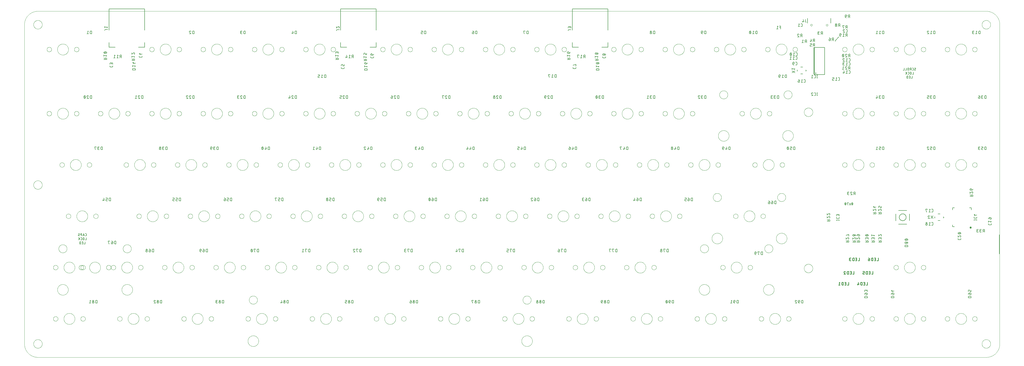
<source format=gbo>
G04 EAGLE Gerber RS-274X export*
G75*
%MOMM*%
%FSLAX34Y34*%
%LPD*%
%INBottom silk*%
%IPPOS*%
%AMOC8*
5,1,8,0,0,1.08239X$1,22.5*%
G01*
%ADD10C,0.000000*%
%ADD11C,0.200000*%
%ADD12C,0.152400*%
%ADD13C,0.203200*%
%ADD14C,0.127000*%
%ADD15C,0.447213*%
%ADD16C,0.762000*%
%ADD17C,0.254000*%


D10*
X3570000Y1285000D02*
X50000Y1285000D01*
X48792Y1284985D01*
X47584Y1284942D01*
X46378Y1284869D01*
X45174Y1284767D01*
X43973Y1284635D01*
X42776Y1284475D01*
X41582Y1284286D01*
X40394Y1284069D01*
X39211Y1283822D01*
X38034Y1283547D01*
X36865Y1283244D01*
X35703Y1282912D01*
X34549Y1282553D01*
X33405Y1282166D01*
X32270Y1281751D01*
X31145Y1281309D01*
X30032Y1280840D01*
X28930Y1280344D01*
X27840Y1279821D01*
X26764Y1279273D01*
X25701Y1278698D01*
X24652Y1278098D01*
X23618Y1277473D01*
X22599Y1276824D01*
X21597Y1276149D01*
X20611Y1275451D01*
X19642Y1274729D01*
X18691Y1273984D01*
X17758Y1273216D01*
X16844Y1272426D01*
X15949Y1271613D01*
X15074Y1270780D01*
X14220Y1269926D01*
X13387Y1269051D01*
X12574Y1268156D01*
X11784Y1267242D01*
X11016Y1266309D01*
X10271Y1265358D01*
X9549Y1264389D01*
X8851Y1263403D01*
X8176Y1262401D01*
X7527Y1261382D01*
X6902Y1260348D01*
X6302Y1259299D01*
X5727Y1258236D01*
X5179Y1257160D01*
X4656Y1256070D01*
X4160Y1254968D01*
X3691Y1253855D01*
X3249Y1252730D01*
X2834Y1251595D01*
X2447Y1250451D01*
X2088Y1249297D01*
X1756Y1248135D01*
X1453Y1246966D01*
X1178Y1245789D01*
X931Y1244606D01*
X714Y1243418D01*
X525Y1242224D01*
X365Y1241027D01*
X233Y1239826D01*
X131Y1238622D01*
X58Y1237416D01*
X15Y1236208D01*
X0Y1235000D01*
X0Y50000D01*
X15Y48792D01*
X58Y47584D01*
X131Y46378D01*
X233Y45174D01*
X365Y43973D01*
X525Y42776D01*
X714Y41582D01*
X931Y40394D01*
X1178Y39211D01*
X1453Y38034D01*
X1756Y36865D01*
X2088Y35703D01*
X2447Y34549D01*
X2834Y33405D01*
X3249Y32270D01*
X3691Y31145D01*
X4160Y30032D01*
X4656Y28930D01*
X5179Y27840D01*
X5727Y26764D01*
X6302Y25701D01*
X6902Y24652D01*
X7527Y23618D01*
X8176Y22599D01*
X8851Y21597D01*
X9549Y20611D01*
X10271Y19642D01*
X11016Y18691D01*
X11784Y17758D01*
X12574Y16844D01*
X13387Y15949D01*
X14220Y15074D01*
X15074Y14220D01*
X15949Y13387D01*
X16844Y12574D01*
X17758Y11784D01*
X18691Y11016D01*
X19642Y10271D01*
X20611Y9549D01*
X21597Y8851D01*
X22599Y8176D01*
X23618Y7527D01*
X24652Y6902D01*
X25701Y6302D01*
X26764Y5727D01*
X27840Y5179D01*
X28930Y4656D01*
X30032Y4160D01*
X31145Y3691D01*
X32270Y3249D01*
X33405Y2834D01*
X34549Y2447D01*
X35703Y2088D01*
X36865Y1756D01*
X38034Y1453D01*
X39211Y1178D01*
X40394Y931D01*
X41582Y714D01*
X42776Y525D01*
X43973Y365D01*
X45174Y233D01*
X46378Y131D01*
X47584Y58D01*
X48792Y15D01*
X50000Y0D01*
X3570000Y0D01*
X3571208Y15D01*
X3572416Y58D01*
X3573622Y131D01*
X3574826Y233D01*
X3576027Y365D01*
X3577224Y525D01*
X3578418Y714D01*
X3579606Y931D01*
X3580789Y1178D01*
X3581966Y1453D01*
X3583135Y1756D01*
X3584297Y2088D01*
X3585451Y2447D01*
X3586595Y2834D01*
X3587730Y3249D01*
X3588855Y3691D01*
X3589968Y4160D01*
X3591070Y4656D01*
X3592160Y5179D01*
X3593236Y5727D01*
X3594299Y6302D01*
X3595348Y6902D01*
X3596382Y7527D01*
X3597401Y8176D01*
X3598403Y8851D01*
X3599389Y9549D01*
X3600358Y10271D01*
X3601309Y11016D01*
X3602242Y11784D01*
X3603156Y12574D01*
X3604051Y13387D01*
X3604926Y14220D01*
X3605780Y15074D01*
X3606613Y15949D01*
X3607426Y16844D01*
X3608216Y17758D01*
X3608984Y18691D01*
X3609729Y19642D01*
X3610451Y20611D01*
X3611149Y21597D01*
X3611824Y22599D01*
X3612473Y23618D01*
X3613098Y24652D01*
X3613698Y25701D01*
X3614273Y26764D01*
X3614821Y27840D01*
X3615344Y28930D01*
X3615840Y30032D01*
X3616309Y31145D01*
X3616751Y32270D01*
X3617166Y33405D01*
X3617553Y34549D01*
X3617912Y35703D01*
X3618244Y36865D01*
X3618547Y38034D01*
X3618822Y39211D01*
X3619069Y40394D01*
X3619286Y41582D01*
X3619475Y42776D01*
X3619635Y43973D01*
X3619767Y45174D01*
X3619869Y46378D01*
X3619942Y47584D01*
X3619985Y48792D01*
X3620000Y50000D01*
X3620000Y1235000D01*
X3619985Y1236208D01*
X3619942Y1237416D01*
X3619869Y1238622D01*
X3619767Y1239826D01*
X3619635Y1241027D01*
X3619475Y1242224D01*
X3619286Y1243418D01*
X3619069Y1244606D01*
X3618822Y1245789D01*
X3618547Y1246966D01*
X3618244Y1248135D01*
X3617912Y1249297D01*
X3617553Y1250451D01*
X3617166Y1251595D01*
X3616751Y1252730D01*
X3616309Y1253855D01*
X3615840Y1254968D01*
X3615344Y1256070D01*
X3614821Y1257160D01*
X3614273Y1258236D01*
X3613698Y1259299D01*
X3613098Y1260348D01*
X3612473Y1261382D01*
X3611824Y1262401D01*
X3611149Y1263403D01*
X3610451Y1264389D01*
X3609729Y1265358D01*
X3608984Y1266309D01*
X3608216Y1267242D01*
X3607426Y1268156D01*
X3606613Y1269051D01*
X3605780Y1269926D01*
X3604926Y1270780D01*
X3604051Y1271613D01*
X3603156Y1272426D01*
X3602242Y1273216D01*
X3601309Y1273984D01*
X3600358Y1274729D01*
X3599389Y1275451D01*
X3598403Y1276149D01*
X3597401Y1276824D01*
X3596382Y1277473D01*
X3595348Y1278098D01*
X3594299Y1278698D01*
X3593236Y1279273D01*
X3592160Y1279821D01*
X3591070Y1280344D01*
X3589968Y1280840D01*
X3588855Y1281309D01*
X3587730Y1281751D01*
X3586595Y1282166D01*
X3585451Y1282553D01*
X3584297Y1282912D01*
X3583135Y1283244D01*
X3581966Y1283547D01*
X3580789Y1283822D01*
X3579606Y1284069D01*
X3578418Y1284286D01*
X3577224Y1284475D01*
X3576027Y1284635D01*
X3574826Y1284767D01*
X3573622Y1284869D01*
X3572416Y1284942D01*
X3571208Y1284985D01*
X3570000Y1285000D01*
X34000Y50000D02*
X34005Y50393D01*
X34019Y50785D01*
X34043Y51177D01*
X34077Y51568D01*
X34120Y51959D01*
X34173Y52348D01*
X34236Y52735D01*
X34307Y53121D01*
X34389Y53506D01*
X34479Y53888D01*
X34580Y54267D01*
X34689Y54645D01*
X34808Y55019D01*
X34935Y55390D01*
X35072Y55758D01*
X35218Y56123D01*
X35373Y56484D01*
X35536Y56841D01*
X35708Y57194D01*
X35889Y57542D01*
X36079Y57886D01*
X36276Y58226D01*
X36482Y58560D01*
X36696Y58889D01*
X36919Y59213D01*
X37149Y59531D01*
X37386Y59844D01*
X37632Y60150D01*
X37885Y60451D01*
X38145Y60745D01*
X38412Y61033D01*
X38686Y61314D01*
X38967Y61588D01*
X39255Y61855D01*
X39549Y62115D01*
X39850Y62368D01*
X40156Y62614D01*
X40469Y62851D01*
X40787Y63081D01*
X41111Y63304D01*
X41440Y63518D01*
X41774Y63724D01*
X42114Y63921D01*
X42458Y64111D01*
X42806Y64292D01*
X43159Y64464D01*
X43516Y64627D01*
X43877Y64782D01*
X44242Y64928D01*
X44610Y65065D01*
X44981Y65192D01*
X45355Y65311D01*
X45733Y65420D01*
X46112Y65521D01*
X46494Y65611D01*
X46879Y65693D01*
X47265Y65764D01*
X47652Y65827D01*
X48041Y65880D01*
X48432Y65923D01*
X48823Y65957D01*
X49215Y65981D01*
X49607Y65995D01*
X50000Y66000D01*
X50393Y65995D01*
X50785Y65981D01*
X51177Y65957D01*
X51568Y65923D01*
X51959Y65880D01*
X52348Y65827D01*
X52735Y65764D01*
X53121Y65693D01*
X53506Y65611D01*
X53888Y65521D01*
X54267Y65420D01*
X54645Y65311D01*
X55019Y65192D01*
X55390Y65065D01*
X55758Y64928D01*
X56123Y64782D01*
X56484Y64627D01*
X56841Y64464D01*
X57194Y64292D01*
X57542Y64111D01*
X57886Y63921D01*
X58226Y63724D01*
X58560Y63518D01*
X58889Y63304D01*
X59213Y63081D01*
X59531Y62851D01*
X59844Y62614D01*
X60150Y62368D01*
X60451Y62115D01*
X60745Y61855D01*
X61033Y61588D01*
X61314Y61314D01*
X61588Y61033D01*
X61855Y60745D01*
X62115Y60451D01*
X62368Y60150D01*
X62614Y59844D01*
X62851Y59531D01*
X63081Y59213D01*
X63304Y58889D01*
X63518Y58560D01*
X63724Y58226D01*
X63921Y57886D01*
X64111Y57542D01*
X64292Y57194D01*
X64464Y56841D01*
X64627Y56484D01*
X64782Y56123D01*
X64928Y55758D01*
X65065Y55390D01*
X65192Y55019D01*
X65311Y54645D01*
X65420Y54267D01*
X65521Y53888D01*
X65611Y53506D01*
X65693Y53121D01*
X65764Y52735D01*
X65827Y52348D01*
X65880Y51959D01*
X65923Y51568D01*
X65957Y51177D01*
X65981Y50785D01*
X65995Y50393D01*
X66000Y50000D01*
X65995Y49607D01*
X65981Y49215D01*
X65957Y48823D01*
X65923Y48432D01*
X65880Y48041D01*
X65827Y47652D01*
X65764Y47265D01*
X65693Y46879D01*
X65611Y46494D01*
X65521Y46112D01*
X65420Y45733D01*
X65311Y45355D01*
X65192Y44981D01*
X65065Y44610D01*
X64928Y44242D01*
X64782Y43877D01*
X64627Y43516D01*
X64464Y43159D01*
X64292Y42806D01*
X64111Y42458D01*
X63921Y42114D01*
X63724Y41774D01*
X63518Y41440D01*
X63304Y41111D01*
X63081Y40787D01*
X62851Y40469D01*
X62614Y40156D01*
X62368Y39850D01*
X62115Y39549D01*
X61855Y39255D01*
X61588Y38967D01*
X61314Y38686D01*
X61033Y38412D01*
X60745Y38145D01*
X60451Y37885D01*
X60150Y37632D01*
X59844Y37386D01*
X59531Y37149D01*
X59213Y36919D01*
X58889Y36696D01*
X58560Y36482D01*
X58226Y36276D01*
X57886Y36079D01*
X57542Y35889D01*
X57194Y35708D01*
X56841Y35536D01*
X56484Y35373D01*
X56123Y35218D01*
X55758Y35072D01*
X55390Y34935D01*
X55019Y34808D01*
X54645Y34689D01*
X54267Y34580D01*
X53888Y34479D01*
X53506Y34389D01*
X53121Y34307D01*
X52735Y34236D01*
X52348Y34173D01*
X51959Y34120D01*
X51568Y34077D01*
X51177Y34043D01*
X50785Y34019D01*
X50393Y34005D01*
X50000Y34000D01*
X49607Y34005D01*
X49215Y34019D01*
X48823Y34043D01*
X48432Y34077D01*
X48041Y34120D01*
X47652Y34173D01*
X47265Y34236D01*
X46879Y34307D01*
X46494Y34389D01*
X46112Y34479D01*
X45733Y34580D01*
X45355Y34689D01*
X44981Y34808D01*
X44610Y34935D01*
X44242Y35072D01*
X43877Y35218D01*
X43516Y35373D01*
X43159Y35536D01*
X42806Y35708D01*
X42458Y35889D01*
X42114Y36079D01*
X41774Y36276D01*
X41440Y36482D01*
X41111Y36696D01*
X40787Y36919D01*
X40469Y37149D01*
X40156Y37386D01*
X39850Y37632D01*
X39549Y37885D01*
X39255Y38145D01*
X38967Y38412D01*
X38686Y38686D01*
X38412Y38967D01*
X38145Y39255D01*
X37885Y39549D01*
X37632Y39850D01*
X37386Y40156D01*
X37149Y40469D01*
X36919Y40787D01*
X36696Y41111D01*
X36482Y41440D01*
X36276Y41774D01*
X36079Y42114D01*
X35889Y42458D01*
X35708Y42806D01*
X35536Y43159D01*
X35373Y43516D01*
X35218Y43877D01*
X35072Y44242D01*
X34935Y44610D01*
X34808Y44981D01*
X34689Y45355D01*
X34580Y45733D01*
X34479Y46112D01*
X34389Y46494D01*
X34307Y46879D01*
X34236Y47265D01*
X34173Y47652D01*
X34120Y48041D01*
X34077Y48432D01*
X34043Y48823D01*
X34019Y49215D01*
X34005Y49607D01*
X34000Y50000D01*
X34000Y1235000D02*
X34005Y1235393D01*
X34019Y1235785D01*
X34043Y1236177D01*
X34077Y1236568D01*
X34120Y1236959D01*
X34173Y1237348D01*
X34236Y1237735D01*
X34307Y1238121D01*
X34389Y1238506D01*
X34479Y1238888D01*
X34580Y1239267D01*
X34689Y1239645D01*
X34808Y1240019D01*
X34935Y1240390D01*
X35072Y1240758D01*
X35218Y1241123D01*
X35373Y1241484D01*
X35536Y1241841D01*
X35708Y1242194D01*
X35889Y1242542D01*
X36079Y1242886D01*
X36276Y1243226D01*
X36482Y1243560D01*
X36696Y1243889D01*
X36919Y1244213D01*
X37149Y1244531D01*
X37386Y1244844D01*
X37632Y1245150D01*
X37885Y1245451D01*
X38145Y1245745D01*
X38412Y1246033D01*
X38686Y1246314D01*
X38967Y1246588D01*
X39255Y1246855D01*
X39549Y1247115D01*
X39850Y1247368D01*
X40156Y1247614D01*
X40469Y1247851D01*
X40787Y1248081D01*
X41111Y1248304D01*
X41440Y1248518D01*
X41774Y1248724D01*
X42114Y1248921D01*
X42458Y1249111D01*
X42806Y1249292D01*
X43159Y1249464D01*
X43516Y1249627D01*
X43877Y1249782D01*
X44242Y1249928D01*
X44610Y1250065D01*
X44981Y1250192D01*
X45355Y1250311D01*
X45733Y1250420D01*
X46112Y1250521D01*
X46494Y1250611D01*
X46879Y1250693D01*
X47265Y1250764D01*
X47652Y1250827D01*
X48041Y1250880D01*
X48432Y1250923D01*
X48823Y1250957D01*
X49215Y1250981D01*
X49607Y1250995D01*
X50000Y1251000D01*
X50393Y1250995D01*
X50785Y1250981D01*
X51177Y1250957D01*
X51568Y1250923D01*
X51959Y1250880D01*
X52348Y1250827D01*
X52735Y1250764D01*
X53121Y1250693D01*
X53506Y1250611D01*
X53888Y1250521D01*
X54267Y1250420D01*
X54645Y1250311D01*
X55019Y1250192D01*
X55390Y1250065D01*
X55758Y1249928D01*
X56123Y1249782D01*
X56484Y1249627D01*
X56841Y1249464D01*
X57194Y1249292D01*
X57542Y1249111D01*
X57886Y1248921D01*
X58226Y1248724D01*
X58560Y1248518D01*
X58889Y1248304D01*
X59213Y1248081D01*
X59531Y1247851D01*
X59844Y1247614D01*
X60150Y1247368D01*
X60451Y1247115D01*
X60745Y1246855D01*
X61033Y1246588D01*
X61314Y1246314D01*
X61588Y1246033D01*
X61855Y1245745D01*
X62115Y1245451D01*
X62368Y1245150D01*
X62614Y1244844D01*
X62851Y1244531D01*
X63081Y1244213D01*
X63304Y1243889D01*
X63518Y1243560D01*
X63724Y1243226D01*
X63921Y1242886D01*
X64111Y1242542D01*
X64292Y1242194D01*
X64464Y1241841D01*
X64627Y1241484D01*
X64782Y1241123D01*
X64928Y1240758D01*
X65065Y1240390D01*
X65192Y1240019D01*
X65311Y1239645D01*
X65420Y1239267D01*
X65521Y1238888D01*
X65611Y1238506D01*
X65693Y1238121D01*
X65764Y1237735D01*
X65827Y1237348D01*
X65880Y1236959D01*
X65923Y1236568D01*
X65957Y1236177D01*
X65981Y1235785D01*
X65995Y1235393D01*
X66000Y1235000D01*
X65995Y1234607D01*
X65981Y1234215D01*
X65957Y1233823D01*
X65923Y1233432D01*
X65880Y1233041D01*
X65827Y1232652D01*
X65764Y1232265D01*
X65693Y1231879D01*
X65611Y1231494D01*
X65521Y1231112D01*
X65420Y1230733D01*
X65311Y1230355D01*
X65192Y1229981D01*
X65065Y1229610D01*
X64928Y1229242D01*
X64782Y1228877D01*
X64627Y1228516D01*
X64464Y1228159D01*
X64292Y1227806D01*
X64111Y1227458D01*
X63921Y1227114D01*
X63724Y1226774D01*
X63518Y1226440D01*
X63304Y1226111D01*
X63081Y1225787D01*
X62851Y1225469D01*
X62614Y1225156D01*
X62368Y1224850D01*
X62115Y1224549D01*
X61855Y1224255D01*
X61588Y1223967D01*
X61314Y1223686D01*
X61033Y1223412D01*
X60745Y1223145D01*
X60451Y1222885D01*
X60150Y1222632D01*
X59844Y1222386D01*
X59531Y1222149D01*
X59213Y1221919D01*
X58889Y1221696D01*
X58560Y1221482D01*
X58226Y1221276D01*
X57886Y1221079D01*
X57542Y1220889D01*
X57194Y1220708D01*
X56841Y1220536D01*
X56484Y1220373D01*
X56123Y1220218D01*
X55758Y1220072D01*
X55390Y1219935D01*
X55019Y1219808D01*
X54645Y1219689D01*
X54267Y1219580D01*
X53888Y1219479D01*
X53506Y1219389D01*
X53121Y1219307D01*
X52735Y1219236D01*
X52348Y1219173D01*
X51959Y1219120D01*
X51568Y1219077D01*
X51177Y1219043D01*
X50785Y1219019D01*
X50393Y1219005D01*
X50000Y1219000D01*
X49607Y1219005D01*
X49215Y1219019D01*
X48823Y1219043D01*
X48432Y1219077D01*
X48041Y1219120D01*
X47652Y1219173D01*
X47265Y1219236D01*
X46879Y1219307D01*
X46494Y1219389D01*
X46112Y1219479D01*
X45733Y1219580D01*
X45355Y1219689D01*
X44981Y1219808D01*
X44610Y1219935D01*
X44242Y1220072D01*
X43877Y1220218D01*
X43516Y1220373D01*
X43159Y1220536D01*
X42806Y1220708D01*
X42458Y1220889D01*
X42114Y1221079D01*
X41774Y1221276D01*
X41440Y1221482D01*
X41111Y1221696D01*
X40787Y1221919D01*
X40469Y1222149D01*
X40156Y1222386D01*
X39850Y1222632D01*
X39549Y1222885D01*
X39255Y1223145D01*
X38967Y1223412D01*
X38686Y1223686D01*
X38412Y1223967D01*
X38145Y1224255D01*
X37885Y1224549D01*
X37632Y1224850D01*
X37386Y1225156D01*
X37149Y1225469D01*
X36919Y1225787D01*
X36696Y1226111D01*
X36482Y1226440D01*
X36276Y1226774D01*
X36079Y1227114D01*
X35889Y1227458D01*
X35708Y1227806D01*
X35536Y1228159D01*
X35373Y1228516D01*
X35218Y1228877D01*
X35072Y1229242D01*
X34935Y1229610D01*
X34808Y1229981D01*
X34689Y1230355D01*
X34580Y1230733D01*
X34479Y1231112D01*
X34389Y1231494D01*
X34307Y1231879D01*
X34236Y1232265D01*
X34173Y1232652D01*
X34120Y1233041D01*
X34077Y1233432D01*
X34043Y1233823D01*
X34019Y1234215D01*
X34005Y1234607D01*
X34000Y1235000D01*
X2894000Y330000D02*
X2894005Y330393D01*
X2894019Y330785D01*
X2894043Y331177D01*
X2894077Y331568D01*
X2894120Y331959D01*
X2894173Y332348D01*
X2894236Y332735D01*
X2894307Y333121D01*
X2894389Y333506D01*
X2894479Y333888D01*
X2894580Y334267D01*
X2894689Y334645D01*
X2894808Y335019D01*
X2894935Y335390D01*
X2895072Y335758D01*
X2895218Y336123D01*
X2895373Y336484D01*
X2895536Y336841D01*
X2895708Y337194D01*
X2895889Y337542D01*
X2896079Y337886D01*
X2896276Y338226D01*
X2896482Y338560D01*
X2896696Y338889D01*
X2896919Y339213D01*
X2897149Y339531D01*
X2897386Y339844D01*
X2897632Y340150D01*
X2897885Y340451D01*
X2898145Y340745D01*
X2898412Y341033D01*
X2898686Y341314D01*
X2898967Y341588D01*
X2899255Y341855D01*
X2899549Y342115D01*
X2899850Y342368D01*
X2900156Y342614D01*
X2900469Y342851D01*
X2900787Y343081D01*
X2901111Y343304D01*
X2901440Y343518D01*
X2901774Y343724D01*
X2902114Y343921D01*
X2902458Y344111D01*
X2902806Y344292D01*
X2903159Y344464D01*
X2903516Y344627D01*
X2903877Y344782D01*
X2904242Y344928D01*
X2904610Y345065D01*
X2904981Y345192D01*
X2905355Y345311D01*
X2905733Y345420D01*
X2906112Y345521D01*
X2906494Y345611D01*
X2906879Y345693D01*
X2907265Y345764D01*
X2907652Y345827D01*
X2908041Y345880D01*
X2908432Y345923D01*
X2908823Y345957D01*
X2909215Y345981D01*
X2909607Y345995D01*
X2910000Y346000D01*
X2910393Y345995D01*
X2910785Y345981D01*
X2911177Y345957D01*
X2911568Y345923D01*
X2911959Y345880D01*
X2912348Y345827D01*
X2912735Y345764D01*
X2913121Y345693D01*
X2913506Y345611D01*
X2913888Y345521D01*
X2914267Y345420D01*
X2914645Y345311D01*
X2915019Y345192D01*
X2915390Y345065D01*
X2915758Y344928D01*
X2916123Y344782D01*
X2916484Y344627D01*
X2916841Y344464D01*
X2917194Y344292D01*
X2917542Y344111D01*
X2917886Y343921D01*
X2918226Y343724D01*
X2918560Y343518D01*
X2918889Y343304D01*
X2919213Y343081D01*
X2919531Y342851D01*
X2919844Y342614D01*
X2920150Y342368D01*
X2920451Y342115D01*
X2920745Y341855D01*
X2921033Y341588D01*
X2921314Y341314D01*
X2921588Y341033D01*
X2921855Y340745D01*
X2922115Y340451D01*
X2922368Y340150D01*
X2922614Y339844D01*
X2922851Y339531D01*
X2923081Y339213D01*
X2923304Y338889D01*
X2923518Y338560D01*
X2923724Y338226D01*
X2923921Y337886D01*
X2924111Y337542D01*
X2924292Y337194D01*
X2924464Y336841D01*
X2924627Y336484D01*
X2924782Y336123D01*
X2924928Y335758D01*
X2925065Y335390D01*
X2925192Y335019D01*
X2925311Y334645D01*
X2925420Y334267D01*
X2925521Y333888D01*
X2925611Y333506D01*
X2925693Y333121D01*
X2925764Y332735D01*
X2925827Y332348D01*
X2925880Y331959D01*
X2925923Y331568D01*
X2925957Y331177D01*
X2925981Y330785D01*
X2925995Y330393D01*
X2926000Y330000D01*
X2925995Y329607D01*
X2925981Y329215D01*
X2925957Y328823D01*
X2925923Y328432D01*
X2925880Y328041D01*
X2925827Y327652D01*
X2925764Y327265D01*
X2925693Y326879D01*
X2925611Y326494D01*
X2925521Y326112D01*
X2925420Y325733D01*
X2925311Y325355D01*
X2925192Y324981D01*
X2925065Y324610D01*
X2924928Y324242D01*
X2924782Y323877D01*
X2924627Y323516D01*
X2924464Y323159D01*
X2924292Y322806D01*
X2924111Y322458D01*
X2923921Y322114D01*
X2923724Y321774D01*
X2923518Y321440D01*
X2923304Y321111D01*
X2923081Y320787D01*
X2922851Y320469D01*
X2922614Y320156D01*
X2922368Y319850D01*
X2922115Y319549D01*
X2921855Y319255D01*
X2921588Y318967D01*
X2921314Y318686D01*
X2921033Y318412D01*
X2920745Y318145D01*
X2920451Y317885D01*
X2920150Y317632D01*
X2919844Y317386D01*
X2919531Y317149D01*
X2919213Y316919D01*
X2918889Y316696D01*
X2918560Y316482D01*
X2918226Y316276D01*
X2917886Y316079D01*
X2917542Y315889D01*
X2917194Y315708D01*
X2916841Y315536D01*
X2916484Y315373D01*
X2916123Y315218D01*
X2915758Y315072D01*
X2915390Y314935D01*
X2915019Y314808D01*
X2914645Y314689D01*
X2914267Y314580D01*
X2913888Y314479D01*
X2913506Y314389D01*
X2913121Y314307D01*
X2912735Y314236D01*
X2912348Y314173D01*
X2911959Y314120D01*
X2911568Y314077D01*
X2911177Y314043D01*
X2910785Y314019D01*
X2910393Y314005D01*
X2910000Y314000D01*
X2909607Y314005D01*
X2909215Y314019D01*
X2908823Y314043D01*
X2908432Y314077D01*
X2908041Y314120D01*
X2907652Y314173D01*
X2907265Y314236D01*
X2906879Y314307D01*
X2906494Y314389D01*
X2906112Y314479D01*
X2905733Y314580D01*
X2905355Y314689D01*
X2904981Y314808D01*
X2904610Y314935D01*
X2904242Y315072D01*
X2903877Y315218D01*
X2903516Y315373D01*
X2903159Y315536D01*
X2902806Y315708D01*
X2902458Y315889D01*
X2902114Y316079D01*
X2901774Y316276D01*
X2901440Y316482D01*
X2901111Y316696D01*
X2900787Y316919D01*
X2900469Y317149D01*
X2900156Y317386D01*
X2899850Y317632D01*
X2899549Y317885D01*
X2899255Y318145D01*
X2898967Y318412D01*
X2898686Y318686D01*
X2898412Y318967D01*
X2898145Y319255D01*
X2897885Y319549D01*
X2897632Y319850D01*
X2897386Y320156D01*
X2897149Y320469D01*
X2896919Y320787D01*
X2896696Y321111D01*
X2896482Y321440D01*
X2896276Y321774D01*
X2896079Y322114D01*
X2895889Y322458D01*
X2895708Y322806D01*
X2895536Y323159D01*
X2895373Y323516D01*
X2895218Y323877D01*
X2895072Y324242D01*
X2894935Y324610D01*
X2894808Y324981D01*
X2894689Y325355D01*
X2894580Y325733D01*
X2894479Y326112D01*
X2894389Y326494D01*
X2894307Y326879D01*
X2894236Y327265D01*
X2894173Y327652D01*
X2894120Y328041D01*
X2894077Y328432D01*
X2894043Y328823D01*
X2894019Y329215D01*
X2894005Y329607D01*
X2894000Y330000D01*
X3554000Y50000D02*
X3554005Y50393D01*
X3554019Y50785D01*
X3554043Y51177D01*
X3554077Y51568D01*
X3554120Y51959D01*
X3554173Y52348D01*
X3554236Y52735D01*
X3554307Y53121D01*
X3554389Y53506D01*
X3554479Y53888D01*
X3554580Y54267D01*
X3554689Y54645D01*
X3554808Y55019D01*
X3554935Y55390D01*
X3555072Y55758D01*
X3555218Y56123D01*
X3555373Y56484D01*
X3555536Y56841D01*
X3555708Y57194D01*
X3555889Y57542D01*
X3556079Y57886D01*
X3556276Y58226D01*
X3556482Y58560D01*
X3556696Y58889D01*
X3556919Y59213D01*
X3557149Y59531D01*
X3557386Y59844D01*
X3557632Y60150D01*
X3557885Y60451D01*
X3558145Y60745D01*
X3558412Y61033D01*
X3558686Y61314D01*
X3558967Y61588D01*
X3559255Y61855D01*
X3559549Y62115D01*
X3559850Y62368D01*
X3560156Y62614D01*
X3560469Y62851D01*
X3560787Y63081D01*
X3561111Y63304D01*
X3561440Y63518D01*
X3561774Y63724D01*
X3562114Y63921D01*
X3562458Y64111D01*
X3562806Y64292D01*
X3563159Y64464D01*
X3563516Y64627D01*
X3563877Y64782D01*
X3564242Y64928D01*
X3564610Y65065D01*
X3564981Y65192D01*
X3565355Y65311D01*
X3565733Y65420D01*
X3566112Y65521D01*
X3566494Y65611D01*
X3566879Y65693D01*
X3567265Y65764D01*
X3567652Y65827D01*
X3568041Y65880D01*
X3568432Y65923D01*
X3568823Y65957D01*
X3569215Y65981D01*
X3569607Y65995D01*
X3570000Y66000D01*
X3570393Y65995D01*
X3570785Y65981D01*
X3571177Y65957D01*
X3571568Y65923D01*
X3571959Y65880D01*
X3572348Y65827D01*
X3572735Y65764D01*
X3573121Y65693D01*
X3573506Y65611D01*
X3573888Y65521D01*
X3574267Y65420D01*
X3574645Y65311D01*
X3575019Y65192D01*
X3575390Y65065D01*
X3575758Y64928D01*
X3576123Y64782D01*
X3576484Y64627D01*
X3576841Y64464D01*
X3577194Y64292D01*
X3577542Y64111D01*
X3577886Y63921D01*
X3578226Y63724D01*
X3578560Y63518D01*
X3578889Y63304D01*
X3579213Y63081D01*
X3579531Y62851D01*
X3579844Y62614D01*
X3580150Y62368D01*
X3580451Y62115D01*
X3580745Y61855D01*
X3581033Y61588D01*
X3581314Y61314D01*
X3581588Y61033D01*
X3581855Y60745D01*
X3582115Y60451D01*
X3582368Y60150D01*
X3582614Y59844D01*
X3582851Y59531D01*
X3583081Y59213D01*
X3583304Y58889D01*
X3583518Y58560D01*
X3583724Y58226D01*
X3583921Y57886D01*
X3584111Y57542D01*
X3584292Y57194D01*
X3584464Y56841D01*
X3584627Y56484D01*
X3584782Y56123D01*
X3584928Y55758D01*
X3585065Y55390D01*
X3585192Y55019D01*
X3585311Y54645D01*
X3585420Y54267D01*
X3585521Y53888D01*
X3585611Y53506D01*
X3585693Y53121D01*
X3585764Y52735D01*
X3585827Y52348D01*
X3585880Y51959D01*
X3585923Y51568D01*
X3585957Y51177D01*
X3585981Y50785D01*
X3585995Y50393D01*
X3586000Y50000D01*
X3585995Y49607D01*
X3585981Y49215D01*
X3585957Y48823D01*
X3585923Y48432D01*
X3585880Y48041D01*
X3585827Y47652D01*
X3585764Y47265D01*
X3585693Y46879D01*
X3585611Y46494D01*
X3585521Y46112D01*
X3585420Y45733D01*
X3585311Y45355D01*
X3585192Y44981D01*
X3585065Y44610D01*
X3584928Y44242D01*
X3584782Y43877D01*
X3584627Y43516D01*
X3584464Y43159D01*
X3584292Y42806D01*
X3584111Y42458D01*
X3583921Y42114D01*
X3583724Y41774D01*
X3583518Y41440D01*
X3583304Y41111D01*
X3583081Y40787D01*
X3582851Y40469D01*
X3582614Y40156D01*
X3582368Y39850D01*
X3582115Y39549D01*
X3581855Y39255D01*
X3581588Y38967D01*
X3581314Y38686D01*
X3581033Y38412D01*
X3580745Y38145D01*
X3580451Y37885D01*
X3580150Y37632D01*
X3579844Y37386D01*
X3579531Y37149D01*
X3579213Y36919D01*
X3578889Y36696D01*
X3578560Y36482D01*
X3578226Y36276D01*
X3577886Y36079D01*
X3577542Y35889D01*
X3577194Y35708D01*
X3576841Y35536D01*
X3576484Y35373D01*
X3576123Y35218D01*
X3575758Y35072D01*
X3575390Y34935D01*
X3575019Y34808D01*
X3574645Y34689D01*
X3574267Y34580D01*
X3573888Y34479D01*
X3573506Y34389D01*
X3573121Y34307D01*
X3572735Y34236D01*
X3572348Y34173D01*
X3571959Y34120D01*
X3571568Y34077D01*
X3571177Y34043D01*
X3570785Y34019D01*
X3570393Y34005D01*
X3570000Y34000D01*
X3569607Y34005D01*
X3569215Y34019D01*
X3568823Y34043D01*
X3568432Y34077D01*
X3568041Y34120D01*
X3567652Y34173D01*
X3567265Y34236D01*
X3566879Y34307D01*
X3566494Y34389D01*
X3566112Y34479D01*
X3565733Y34580D01*
X3565355Y34689D01*
X3564981Y34808D01*
X3564610Y34935D01*
X3564242Y35072D01*
X3563877Y35218D01*
X3563516Y35373D01*
X3563159Y35536D01*
X3562806Y35708D01*
X3562458Y35889D01*
X3562114Y36079D01*
X3561774Y36276D01*
X3561440Y36482D01*
X3561111Y36696D01*
X3560787Y36919D01*
X3560469Y37149D01*
X3560156Y37386D01*
X3559850Y37632D01*
X3559549Y37885D01*
X3559255Y38145D01*
X3558967Y38412D01*
X3558686Y38686D01*
X3558412Y38967D01*
X3558145Y39255D01*
X3557885Y39549D01*
X3557632Y39850D01*
X3557386Y40156D01*
X3557149Y40469D01*
X3556919Y40787D01*
X3556696Y41111D01*
X3556482Y41440D01*
X3556276Y41774D01*
X3556079Y42114D01*
X3555889Y42458D01*
X3555708Y42806D01*
X3555536Y43159D01*
X3555373Y43516D01*
X3555218Y43877D01*
X3555072Y44242D01*
X3554935Y44610D01*
X3554808Y44981D01*
X3554689Y45355D01*
X3554580Y45733D01*
X3554479Y46112D01*
X3554389Y46494D01*
X3554307Y46879D01*
X3554236Y47265D01*
X3554173Y47652D01*
X3554120Y48041D01*
X3554077Y48432D01*
X3554043Y48823D01*
X3554019Y49215D01*
X3554005Y49607D01*
X3554000Y50000D01*
X3554000Y1235000D02*
X3554005Y1235393D01*
X3554019Y1235785D01*
X3554043Y1236177D01*
X3554077Y1236568D01*
X3554120Y1236959D01*
X3554173Y1237348D01*
X3554236Y1237735D01*
X3554307Y1238121D01*
X3554389Y1238506D01*
X3554479Y1238888D01*
X3554580Y1239267D01*
X3554689Y1239645D01*
X3554808Y1240019D01*
X3554935Y1240390D01*
X3555072Y1240758D01*
X3555218Y1241123D01*
X3555373Y1241484D01*
X3555536Y1241841D01*
X3555708Y1242194D01*
X3555889Y1242542D01*
X3556079Y1242886D01*
X3556276Y1243226D01*
X3556482Y1243560D01*
X3556696Y1243889D01*
X3556919Y1244213D01*
X3557149Y1244531D01*
X3557386Y1244844D01*
X3557632Y1245150D01*
X3557885Y1245451D01*
X3558145Y1245745D01*
X3558412Y1246033D01*
X3558686Y1246314D01*
X3558967Y1246588D01*
X3559255Y1246855D01*
X3559549Y1247115D01*
X3559850Y1247368D01*
X3560156Y1247614D01*
X3560469Y1247851D01*
X3560787Y1248081D01*
X3561111Y1248304D01*
X3561440Y1248518D01*
X3561774Y1248724D01*
X3562114Y1248921D01*
X3562458Y1249111D01*
X3562806Y1249292D01*
X3563159Y1249464D01*
X3563516Y1249627D01*
X3563877Y1249782D01*
X3564242Y1249928D01*
X3564610Y1250065D01*
X3564981Y1250192D01*
X3565355Y1250311D01*
X3565733Y1250420D01*
X3566112Y1250521D01*
X3566494Y1250611D01*
X3566879Y1250693D01*
X3567265Y1250764D01*
X3567652Y1250827D01*
X3568041Y1250880D01*
X3568432Y1250923D01*
X3568823Y1250957D01*
X3569215Y1250981D01*
X3569607Y1250995D01*
X3570000Y1251000D01*
X3570393Y1250995D01*
X3570785Y1250981D01*
X3571177Y1250957D01*
X3571568Y1250923D01*
X3571959Y1250880D01*
X3572348Y1250827D01*
X3572735Y1250764D01*
X3573121Y1250693D01*
X3573506Y1250611D01*
X3573888Y1250521D01*
X3574267Y1250420D01*
X3574645Y1250311D01*
X3575019Y1250192D01*
X3575390Y1250065D01*
X3575758Y1249928D01*
X3576123Y1249782D01*
X3576484Y1249627D01*
X3576841Y1249464D01*
X3577194Y1249292D01*
X3577542Y1249111D01*
X3577886Y1248921D01*
X3578226Y1248724D01*
X3578560Y1248518D01*
X3578889Y1248304D01*
X3579213Y1248081D01*
X3579531Y1247851D01*
X3579844Y1247614D01*
X3580150Y1247368D01*
X3580451Y1247115D01*
X3580745Y1246855D01*
X3581033Y1246588D01*
X3581314Y1246314D01*
X3581588Y1246033D01*
X3581855Y1245745D01*
X3582115Y1245451D01*
X3582368Y1245150D01*
X3582614Y1244844D01*
X3582851Y1244531D01*
X3583081Y1244213D01*
X3583304Y1243889D01*
X3583518Y1243560D01*
X3583724Y1243226D01*
X3583921Y1242886D01*
X3584111Y1242542D01*
X3584292Y1242194D01*
X3584464Y1241841D01*
X3584627Y1241484D01*
X3584782Y1241123D01*
X3584928Y1240758D01*
X3585065Y1240390D01*
X3585192Y1240019D01*
X3585311Y1239645D01*
X3585420Y1239267D01*
X3585521Y1238888D01*
X3585611Y1238506D01*
X3585693Y1238121D01*
X3585764Y1237735D01*
X3585827Y1237348D01*
X3585880Y1236959D01*
X3585923Y1236568D01*
X3585957Y1236177D01*
X3585981Y1235785D01*
X3585995Y1235393D01*
X3586000Y1235000D01*
X3585995Y1234607D01*
X3585981Y1234215D01*
X3585957Y1233823D01*
X3585923Y1233432D01*
X3585880Y1233041D01*
X3585827Y1232652D01*
X3585764Y1232265D01*
X3585693Y1231879D01*
X3585611Y1231494D01*
X3585521Y1231112D01*
X3585420Y1230733D01*
X3585311Y1230355D01*
X3585192Y1229981D01*
X3585065Y1229610D01*
X3584928Y1229242D01*
X3584782Y1228877D01*
X3584627Y1228516D01*
X3584464Y1228159D01*
X3584292Y1227806D01*
X3584111Y1227458D01*
X3583921Y1227114D01*
X3583724Y1226774D01*
X3583518Y1226440D01*
X3583304Y1226111D01*
X3583081Y1225787D01*
X3582851Y1225469D01*
X3582614Y1225156D01*
X3582368Y1224850D01*
X3582115Y1224549D01*
X3581855Y1224255D01*
X3581588Y1223967D01*
X3581314Y1223686D01*
X3581033Y1223412D01*
X3580745Y1223145D01*
X3580451Y1222885D01*
X3580150Y1222632D01*
X3579844Y1222386D01*
X3579531Y1222149D01*
X3579213Y1221919D01*
X3578889Y1221696D01*
X3578560Y1221482D01*
X3578226Y1221276D01*
X3577886Y1221079D01*
X3577542Y1220889D01*
X3577194Y1220708D01*
X3576841Y1220536D01*
X3576484Y1220373D01*
X3576123Y1220218D01*
X3575758Y1220072D01*
X3575390Y1219935D01*
X3575019Y1219808D01*
X3574645Y1219689D01*
X3574267Y1219580D01*
X3573888Y1219479D01*
X3573506Y1219389D01*
X3573121Y1219307D01*
X3572735Y1219236D01*
X3572348Y1219173D01*
X3571959Y1219120D01*
X3571568Y1219077D01*
X3571177Y1219043D01*
X3570785Y1219019D01*
X3570393Y1219005D01*
X3570000Y1219000D01*
X3569607Y1219005D01*
X3569215Y1219019D01*
X3568823Y1219043D01*
X3568432Y1219077D01*
X3568041Y1219120D01*
X3567652Y1219173D01*
X3567265Y1219236D01*
X3566879Y1219307D01*
X3566494Y1219389D01*
X3566112Y1219479D01*
X3565733Y1219580D01*
X3565355Y1219689D01*
X3564981Y1219808D01*
X3564610Y1219935D01*
X3564242Y1220072D01*
X3563877Y1220218D01*
X3563516Y1220373D01*
X3563159Y1220536D01*
X3562806Y1220708D01*
X3562458Y1220889D01*
X3562114Y1221079D01*
X3561774Y1221276D01*
X3561440Y1221482D01*
X3561111Y1221696D01*
X3560787Y1221919D01*
X3560469Y1222149D01*
X3560156Y1222386D01*
X3559850Y1222632D01*
X3559549Y1222885D01*
X3559255Y1223145D01*
X3558967Y1223412D01*
X3558686Y1223686D01*
X3558412Y1223967D01*
X3558145Y1224255D01*
X3557885Y1224549D01*
X3557632Y1224850D01*
X3557386Y1225156D01*
X3557149Y1225469D01*
X3556919Y1225787D01*
X3556696Y1226111D01*
X3556482Y1226440D01*
X3556276Y1226774D01*
X3556079Y1227114D01*
X3555889Y1227458D01*
X3555708Y1227806D01*
X3555536Y1228159D01*
X3555373Y1228516D01*
X3555218Y1228877D01*
X3555072Y1229242D01*
X3554935Y1229610D01*
X3554808Y1229981D01*
X3554689Y1230355D01*
X3554580Y1230733D01*
X3554479Y1231112D01*
X3554389Y1231494D01*
X3554307Y1231879D01*
X3554236Y1232265D01*
X3554173Y1232652D01*
X3554120Y1233041D01*
X3554077Y1233432D01*
X3554043Y1233823D01*
X3554019Y1234215D01*
X3554005Y1234607D01*
X3554000Y1235000D01*
X2894000Y910000D02*
X2894005Y910393D01*
X2894019Y910785D01*
X2894043Y911177D01*
X2894077Y911568D01*
X2894120Y911959D01*
X2894173Y912348D01*
X2894236Y912735D01*
X2894307Y913121D01*
X2894389Y913506D01*
X2894479Y913888D01*
X2894580Y914267D01*
X2894689Y914645D01*
X2894808Y915019D01*
X2894935Y915390D01*
X2895072Y915758D01*
X2895218Y916123D01*
X2895373Y916484D01*
X2895536Y916841D01*
X2895708Y917194D01*
X2895889Y917542D01*
X2896079Y917886D01*
X2896276Y918226D01*
X2896482Y918560D01*
X2896696Y918889D01*
X2896919Y919213D01*
X2897149Y919531D01*
X2897386Y919844D01*
X2897632Y920150D01*
X2897885Y920451D01*
X2898145Y920745D01*
X2898412Y921033D01*
X2898686Y921314D01*
X2898967Y921588D01*
X2899255Y921855D01*
X2899549Y922115D01*
X2899850Y922368D01*
X2900156Y922614D01*
X2900469Y922851D01*
X2900787Y923081D01*
X2901111Y923304D01*
X2901440Y923518D01*
X2901774Y923724D01*
X2902114Y923921D01*
X2902458Y924111D01*
X2902806Y924292D01*
X2903159Y924464D01*
X2903516Y924627D01*
X2903877Y924782D01*
X2904242Y924928D01*
X2904610Y925065D01*
X2904981Y925192D01*
X2905355Y925311D01*
X2905733Y925420D01*
X2906112Y925521D01*
X2906494Y925611D01*
X2906879Y925693D01*
X2907265Y925764D01*
X2907652Y925827D01*
X2908041Y925880D01*
X2908432Y925923D01*
X2908823Y925957D01*
X2909215Y925981D01*
X2909607Y925995D01*
X2910000Y926000D01*
X2910393Y925995D01*
X2910785Y925981D01*
X2911177Y925957D01*
X2911568Y925923D01*
X2911959Y925880D01*
X2912348Y925827D01*
X2912735Y925764D01*
X2913121Y925693D01*
X2913506Y925611D01*
X2913888Y925521D01*
X2914267Y925420D01*
X2914645Y925311D01*
X2915019Y925192D01*
X2915390Y925065D01*
X2915758Y924928D01*
X2916123Y924782D01*
X2916484Y924627D01*
X2916841Y924464D01*
X2917194Y924292D01*
X2917542Y924111D01*
X2917886Y923921D01*
X2918226Y923724D01*
X2918560Y923518D01*
X2918889Y923304D01*
X2919213Y923081D01*
X2919531Y922851D01*
X2919844Y922614D01*
X2920150Y922368D01*
X2920451Y922115D01*
X2920745Y921855D01*
X2921033Y921588D01*
X2921314Y921314D01*
X2921588Y921033D01*
X2921855Y920745D01*
X2922115Y920451D01*
X2922368Y920150D01*
X2922614Y919844D01*
X2922851Y919531D01*
X2923081Y919213D01*
X2923304Y918889D01*
X2923518Y918560D01*
X2923724Y918226D01*
X2923921Y917886D01*
X2924111Y917542D01*
X2924292Y917194D01*
X2924464Y916841D01*
X2924627Y916484D01*
X2924782Y916123D01*
X2924928Y915758D01*
X2925065Y915390D01*
X2925192Y915019D01*
X2925311Y914645D01*
X2925420Y914267D01*
X2925521Y913888D01*
X2925611Y913506D01*
X2925693Y913121D01*
X2925764Y912735D01*
X2925827Y912348D01*
X2925880Y911959D01*
X2925923Y911568D01*
X2925957Y911177D01*
X2925981Y910785D01*
X2925995Y910393D01*
X2926000Y910000D01*
X2925995Y909607D01*
X2925981Y909215D01*
X2925957Y908823D01*
X2925923Y908432D01*
X2925880Y908041D01*
X2925827Y907652D01*
X2925764Y907265D01*
X2925693Y906879D01*
X2925611Y906494D01*
X2925521Y906112D01*
X2925420Y905733D01*
X2925311Y905355D01*
X2925192Y904981D01*
X2925065Y904610D01*
X2924928Y904242D01*
X2924782Y903877D01*
X2924627Y903516D01*
X2924464Y903159D01*
X2924292Y902806D01*
X2924111Y902458D01*
X2923921Y902114D01*
X2923724Y901774D01*
X2923518Y901440D01*
X2923304Y901111D01*
X2923081Y900787D01*
X2922851Y900469D01*
X2922614Y900156D01*
X2922368Y899850D01*
X2922115Y899549D01*
X2921855Y899255D01*
X2921588Y898967D01*
X2921314Y898686D01*
X2921033Y898412D01*
X2920745Y898145D01*
X2920451Y897885D01*
X2920150Y897632D01*
X2919844Y897386D01*
X2919531Y897149D01*
X2919213Y896919D01*
X2918889Y896696D01*
X2918560Y896482D01*
X2918226Y896276D01*
X2917886Y896079D01*
X2917542Y895889D01*
X2917194Y895708D01*
X2916841Y895536D01*
X2916484Y895373D01*
X2916123Y895218D01*
X2915758Y895072D01*
X2915390Y894935D01*
X2915019Y894808D01*
X2914645Y894689D01*
X2914267Y894580D01*
X2913888Y894479D01*
X2913506Y894389D01*
X2913121Y894307D01*
X2912735Y894236D01*
X2912348Y894173D01*
X2911959Y894120D01*
X2911568Y894077D01*
X2911177Y894043D01*
X2910785Y894019D01*
X2910393Y894005D01*
X2910000Y894000D01*
X2909607Y894005D01*
X2909215Y894019D01*
X2908823Y894043D01*
X2908432Y894077D01*
X2908041Y894120D01*
X2907652Y894173D01*
X2907265Y894236D01*
X2906879Y894307D01*
X2906494Y894389D01*
X2906112Y894479D01*
X2905733Y894580D01*
X2905355Y894689D01*
X2904981Y894808D01*
X2904610Y894935D01*
X2904242Y895072D01*
X2903877Y895218D01*
X2903516Y895373D01*
X2903159Y895536D01*
X2902806Y895708D01*
X2902458Y895889D01*
X2902114Y896079D01*
X2901774Y896276D01*
X2901440Y896482D01*
X2901111Y896696D01*
X2900787Y896919D01*
X2900469Y897149D01*
X2900156Y897386D01*
X2899850Y897632D01*
X2899549Y897885D01*
X2899255Y898145D01*
X2898967Y898412D01*
X2898686Y898686D01*
X2898412Y898967D01*
X2898145Y899255D01*
X2897885Y899549D01*
X2897632Y899850D01*
X2897386Y900156D01*
X2897149Y900469D01*
X2896919Y900787D01*
X2896696Y901111D01*
X2896482Y901440D01*
X2896276Y901774D01*
X2896079Y902114D01*
X2895889Y902458D01*
X2895708Y902806D01*
X2895536Y903159D01*
X2895373Y903516D01*
X2895218Y903877D01*
X2895072Y904242D01*
X2894935Y904610D01*
X2894808Y904981D01*
X2894689Y905355D01*
X2894580Y905733D01*
X2894479Y906112D01*
X2894389Y906494D01*
X2894307Y906879D01*
X2894236Y907265D01*
X2894173Y907652D01*
X2894120Y908041D01*
X2894077Y908432D01*
X2894043Y908823D01*
X2894019Y909215D01*
X2894005Y909607D01*
X2894000Y910000D01*
X34000Y640000D02*
X34005Y640393D01*
X34019Y640785D01*
X34043Y641177D01*
X34077Y641568D01*
X34120Y641959D01*
X34173Y642348D01*
X34236Y642735D01*
X34307Y643121D01*
X34389Y643506D01*
X34479Y643888D01*
X34580Y644267D01*
X34689Y644645D01*
X34808Y645019D01*
X34935Y645390D01*
X35072Y645758D01*
X35218Y646123D01*
X35373Y646484D01*
X35536Y646841D01*
X35708Y647194D01*
X35889Y647542D01*
X36079Y647886D01*
X36276Y648226D01*
X36482Y648560D01*
X36696Y648889D01*
X36919Y649213D01*
X37149Y649531D01*
X37386Y649844D01*
X37632Y650150D01*
X37885Y650451D01*
X38145Y650745D01*
X38412Y651033D01*
X38686Y651314D01*
X38967Y651588D01*
X39255Y651855D01*
X39549Y652115D01*
X39850Y652368D01*
X40156Y652614D01*
X40469Y652851D01*
X40787Y653081D01*
X41111Y653304D01*
X41440Y653518D01*
X41774Y653724D01*
X42114Y653921D01*
X42458Y654111D01*
X42806Y654292D01*
X43159Y654464D01*
X43516Y654627D01*
X43877Y654782D01*
X44242Y654928D01*
X44610Y655065D01*
X44981Y655192D01*
X45355Y655311D01*
X45733Y655420D01*
X46112Y655521D01*
X46494Y655611D01*
X46879Y655693D01*
X47265Y655764D01*
X47652Y655827D01*
X48041Y655880D01*
X48432Y655923D01*
X48823Y655957D01*
X49215Y655981D01*
X49607Y655995D01*
X50000Y656000D01*
X50393Y655995D01*
X50785Y655981D01*
X51177Y655957D01*
X51568Y655923D01*
X51959Y655880D01*
X52348Y655827D01*
X52735Y655764D01*
X53121Y655693D01*
X53506Y655611D01*
X53888Y655521D01*
X54267Y655420D01*
X54645Y655311D01*
X55019Y655192D01*
X55390Y655065D01*
X55758Y654928D01*
X56123Y654782D01*
X56484Y654627D01*
X56841Y654464D01*
X57194Y654292D01*
X57542Y654111D01*
X57886Y653921D01*
X58226Y653724D01*
X58560Y653518D01*
X58889Y653304D01*
X59213Y653081D01*
X59531Y652851D01*
X59844Y652614D01*
X60150Y652368D01*
X60451Y652115D01*
X60745Y651855D01*
X61033Y651588D01*
X61314Y651314D01*
X61588Y651033D01*
X61855Y650745D01*
X62115Y650451D01*
X62368Y650150D01*
X62614Y649844D01*
X62851Y649531D01*
X63081Y649213D01*
X63304Y648889D01*
X63518Y648560D01*
X63724Y648226D01*
X63921Y647886D01*
X64111Y647542D01*
X64292Y647194D01*
X64464Y646841D01*
X64627Y646484D01*
X64782Y646123D01*
X64928Y645758D01*
X65065Y645390D01*
X65192Y645019D01*
X65311Y644645D01*
X65420Y644267D01*
X65521Y643888D01*
X65611Y643506D01*
X65693Y643121D01*
X65764Y642735D01*
X65827Y642348D01*
X65880Y641959D01*
X65923Y641568D01*
X65957Y641177D01*
X65981Y640785D01*
X65995Y640393D01*
X66000Y640000D01*
X65995Y639607D01*
X65981Y639215D01*
X65957Y638823D01*
X65923Y638432D01*
X65880Y638041D01*
X65827Y637652D01*
X65764Y637265D01*
X65693Y636879D01*
X65611Y636494D01*
X65521Y636112D01*
X65420Y635733D01*
X65311Y635355D01*
X65192Y634981D01*
X65065Y634610D01*
X64928Y634242D01*
X64782Y633877D01*
X64627Y633516D01*
X64464Y633159D01*
X64292Y632806D01*
X64111Y632458D01*
X63921Y632114D01*
X63724Y631774D01*
X63518Y631440D01*
X63304Y631111D01*
X63081Y630787D01*
X62851Y630469D01*
X62614Y630156D01*
X62368Y629850D01*
X62115Y629549D01*
X61855Y629255D01*
X61588Y628967D01*
X61314Y628686D01*
X61033Y628412D01*
X60745Y628145D01*
X60451Y627885D01*
X60150Y627632D01*
X59844Y627386D01*
X59531Y627149D01*
X59213Y626919D01*
X58889Y626696D01*
X58560Y626482D01*
X58226Y626276D01*
X57886Y626079D01*
X57542Y625889D01*
X57194Y625708D01*
X56841Y625536D01*
X56484Y625373D01*
X56123Y625218D01*
X55758Y625072D01*
X55390Y624935D01*
X55019Y624808D01*
X54645Y624689D01*
X54267Y624580D01*
X53888Y624479D01*
X53506Y624389D01*
X53121Y624307D01*
X52735Y624236D01*
X52348Y624173D01*
X51959Y624120D01*
X51568Y624077D01*
X51177Y624043D01*
X50785Y624019D01*
X50393Y624005D01*
X50000Y624000D01*
X49607Y624005D01*
X49215Y624019D01*
X48823Y624043D01*
X48432Y624077D01*
X48041Y624120D01*
X47652Y624173D01*
X47265Y624236D01*
X46879Y624307D01*
X46494Y624389D01*
X46112Y624479D01*
X45733Y624580D01*
X45355Y624689D01*
X44981Y624808D01*
X44610Y624935D01*
X44242Y625072D01*
X43877Y625218D01*
X43516Y625373D01*
X43159Y625536D01*
X42806Y625708D01*
X42458Y625889D01*
X42114Y626079D01*
X41774Y626276D01*
X41440Y626482D01*
X41111Y626696D01*
X40787Y626919D01*
X40469Y627149D01*
X40156Y627386D01*
X39850Y627632D01*
X39549Y627885D01*
X39255Y628145D01*
X38967Y628412D01*
X38686Y628686D01*
X38412Y628967D01*
X38145Y629255D01*
X37885Y629549D01*
X37632Y629850D01*
X37386Y630156D01*
X37149Y630469D01*
X36919Y630787D01*
X36696Y631111D01*
X36482Y631440D01*
X36276Y631774D01*
X36079Y632114D01*
X35889Y632458D01*
X35708Y632806D01*
X35536Y633159D01*
X35373Y633516D01*
X35218Y633877D01*
X35072Y634242D01*
X34935Y634610D01*
X34808Y634981D01*
X34689Y635355D01*
X34580Y635733D01*
X34479Y636112D01*
X34389Y636494D01*
X34307Y636879D01*
X34236Y637265D01*
X34173Y637652D01*
X34120Y638041D01*
X34077Y638432D01*
X34043Y638823D01*
X34019Y639215D01*
X34005Y639607D01*
X34000Y640000D01*
D11*
X3010000Y1176000D02*
X3023000Y1189000D01*
X3010000Y1176000D02*
X3010000Y1173000D01*
D12*
X3303487Y1067646D02*
X3303489Y1067561D01*
X3303495Y1067477D01*
X3303504Y1067393D01*
X3303517Y1067310D01*
X3303534Y1067227D01*
X3303555Y1067145D01*
X3303579Y1067064D01*
X3303607Y1066984D01*
X3303639Y1066906D01*
X3303674Y1066829D01*
X3303712Y1066753D01*
X3303754Y1066680D01*
X3303799Y1066608D01*
X3303847Y1066539D01*
X3303898Y1066471D01*
X3303952Y1066406D01*
X3304009Y1066344D01*
X3304069Y1066284D01*
X3304131Y1066227D01*
X3304196Y1066173D01*
X3304264Y1066122D01*
X3304333Y1066074D01*
X3304405Y1066029D01*
X3304478Y1065987D01*
X3304554Y1065949D01*
X3304631Y1065914D01*
X3304709Y1065882D01*
X3304789Y1065854D01*
X3304870Y1065830D01*
X3304952Y1065809D01*
X3305035Y1065792D01*
X3305118Y1065779D01*
X3305202Y1065770D01*
X3305286Y1065764D01*
X3305371Y1065762D01*
X3305492Y1065764D01*
X3305613Y1065769D01*
X3305733Y1065779D01*
X3305853Y1065791D01*
X3305973Y1065808D01*
X3306092Y1065828D01*
X3306211Y1065852D01*
X3306328Y1065879D01*
X3306445Y1065910D01*
X3306561Y1065944D01*
X3306676Y1065982D01*
X3306789Y1066023D01*
X3306901Y1066068D01*
X3307012Y1066116D01*
X3307122Y1066168D01*
X3307229Y1066223D01*
X3307335Y1066281D01*
X3307439Y1066342D01*
X3307542Y1066406D01*
X3307642Y1066474D01*
X3307740Y1066544D01*
X3307836Y1066618D01*
X3307930Y1066694D01*
X3308021Y1066773D01*
X3308110Y1066855D01*
X3308196Y1066939D01*
X3307961Y1072354D02*
X3307959Y1072439D01*
X3307953Y1072523D01*
X3307944Y1072607D01*
X3307931Y1072690D01*
X3307914Y1072773D01*
X3307893Y1072855D01*
X3307869Y1072936D01*
X3307841Y1073016D01*
X3307809Y1073094D01*
X3307774Y1073171D01*
X3307736Y1073247D01*
X3307694Y1073320D01*
X3307649Y1073392D01*
X3307601Y1073461D01*
X3307550Y1073529D01*
X3307496Y1073594D01*
X3307439Y1073656D01*
X3307379Y1073716D01*
X3307317Y1073773D01*
X3307252Y1073827D01*
X3307184Y1073878D01*
X3307115Y1073926D01*
X3307043Y1073971D01*
X3306970Y1074013D01*
X3306894Y1074051D01*
X3306817Y1074086D01*
X3306739Y1074118D01*
X3306659Y1074146D01*
X3306578Y1074170D01*
X3306496Y1074191D01*
X3306413Y1074208D01*
X3306330Y1074221D01*
X3306246Y1074230D01*
X3306162Y1074236D01*
X3306077Y1074238D01*
X3305963Y1074236D01*
X3305850Y1074231D01*
X3305737Y1074222D01*
X3305624Y1074209D01*
X3305511Y1074192D01*
X3305399Y1074172D01*
X3305288Y1074149D01*
X3305178Y1074122D01*
X3305068Y1074091D01*
X3304960Y1074057D01*
X3304853Y1074019D01*
X3304747Y1073978D01*
X3304642Y1073934D01*
X3304539Y1073886D01*
X3304438Y1073835D01*
X3304338Y1073780D01*
X3304240Y1073723D01*
X3304144Y1073662D01*
X3304050Y1073598D01*
X3303958Y1073532D01*
X3307019Y1070706D02*
X3307093Y1070751D01*
X3307164Y1070800D01*
X3307233Y1070852D01*
X3307299Y1070907D01*
X3307363Y1070965D01*
X3307425Y1071026D01*
X3307483Y1071089D01*
X3307539Y1071155D01*
X3307592Y1071224D01*
X3307641Y1071295D01*
X3307687Y1071368D01*
X3307730Y1071443D01*
X3307769Y1071519D01*
X3307805Y1071598D01*
X3307838Y1071678D01*
X3307866Y1071760D01*
X3307891Y1071842D01*
X3307912Y1071926D01*
X3307930Y1072010D01*
X3307943Y1072096D01*
X3307953Y1072182D01*
X3307959Y1072268D01*
X3307961Y1072354D01*
X3304430Y1069294D02*
X3304356Y1069249D01*
X3304285Y1069200D01*
X3304216Y1069148D01*
X3304150Y1069093D01*
X3304086Y1069035D01*
X3304024Y1068974D01*
X3303966Y1068911D01*
X3303910Y1068845D01*
X3303858Y1068776D01*
X3303808Y1068705D01*
X3303762Y1068632D01*
X3303719Y1068557D01*
X3303680Y1068481D01*
X3303644Y1068402D01*
X3303611Y1068322D01*
X3303583Y1068241D01*
X3303558Y1068158D01*
X3303537Y1068074D01*
X3303519Y1067990D01*
X3303506Y1067904D01*
X3303496Y1067818D01*
X3303490Y1067732D01*
X3303488Y1067646D01*
X3304429Y1069294D02*
X3307019Y1070706D01*
X3297651Y1065762D02*
X3295767Y1065762D01*
X3297651Y1065762D02*
X3297736Y1065764D01*
X3297820Y1065770D01*
X3297904Y1065779D01*
X3297987Y1065792D01*
X3298070Y1065809D01*
X3298152Y1065830D01*
X3298233Y1065854D01*
X3298313Y1065882D01*
X3298391Y1065914D01*
X3298468Y1065949D01*
X3298544Y1065987D01*
X3298617Y1066029D01*
X3298689Y1066074D01*
X3298758Y1066122D01*
X3298826Y1066173D01*
X3298891Y1066227D01*
X3298953Y1066284D01*
X3299013Y1066344D01*
X3299070Y1066406D01*
X3299124Y1066471D01*
X3299175Y1066539D01*
X3299223Y1066608D01*
X3299268Y1066680D01*
X3299310Y1066753D01*
X3299348Y1066829D01*
X3299383Y1066906D01*
X3299415Y1066984D01*
X3299443Y1067064D01*
X3299467Y1067145D01*
X3299488Y1067227D01*
X3299505Y1067310D01*
X3299518Y1067393D01*
X3299527Y1067477D01*
X3299533Y1067562D01*
X3299535Y1067646D01*
X3299534Y1067646D02*
X3299534Y1072354D01*
X3299535Y1072354D02*
X3299533Y1072439D01*
X3299527Y1072523D01*
X3299518Y1072607D01*
X3299505Y1072690D01*
X3299488Y1072773D01*
X3299467Y1072855D01*
X3299443Y1072936D01*
X3299415Y1073016D01*
X3299383Y1073094D01*
X3299348Y1073171D01*
X3299310Y1073247D01*
X3299268Y1073320D01*
X3299223Y1073392D01*
X3299175Y1073461D01*
X3299124Y1073529D01*
X3299070Y1073594D01*
X3299013Y1073656D01*
X3298953Y1073716D01*
X3298891Y1073773D01*
X3298826Y1073827D01*
X3298758Y1073878D01*
X3298689Y1073926D01*
X3298617Y1073971D01*
X3298544Y1074013D01*
X3298468Y1074051D01*
X3298392Y1074086D01*
X3298313Y1074118D01*
X3298233Y1074146D01*
X3298152Y1074170D01*
X3298070Y1074191D01*
X3297987Y1074208D01*
X3297904Y1074221D01*
X3297820Y1074230D01*
X3297736Y1074236D01*
X3297651Y1074238D01*
X3295767Y1074238D01*
X3291612Y1074238D02*
X3291612Y1065762D01*
X3291612Y1074238D02*
X3289258Y1074238D01*
X3289162Y1074236D01*
X3289066Y1074230D01*
X3288971Y1074220D01*
X3288876Y1074207D01*
X3288781Y1074189D01*
X3288687Y1074168D01*
X3288595Y1074143D01*
X3288503Y1074114D01*
X3288413Y1074081D01*
X3288324Y1074045D01*
X3288237Y1074005D01*
X3288151Y1073961D01*
X3288067Y1073915D01*
X3287985Y1073864D01*
X3287906Y1073811D01*
X3287828Y1073754D01*
X3287753Y1073694D01*
X3287680Y1073631D01*
X3287611Y1073565D01*
X3287543Y1073497D01*
X3287479Y1073426D01*
X3287418Y1073352D01*
X3287359Y1073275D01*
X3287304Y1073197D01*
X3287252Y1073116D01*
X3287204Y1073033D01*
X3287158Y1072948D01*
X3287117Y1072862D01*
X3287079Y1072774D01*
X3287044Y1072684D01*
X3287013Y1072593D01*
X3286986Y1072501D01*
X3286963Y1072408D01*
X3286944Y1072314D01*
X3286928Y1072219D01*
X3286916Y1072124D01*
X3286908Y1072028D01*
X3286904Y1071932D01*
X3286904Y1071836D01*
X3286908Y1071740D01*
X3286916Y1071644D01*
X3286928Y1071549D01*
X3286944Y1071454D01*
X3286963Y1071360D01*
X3286986Y1071267D01*
X3287013Y1071175D01*
X3287044Y1071084D01*
X3287079Y1070994D01*
X3287117Y1070906D01*
X3287158Y1070820D01*
X3287204Y1070735D01*
X3287252Y1070652D01*
X3287304Y1070571D01*
X3287359Y1070493D01*
X3287418Y1070416D01*
X3287479Y1070342D01*
X3287543Y1070271D01*
X3287611Y1070203D01*
X3287680Y1070137D01*
X3287753Y1070074D01*
X3287828Y1070014D01*
X3287906Y1069957D01*
X3287985Y1069904D01*
X3288067Y1069853D01*
X3288151Y1069807D01*
X3288237Y1069763D01*
X3288324Y1069723D01*
X3288413Y1069687D01*
X3288503Y1069654D01*
X3288595Y1069625D01*
X3288687Y1069600D01*
X3288781Y1069579D01*
X3288876Y1069561D01*
X3288971Y1069548D01*
X3289066Y1069538D01*
X3289162Y1069532D01*
X3289258Y1069530D01*
X3289258Y1069529D02*
X3291612Y1069529D01*
X3288787Y1069529D02*
X3286903Y1065762D01*
X3282696Y1068116D02*
X3282696Y1071884D01*
X3282694Y1071980D01*
X3282688Y1072076D01*
X3282678Y1072171D01*
X3282665Y1072266D01*
X3282647Y1072361D01*
X3282626Y1072455D01*
X3282601Y1072547D01*
X3282572Y1072639D01*
X3282539Y1072729D01*
X3282503Y1072818D01*
X3282463Y1072905D01*
X3282419Y1072991D01*
X3282373Y1073075D01*
X3282322Y1073157D01*
X3282269Y1073236D01*
X3282212Y1073314D01*
X3282152Y1073389D01*
X3282089Y1073462D01*
X3282023Y1073531D01*
X3281955Y1073599D01*
X3281884Y1073663D01*
X3281810Y1073724D01*
X3281733Y1073783D01*
X3281655Y1073838D01*
X3281574Y1073890D01*
X3281491Y1073938D01*
X3281406Y1073984D01*
X3281320Y1074025D01*
X3281232Y1074063D01*
X3281142Y1074098D01*
X3281051Y1074129D01*
X3280959Y1074156D01*
X3280866Y1074179D01*
X3280772Y1074198D01*
X3280677Y1074214D01*
X3280582Y1074226D01*
X3280486Y1074234D01*
X3280390Y1074238D01*
X3280294Y1074238D01*
X3280198Y1074234D01*
X3280102Y1074226D01*
X3280007Y1074214D01*
X3279912Y1074198D01*
X3279818Y1074179D01*
X3279725Y1074156D01*
X3279633Y1074129D01*
X3279542Y1074098D01*
X3279452Y1074063D01*
X3279364Y1074025D01*
X3279278Y1073984D01*
X3279193Y1073938D01*
X3279110Y1073890D01*
X3279029Y1073838D01*
X3278951Y1073783D01*
X3278874Y1073724D01*
X3278800Y1073663D01*
X3278729Y1073599D01*
X3278661Y1073531D01*
X3278595Y1073462D01*
X3278532Y1073389D01*
X3278472Y1073314D01*
X3278415Y1073236D01*
X3278362Y1073157D01*
X3278311Y1073075D01*
X3278265Y1072991D01*
X3278221Y1072905D01*
X3278181Y1072818D01*
X3278145Y1072729D01*
X3278112Y1072639D01*
X3278083Y1072547D01*
X3278058Y1072455D01*
X3278037Y1072361D01*
X3278019Y1072266D01*
X3278006Y1072171D01*
X3277996Y1072076D01*
X3277990Y1071980D01*
X3277988Y1071884D01*
X3277988Y1068116D01*
X3277990Y1068020D01*
X3277996Y1067924D01*
X3278006Y1067829D01*
X3278019Y1067734D01*
X3278037Y1067639D01*
X3278058Y1067545D01*
X3278083Y1067453D01*
X3278112Y1067361D01*
X3278145Y1067271D01*
X3278181Y1067182D01*
X3278221Y1067095D01*
X3278265Y1067009D01*
X3278311Y1066925D01*
X3278362Y1066843D01*
X3278415Y1066764D01*
X3278472Y1066686D01*
X3278532Y1066611D01*
X3278595Y1066538D01*
X3278661Y1066469D01*
X3278729Y1066401D01*
X3278800Y1066337D01*
X3278874Y1066276D01*
X3278951Y1066217D01*
X3279029Y1066162D01*
X3279110Y1066110D01*
X3279193Y1066062D01*
X3279278Y1066016D01*
X3279364Y1065975D01*
X3279452Y1065937D01*
X3279542Y1065902D01*
X3279633Y1065871D01*
X3279725Y1065844D01*
X3279818Y1065821D01*
X3279912Y1065802D01*
X3280007Y1065786D01*
X3280102Y1065774D01*
X3280198Y1065766D01*
X3280294Y1065762D01*
X3280390Y1065762D01*
X3280486Y1065766D01*
X3280582Y1065774D01*
X3280677Y1065786D01*
X3280772Y1065802D01*
X3280866Y1065821D01*
X3280959Y1065844D01*
X3281051Y1065871D01*
X3281142Y1065902D01*
X3281232Y1065937D01*
X3281320Y1065975D01*
X3281406Y1066016D01*
X3281491Y1066062D01*
X3281574Y1066110D01*
X3281655Y1066162D01*
X3281733Y1066217D01*
X3281810Y1066276D01*
X3281884Y1066337D01*
X3281955Y1066401D01*
X3282023Y1066469D01*
X3282089Y1066538D01*
X3282152Y1066611D01*
X3282212Y1066686D01*
X3282269Y1066764D01*
X3282322Y1066843D01*
X3282373Y1066925D01*
X3282419Y1067009D01*
X3282463Y1067095D01*
X3282503Y1067182D01*
X3282539Y1067271D01*
X3282572Y1067361D01*
X3282601Y1067453D01*
X3282626Y1067545D01*
X3282647Y1067639D01*
X3282665Y1067734D01*
X3282678Y1067829D01*
X3282688Y1067924D01*
X3282694Y1068020D01*
X3282696Y1068116D01*
X3273371Y1065762D02*
X3273371Y1074238D01*
X3273371Y1065762D02*
X3269604Y1065762D01*
X3265571Y1065762D02*
X3265571Y1074238D01*
X3265571Y1065762D02*
X3261804Y1065762D01*
X3299588Y1059238D02*
X3299588Y1050762D01*
X3295821Y1050762D01*
X3292114Y1053116D02*
X3292114Y1056884D01*
X3292112Y1056980D01*
X3292106Y1057076D01*
X3292096Y1057171D01*
X3292083Y1057266D01*
X3292065Y1057361D01*
X3292044Y1057455D01*
X3292019Y1057547D01*
X3291990Y1057639D01*
X3291957Y1057729D01*
X3291921Y1057818D01*
X3291881Y1057905D01*
X3291837Y1057991D01*
X3291791Y1058075D01*
X3291740Y1058157D01*
X3291687Y1058236D01*
X3291630Y1058314D01*
X3291570Y1058389D01*
X3291507Y1058462D01*
X3291441Y1058531D01*
X3291373Y1058599D01*
X3291302Y1058663D01*
X3291228Y1058724D01*
X3291151Y1058783D01*
X3291073Y1058838D01*
X3290992Y1058890D01*
X3290909Y1058938D01*
X3290824Y1058984D01*
X3290738Y1059025D01*
X3290650Y1059063D01*
X3290560Y1059098D01*
X3290469Y1059129D01*
X3290377Y1059156D01*
X3290284Y1059179D01*
X3290190Y1059198D01*
X3290095Y1059214D01*
X3290000Y1059226D01*
X3289904Y1059234D01*
X3289808Y1059238D01*
X3289712Y1059238D01*
X3289616Y1059234D01*
X3289520Y1059226D01*
X3289425Y1059214D01*
X3289330Y1059198D01*
X3289236Y1059179D01*
X3289143Y1059156D01*
X3289051Y1059129D01*
X3288960Y1059098D01*
X3288870Y1059063D01*
X3288782Y1059025D01*
X3288696Y1058984D01*
X3288611Y1058938D01*
X3288528Y1058890D01*
X3288447Y1058838D01*
X3288369Y1058783D01*
X3288292Y1058724D01*
X3288218Y1058663D01*
X3288147Y1058599D01*
X3288079Y1058531D01*
X3288013Y1058462D01*
X3287950Y1058389D01*
X3287890Y1058314D01*
X3287833Y1058236D01*
X3287780Y1058157D01*
X3287729Y1058075D01*
X3287683Y1057991D01*
X3287639Y1057905D01*
X3287599Y1057818D01*
X3287563Y1057729D01*
X3287530Y1057639D01*
X3287501Y1057547D01*
X3287476Y1057455D01*
X3287455Y1057361D01*
X3287437Y1057266D01*
X3287424Y1057171D01*
X3287414Y1057076D01*
X3287408Y1056980D01*
X3287406Y1056884D01*
X3287405Y1056884D02*
X3287405Y1053116D01*
X3287406Y1053116D02*
X3287408Y1053020D01*
X3287414Y1052924D01*
X3287424Y1052829D01*
X3287437Y1052734D01*
X3287455Y1052639D01*
X3287476Y1052545D01*
X3287501Y1052453D01*
X3287530Y1052361D01*
X3287563Y1052271D01*
X3287599Y1052182D01*
X3287639Y1052095D01*
X3287683Y1052009D01*
X3287729Y1051925D01*
X3287780Y1051843D01*
X3287833Y1051764D01*
X3287890Y1051686D01*
X3287950Y1051611D01*
X3288013Y1051538D01*
X3288079Y1051469D01*
X3288147Y1051401D01*
X3288218Y1051337D01*
X3288292Y1051276D01*
X3288369Y1051217D01*
X3288447Y1051162D01*
X3288528Y1051110D01*
X3288611Y1051062D01*
X3288696Y1051016D01*
X3288782Y1050975D01*
X3288870Y1050937D01*
X3288960Y1050902D01*
X3289051Y1050871D01*
X3289143Y1050844D01*
X3289236Y1050821D01*
X3289330Y1050802D01*
X3289425Y1050786D01*
X3289520Y1050774D01*
X3289616Y1050766D01*
X3289712Y1050762D01*
X3289808Y1050762D01*
X3289904Y1050766D01*
X3290000Y1050774D01*
X3290095Y1050786D01*
X3290190Y1050802D01*
X3290284Y1050821D01*
X3290377Y1050844D01*
X3290469Y1050871D01*
X3290560Y1050902D01*
X3290650Y1050937D01*
X3290738Y1050975D01*
X3290824Y1051016D01*
X3290909Y1051062D01*
X3290992Y1051110D01*
X3291073Y1051162D01*
X3291151Y1051217D01*
X3291228Y1051276D01*
X3291302Y1051337D01*
X3291373Y1051401D01*
X3291441Y1051469D01*
X3291507Y1051538D01*
X3291570Y1051611D01*
X3291630Y1051686D01*
X3291687Y1051764D01*
X3291740Y1051843D01*
X3291791Y1051925D01*
X3291837Y1052009D01*
X3291881Y1052095D01*
X3291921Y1052182D01*
X3291957Y1052271D01*
X3291990Y1052361D01*
X3292019Y1052453D01*
X3292044Y1052545D01*
X3292065Y1052639D01*
X3292083Y1052734D01*
X3292096Y1052829D01*
X3292106Y1052924D01*
X3292112Y1053020D01*
X3292114Y1053116D01*
X3281269Y1050762D02*
X3279385Y1050762D01*
X3281269Y1050762D02*
X3281354Y1050764D01*
X3281438Y1050770D01*
X3281522Y1050779D01*
X3281605Y1050792D01*
X3281688Y1050809D01*
X3281770Y1050830D01*
X3281851Y1050854D01*
X3281931Y1050882D01*
X3282009Y1050914D01*
X3282086Y1050949D01*
X3282162Y1050987D01*
X3282235Y1051029D01*
X3282307Y1051074D01*
X3282376Y1051122D01*
X3282444Y1051173D01*
X3282509Y1051227D01*
X3282571Y1051284D01*
X3282631Y1051344D01*
X3282688Y1051406D01*
X3282742Y1051471D01*
X3282793Y1051539D01*
X3282841Y1051608D01*
X3282886Y1051680D01*
X3282928Y1051753D01*
X3282966Y1051829D01*
X3283001Y1051906D01*
X3283033Y1051984D01*
X3283061Y1052064D01*
X3283085Y1052145D01*
X3283106Y1052227D01*
X3283123Y1052310D01*
X3283136Y1052393D01*
X3283145Y1052477D01*
X3283151Y1052562D01*
X3283153Y1052646D01*
X3283152Y1052646D02*
X3283152Y1057354D01*
X3283153Y1057354D02*
X3283151Y1057439D01*
X3283145Y1057523D01*
X3283136Y1057607D01*
X3283123Y1057690D01*
X3283106Y1057773D01*
X3283085Y1057855D01*
X3283061Y1057936D01*
X3283033Y1058016D01*
X3283001Y1058094D01*
X3282966Y1058171D01*
X3282928Y1058247D01*
X3282886Y1058320D01*
X3282841Y1058392D01*
X3282793Y1058461D01*
X3282742Y1058529D01*
X3282688Y1058594D01*
X3282631Y1058656D01*
X3282571Y1058716D01*
X3282509Y1058773D01*
X3282444Y1058827D01*
X3282376Y1058878D01*
X3282307Y1058926D01*
X3282235Y1058971D01*
X3282162Y1059013D01*
X3282086Y1059051D01*
X3282010Y1059086D01*
X3281931Y1059118D01*
X3281851Y1059146D01*
X3281770Y1059170D01*
X3281688Y1059191D01*
X3281605Y1059208D01*
X3281522Y1059221D01*
X3281438Y1059230D01*
X3281354Y1059236D01*
X3281269Y1059238D01*
X3279385Y1059238D01*
X3275121Y1059238D02*
X3275121Y1050762D01*
X3275121Y1054058D02*
X3270412Y1059238D01*
X3273237Y1055942D02*
X3270412Y1050762D01*
X3295142Y1044238D02*
X3295142Y1035762D01*
X3291374Y1035762D01*
X3287342Y1035762D02*
X3283574Y1035762D01*
X3287342Y1035762D02*
X3287342Y1044238D01*
X3283574Y1044238D01*
X3284516Y1040471D02*
X3287342Y1040471D01*
X3279567Y1044238D02*
X3279567Y1035762D01*
X3279567Y1044238D02*
X3277213Y1044238D01*
X3277118Y1044236D01*
X3277024Y1044230D01*
X3276929Y1044221D01*
X3276835Y1044208D01*
X3276742Y1044190D01*
X3276650Y1044170D01*
X3276558Y1044145D01*
X3276468Y1044117D01*
X3276378Y1044085D01*
X3276290Y1044050D01*
X3276204Y1044011D01*
X3276119Y1043968D01*
X3276036Y1043923D01*
X3275955Y1043874D01*
X3275876Y1043821D01*
X3275799Y1043766D01*
X3275724Y1043707D01*
X3275652Y1043646D01*
X3275582Y1043582D01*
X3275515Y1043515D01*
X3275451Y1043445D01*
X3275390Y1043373D01*
X3275331Y1043298D01*
X3275276Y1043221D01*
X3275223Y1043142D01*
X3275174Y1043061D01*
X3275129Y1042978D01*
X3275086Y1042893D01*
X3275047Y1042807D01*
X3275012Y1042719D01*
X3274980Y1042629D01*
X3274952Y1042539D01*
X3274927Y1042447D01*
X3274907Y1042355D01*
X3274889Y1042262D01*
X3274876Y1042168D01*
X3274867Y1042073D01*
X3274861Y1041979D01*
X3274859Y1041884D01*
X3274859Y1038116D01*
X3274861Y1038021D01*
X3274867Y1037927D01*
X3274876Y1037832D01*
X3274889Y1037738D01*
X3274907Y1037645D01*
X3274927Y1037553D01*
X3274952Y1037461D01*
X3274980Y1037371D01*
X3275012Y1037281D01*
X3275047Y1037193D01*
X3275086Y1037107D01*
X3275129Y1037022D01*
X3275174Y1036939D01*
X3275223Y1036858D01*
X3275276Y1036779D01*
X3275331Y1036702D01*
X3275390Y1036627D01*
X3275451Y1036555D01*
X3275515Y1036485D01*
X3275582Y1036418D01*
X3275652Y1036354D01*
X3275724Y1036293D01*
X3275799Y1036234D01*
X3275876Y1036179D01*
X3275955Y1036126D01*
X3276036Y1036077D01*
X3276119Y1036032D01*
X3276204Y1035989D01*
X3276290Y1035950D01*
X3276378Y1035915D01*
X3276468Y1035883D01*
X3276558Y1035855D01*
X3276650Y1035830D01*
X3276742Y1035810D01*
X3276835Y1035792D01*
X3276929Y1035779D01*
X3277024Y1035770D01*
X3277118Y1035764D01*
X3277213Y1035762D01*
X3279567Y1035762D01*
X228090Y450762D02*
X226206Y450762D01*
X228090Y450762D02*
X228175Y450764D01*
X228259Y450770D01*
X228343Y450779D01*
X228426Y450792D01*
X228509Y450809D01*
X228591Y450830D01*
X228672Y450854D01*
X228752Y450882D01*
X228830Y450914D01*
X228907Y450949D01*
X228983Y450987D01*
X229056Y451029D01*
X229128Y451074D01*
X229197Y451122D01*
X229265Y451173D01*
X229330Y451227D01*
X229392Y451284D01*
X229452Y451344D01*
X229509Y451406D01*
X229563Y451471D01*
X229614Y451539D01*
X229662Y451608D01*
X229707Y451680D01*
X229749Y451753D01*
X229787Y451829D01*
X229822Y451906D01*
X229854Y451984D01*
X229882Y452064D01*
X229906Y452145D01*
X229927Y452227D01*
X229944Y452310D01*
X229957Y452393D01*
X229966Y452477D01*
X229972Y452562D01*
X229974Y452646D01*
X229973Y452646D02*
X229973Y457354D01*
X229974Y457354D02*
X229972Y457439D01*
X229966Y457523D01*
X229957Y457607D01*
X229944Y457690D01*
X229927Y457773D01*
X229906Y457855D01*
X229882Y457936D01*
X229854Y458016D01*
X229822Y458094D01*
X229787Y458171D01*
X229749Y458247D01*
X229707Y458320D01*
X229662Y458392D01*
X229614Y458461D01*
X229563Y458529D01*
X229509Y458594D01*
X229452Y458656D01*
X229392Y458716D01*
X229330Y458773D01*
X229265Y458827D01*
X229197Y458878D01*
X229128Y458926D01*
X229056Y458971D01*
X228983Y459013D01*
X228907Y459051D01*
X228831Y459086D01*
X228752Y459118D01*
X228672Y459146D01*
X228591Y459170D01*
X228509Y459191D01*
X228426Y459208D01*
X228343Y459221D01*
X228259Y459230D01*
X228175Y459236D01*
X228090Y459238D01*
X226206Y459238D01*
X220081Y459238D02*
X222906Y450762D01*
X217256Y450762D02*
X220081Y459238D01*
X217962Y452881D02*
X222200Y452881D01*
X212942Y450762D02*
X212942Y459238D01*
X210587Y459238D01*
X210491Y459236D01*
X210395Y459230D01*
X210300Y459220D01*
X210205Y459207D01*
X210110Y459189D01*
X210016Y459168D01*
X209924Y459143D01*
X209832Y459114D01*
X209742Y459081D01*
X209653Y459045D01*
X209566Y459005D01*
X209480Y458961D01*
X209396Y458915D01*
X209314Y458864D01*
X209235Y458811D01*
X209157Y458754D01*
X209082Y458694D01*
X209009Y458631D01*
X208940Y458565D01*
X208872Y458497D01*
X208808Y458426D01*
X208747Y458352D01*
X208688Y458275D01*
X208633Y458197D01*
X208581Y458116D01*
X208533Y458033D01*
X208487Y457948D01*
X208446Y457862D01*
X208408Y457774D01*
X208373Y457684D01*
X208342Y457593D01*
X208315Y457501D01*
X208292Y457408D01*
X208273Y457314D01*
X208257Y457219D01*
X208245Y457124D01*
X208237Y457028D01*
X208233Y456932D01*
X208233Y456836D01*
X208237Y456740D01*
X208245Y456644D01*
X208257Y456549D01*
X208273Y456454D01*
X208292Y456360D01*
X208315Y456267D01*
X208342Y456175D01*
X208373Y456084D01*
X208408Y455994D01*
X208446Y455906D01*
X208487Y455820D01*
X208533Y455735D01*
X208581Y455652D01*
X208633Y455571D01*
X208688Y455493D01*
X208747Y455416D01*
X208808Y455342D01*
X208872Y455271D01*
X208940Y455203D01*
X209009Y455137D01*
X209082Y455074D01*
X209157Y455014D01*
X209235Y454957D01*
X209314Y454904D01*
X209396Y454853D01*
X209480Y454807D01*
X209566Y454763D01*
X209653Y454723D01*
X209742Y454687D01*
X209832Y454654D01*
X209924Y454625D01*
X210016Y454600D01*
X210110Y454579D01*
X210205Y454561D01*
X210300Y454548D01*
X210395Y454538D01*
X210491Y454532D01*
X210587Y454530D01*
X210587Y454529D02*
X212942Y454529D01*
X201910Y450762D02*
X201825Y450764D01*
X201741Y450770D01*
X201657Y450779D01*
X201574Y450792D01*
X201491Y450809D01*
X201409Y450830D01*
X201328Y450854D01*
X201248Y450882D01*
X201170Y450914D01*
X201093Y450949D01*
X201017Y450987D01*
X200944Y451029D01*
X200872Y451074D01*
X200803Y451122D01*
X200735Y451173D01*
X200670Y451227D01*
X200608Y451284D01*
X200548Y451344D01*
X200491Y451406D01*
X200437Y451471D01*
X200386Y451539D01*
X200338Y451608D01*
X200293Y451680D01*
X200251Y451753D01*
X200213Y451829D01*
X200178Y451906D01*
X200146Y451984D01*
X200118Y452064D01*
X200094Y452145D01*
X200073Y452227D01*
X200056Y452310D01*
X200043Y452393D01*
X200034Y452477D01*
X200028Y452561D01*
X200026Y452646D01*
X201910Y450762D02*
X202031Y450764D01*
X202152Y450769D01*
X202272Y450779D01*
X202392Y450791D01*
X202512Y450808D01*
X202631Y450828D01*
X202750Y450852D01*
X202867Y450879D01*
X202984Y450910D01*
X203100Y450944D01*
X203215Y450982D01*
X203328Y451023D01*
X203440Y451068D01*
X203551Y451116D01*
X203661Y451168D01*
X203768Y451223D01*
X203874Y451281D01*
X203978Y451342D01*
X204081Y451406D01*
X204181Y451474D01*
X204279Y451544D01*
X204375Y451618D01*
X204469Y451694D01*
X204560Y451773D01*
X204649Y451855D01*
X204735Y451939D01*
X204500Y457354D02*
X204498Y457439D01*
X204492Y457523D01*
X204483Y457607D01*
X204470Y457690D01*
X204453Y457773D01*
X204432Y457855D01*
X204408Y457936D01*
X204380Y458016D01*
X204348Y458094D01*
X204313Y458171D01*
X204275Y458247D01*
X204233Y458320D01*
X204188Y458392D01*
X204140Y458461D01*
X204089Y458529D01*
X204035Y458594D01*
X203978Y458656D01*
X203918Y458716D01*
X203856Y458773D01*
X203791Y458827D01*
X203723Y458878D01*
X203654Y458926D01*
X203582Y458971D01*
X203509Y459013D01*
X203433Y459051D01*
X203356Y459086D01*
X203278Y459118D01*
X203198Y459146D01*
X203117Y459170D01*
X203035Y459191D01*
X202952Y459208D01*
X202869Y459221D01*
X202785Y459230D01*
X202701Y459236D01*
X202616Y459238D01*
X202502Y459236D01*
X202389Y459231D01*
X202276Y459222D01*
X202163Y459209D01*
X202050Y459192D01*
X201938Y459172D01*
X201827Y459149D01*
X201717Y459122D01*
X201607Y459091D01*
X201499Y459057D01*
X201392Y459019D01*
X201286Y458978D01*
X201181Y458934D01*
X201078Y458886D01*
X200977Y458835D01*
X200877Y458780D01*
X200779Y458723D01*
X200683Y458662D01*
X200589Y458598D01*
X200497Y458532D01*
X203558Y455706D02*
X203632Y455751D01*
X203703Y455800D01*
X203772Y455852D01*
X203838Y455907D01*
X203902Y455965D01*
X203964Y456026D01*
X204022Y456089D01*
X204078Y456155D01*
X204131Y456224D01*
X204180Y456295D01*
X204226Y456368D01*
X204269Y456443D01*
X204308Y456519D01*
X204344Y456598D01*
X204377Y456678D01*
X204405Y456760D01*
X204430Y456842D01*
X204451Y456926D01*
X204469Y457010D01*
X204482Y457096D01*
X204492Y457182D01*
X204498Y457268D01*
X204500Y457354D01*
X200969Y454294D02*
X200895Y454249D01*
X200824Y454200D01*
X200755Y454148D01*
X200689Y454093D01*
X200625Y454035D01*
X200563Y453974D01*
X200505Y453911D01*
X200449Y453845D01*
X200397Y453776D01*
X200347Y453705D01*
X200301Y453632D01*
X200258Y453557D01*
X200219Y453481D01*
X200183Y453402D01*
X200150Y453322D01*
X200122Y453241D01*
X200097Y453158D01*
X200076Y453074D01*
X200058Y452990D01*
X200045Y452904D01*
X200035Y452818D01*
X200029Y452732D01*
X200027Y452646D01*
X200968Y454294D02*
X203558Y455706D01*
X229588Y444238D02*
X229588Y435762D01*
X225821Y435762D01*
X222114Y438116D02*
X222114Y441884D01*
X222112Y441980D01*
X222106Y442076D01*
X222096Y442171D01*
X222083Y442266D01*
X222065Y442361D01*
X222044Y442455D01*
X222019Y442547D01*
X221990Y442639D01*
X221957Y442729D01*
X221921Y442818D01*
X221881Y442905D01*
X221837Y442991D01*
X221791Y443075D01*
X221740Y443157D01*
X221687Y443236D01*
X221630Y443314D01*
X221570Y443389D01*
X221507Y443462D01*
X221441Y443531D01*
X221373Y443599D01*
X221302Y443663D01*
X221228Y443724D01*
X221151Y443783D01*
X221073Y443838D01*
X220992Y443890D01*
X220909Y443938D01*
X220824Y443984D01*
X220738Y444025D01*
X220650Y444063D01*
X220560Y444098D01*
X220469Y444129D01*
X220377Y444156D01*
X220284Y444179D01*
X220190Y444198D01*
X220095Y444214D01*
X220000Y444226D01*
X219904Y444234D01*
X219808Y444238D01*
X219712Y444238D01*
X219616Y444234D01*
X219520Y444226D01*
X219425Y444214D01*
X219330Y444198D01*
X219236Y444179D01*
X219143Y444156D01*
X219051Y444129D01*
X218960Y444098D01*
X218870Y444063D01*
X218782Y444025D01*
X218696Y443984D01*
X218611Y443938D01*
X218528Y443890D01*
X218447Y443838D01*
X218369Y443783D01*
X218292Y443724D01*
X218218Y443663D01*
X218147Y443599D01*
X218079Y443531D01*
X218013Y443462D01*
X217950Y443389D01*
X217890Y443314D01*
X217833Y443236D01*
X217780Y443157D01*
X217729Y443075D01*
X217683Y442991D01*
X217639Y442905D01*
X217599Y442818D01*
X217563Y442729D01*
X217530Y442639D01*
X217501Y442547D01*
X217476Y442455D01*
X217455Y442361D01*
X217437Y442266D01*
X217424Y442171D01*
X217414Y442076D01*
X217408Y441980D01*
X217406Y441884D01*
X217405Y441884D02*
X217405Y438116D01*
X217406Y438116D02*
X217408Y438020D01*
X217414Y437924D01*
X217424Y437829D01*
X217437Y437734D01*
X217455Y437639D01*
X217476Y437545D01*
X217501Y437453D01*
X217530Y437361D01*
X217563Y437271D01*
X217599Y437182D01*
X217639Y437095D01*
X217683Y437009D01*
X217729Y436925D01*
X217780Y436843D01*
X217833Y436764D01*
X217890Y436686D01*
X217950Y436611D01*
X218013Y436538D01*
X218079Y436469D01*
X218147Y436401D01*
X218218Y436337D01*
X218292Y436276D01*
X218369Y436217D01*
X218447Y436162D01*
X218528Y436110D01*
X218611Y436062D01*
X218696Y436016D01*
X218782Y435975D01*
X218870Y435937D01*
X218960Y435902D01*
X219051Y435871D01*
X219143Y435844D01*
X219236Y435821D01*
X219330Y435802D01*
X219425Y435786D01*
X219520Y435774D01*
X219616Y435766D01*
X219712Y435762D01*
X219808Y435762D01*
X219904Y435766D01*
X220000Y435774D01*
X220095Y435786D01*
X220190Y435802D01*
X220284Y435821D01*
X220377Y435844D01*
X220469Y435871D01*
X220560Y435902D01*
X220650Y435937D01*
X220738Y435975D01*
X220824Y436016D01*
X220909Y436062D01*
X220992Y436110D01*
X221073Y436162D01*
X221151Y436217D01*
X221228Y436276D01*
X221302Y436337D01*
X221373Y436401D01*
X221441Y436469D01*
X221507Y436538D01*
X221570Y436611D01*
X221630Y436686D01*
X221687Y436764D01*
X221740Y436843D01*
X221791Y436925D01*
X221837Y437009D01*
X221881Y437095D01*
X221921Y437182D01*
X221957Y437271D01*
X221990Y437361D01*
X222019Y437453D01*
X222044Y437545D01*
X222065Y437639D01*
X222083Y437734D01*
X222096Y437829D01*
X222106Y437924D01*
X222112Y438020D01*
X222114Y438116D01*
X211269Y435762D02*
X209385Y435762D01*
X211269Y435762D02*
X211354Y435764D01*
X211438Y435770D01*
X211522Y435779D01*
X211605Y435792D01*
X211688Y435809D01*
X211770Y435830D01*
X211851Y435854D01*
X211931Y435882D01*
X212009Y435914D01*
X212086Y435949D01*
X212162Y435987D01*
X212235Y436029D01*
X212307Y436074D01*
X212376Y436122D01*
X212444Y436173D01*
X212509Y436227D01*
X212571Y436284D01*
X212631Y436344D01*
X212688Y436406D01*
X212742Y436471D01*
X212793Y436539D01*
X212841Y436608D01*
X212886Y436680D01*
X212928Y436753D01*
X212966Y436829D01*
X213001Y436906D01*
X213033Y436984D01*
X213061Y437064D01*
X213085Y437145D01*
X213106Y437227D01*
X213123Y437310D01*
X213136Y437393D01*
X213145Y437477D01*
X213151Y437562D01*
X213153Y437646D01*
X213152Y437646D02*
X213152Y442354D01*
X213153Y442354D02*
X213151Y442439D01*
X213145Y442523D01*
X213136Y442607D01*
X213123Y442690D01*
X213106Y442773D01*
X213085Y442855D01*
X213061Y442936D01*
X213033Y443016D01*
X213001Y443094D01*
X212966Y443171D01*
X212928Y443247D01*
X212886Y443320D01*
X212841Y443392D01*
X212793Y443461D01*
X212742Y443529D01*
X212688Y443594D01*
X212631Y443656D01*
X212571Y443716D01*
X212509Y443773D01*
X212444Y443827D01*
X212376Y443878D01*
X212307Y443926D01*
X212235Y443971D01*
X212162Y444013D01*
X212086Y444051D01*
X212010Y444086D01*
X211931Y444118D01*
X211851Y444146D01*
X211770Y444170D01*
X211688Y444191D01*
X211605Y444208D01*
X211522Y444221D01*
X211438Y444230D01*
X211354Y444236D01*
X211269Y444238D01*
X209385Y444238D01*
X205121Y444238D02*
X205121Y435762D01*
X205121Y439058D02*
X200412Y444238D01*
X203237Y440942D02*
X200412Y435762D01*
X225142Y429238D02*
X225142Y420762D01*
X221374Y420762D01*
X217342Y420762D02*
X213574Y420762D01*
X217342Y420762D02*
X217342Y429238D01*
X213574Y429238D01*
X214516Y425471D02*
X217342Y425471D01*
X209567Y429238D02*
X209567Y420762D01*
X209567Y429238D02*
X207213Y429238D01*
X207118Y429236D01*
X207024Y429230D01*
X206929Y429221D01*
X206835Y429208D01*
X206742Y429190D01*
X206650Y429170D01*
X206558Y429145D01*
X206468Y429117D01*
X206378Y429085D01*
X206290Y429050D01*
X206204Y429011D01*
X206119Y428968D01*
X206036Y428923D01*
X205955Y428874D01*
X205876Y428821D01*
X205799Y428766D01*
X205724Y428707D01*
X205652Y428646D01*
X205582Y428582D01*
X205515Y428515D01*
X205451Y428445D01*
X205390Y428373D01*
X205331Y428298D01*
X205276Y428221D01*
X205223Y428142D01*
X205174Y428061D01*
X205129Y427978D01*
X205086Y427893D01*
X205047Y427807D01*
X205012Y427719D01*
X204980Y427629D01*
X204952Y427539D01*
X204927Y427447D01*
X204907Y427355D01*
X204889Y427262D01*
X204876Y427168D01*
X204867Y427073D01*
X204861Y426979D01*
X204859Y426884D01*
X204859Y423116D01*
X204861Y423021D01*
X204867Y422927D01*
X204876Y422832D01*
X204889Y422738D01*
X204907Y422645D01*
X204927Y422553D01*
X204952Y422461D01*
X204980Y422371D01*
X205012Y422281D01*
X205047Y422193D01*
X205086Y422107D01*
X205129Y422022D01*
X205174Y421939D01*
X205223Y421858D01*
X205276Y421779D01*
X205331Y421702D01*
X205390Y421627D01*
X205451Y421555D01*
X205515Y421485D01*
X205582Y421418D01*
X205652Y421354D01*
X205724Y421293D01*
X205799Y421234D01*
X205876Y421179D01*
X205955Y421126D01*
X206036Y421077D01*
X206119Y421032D01*
X206204Y420989D01*
X206290Y420950D01*
X206378Y420915D01*
X206468Y420883D01*
X206558Y420855D01*
X206650Y420830D01*
X206742Y420810D01*
X206835Y420792D01*
X206929Y420779D01*
X207024Y420770D01*
X207118Y420764D01*
X207213Y420762D01*
X209567Y420762D01*
X3074249Y573061D02*
X3074320Y572910D01*
X3074388Y572758D01*
X3074452Y572604D01*
X3074512Y572448D01*
X3074568Y572291D01*
X3074621Y572133D01*
X3074670Y571974D01*
X3074716Y571813D01*
X3074757Y571652D01*
X3074794Y571489D01*
X3074828Y571326D01*
X3074858Y571162D01*
X3074883Y570997D01*
X3074905Y570832D01*
X3074923Y570666D01*
X3074937Y570500D01*
X3074947Y570333D01*
X3074953Y570167D01*
X3074955Y570000D01*
X3074248Y573061D02*
X3074220Y573136D01*
X3074189Y573210D01*
X3074155Y573282D01*
X3074117Y573353D01*
X3074076Y573421D01*
X3074032Y573488D01*
X3073985Y573553D01*
X3073935Y573615D01*
X3073882Y573675D01*
X3073826Y573733D01*
X3073768Y573788D01*
X3073708Y573840D01*
X3073645Y573890D01*
X3073580Y573936D01*
X3073513Y573980D01*
X3073443Y574020D01*
X3073373Y574057D01*
X3073300Y574091D01*
X3073226Y574122D01*
X3073151Y574149D01*
X3073074Y574172D01*
X3072997Y574192D01*
X3072918Y574209D01*
X3072839Y574221D01*
X3072760Y574231D01*
X3072680Y574236D01*
X3072600Y574238D01*
X3072520Y574236D01*
X3072440Y574231D01*
X3072361Y574221D01*
X3072282Y574209D01*
X3072203Y574192D01*
X3072126Y574172D01*
X3072049Y574149D01*
X3071974Y574122D01*
X3071900Y574091D01*
X3071828Y574057D01*
X3071757Y574020D01*
X3071687Y573980D01*
X3071620Y573936D01*
X3071555Y573890D01*
X3071492Y573840D01*
X3071432Y573788D01*
X3071374Y573733D01*
X3071318Y573675D01*
X3071265Y573615D01*
X3071215Y573553D01*
X3071168Y573488D01*
X3071124Y573421D01*
X3071083Y573353D01*
X3071045Y573282D01*
X3071011Y573210D01*
X3070980Y573136D01*
X3070952Y573061D01*
X3070951Y573061D02*
X3070880Y572910D01*
X3070812Y572758D01*
X3070748Y572604D01*
X3070688Y572448D01*
X3070632Y572291D01*
X3070579Y572133D01*
X3070530Y571974D01*
X3070484Y571813D01*
X3070443Y571652D01*
X3070406Y571489D01*
X3070372Y571326D01*
X3070342Y571162D01*
X3070317Y570997D01*
X3070295Y570832D01*
X3070277Y570666D01*
X3070263Y570500D01*
X3070253Y570333D01*
X3070247Y570167D01*
X3070245Y570000D01*
X3074954Y570000D02*
X3074952Y569833D01*
X3074946Y569667D01*
X3074936Y569500D01*
X3074922Y569334D01*
X3074904Y569168D01*
X3074882Y569003D01*
X3074857Y568838D01*
X3074827Y568674D01*
X3074793Y568511D01*
X3074756Y568348D01*
X3074715Y568187D01*
X3074669Y568026D01*
X3074620Y567867D01*
X3074568Y567709D01*
X3074511Y567552D01*
X3074451Y567396D01*
X3074387Y567242D01*
X3074319Y567090D01*
X3074248Y566939D01*
X3074220Y566864D01*
X3074189Y566790D01*
X3074155Y566718D01*
X3074117Y566647D01*
X3074076Y566579D01*
X3074032Y566512D01*
X3073985Y566447D01*
X3073935Y566385D01*
X3073882Y566325D01*
X3073826Y566267D01*
X3073768Y566212D01*
X3073708Y566160D01*
X3073645Y566110D01*
X3073580Y566064D01*
X3073513Y566020D01*
X3073443Y565980D01*
X3073372Y565943D01*
X3073300Y565909D01*
X3073226Y565878D01*
X3073151Y565851D01*
X3073074Y565828D01*
X3072997Y565808D01*
X3072918Y565791D01*
X3072839Y565779D01*
X3072760Y565769D01*
X3072680Y565764D01*
X3072600Y565762D01*
X3070951Y566939D02*
X3070880Y567090D01*
X3070812Y567242D01*
X3070748Y567396D01*
X3070688Y567552D01*
X3070632Y567709D01*
X3070579Y567867D01*
X3070530Y568026D01*
X3070484Y568187D01*
X3070443Y568348D01*
X3070406Y568511D01*
X3070372Y568674D01*
X3070342Y568838D01*
X3070317Y569003D01*
X3070295Y569168D01*
X3070277Y569334D01*
X3070263Y569500D01*
X3070253Y569667D01*
X3070247Y569833D01*
X3070245Y570000D01*
X3070952Y566939D02*
X3070980Y566864D01*
X3071011Y566790D01*
X3071045Y566718D01*
X3071083Y566647D01*
X3071124Y566579D01*
X3071168Y566512D01*
X3071215Y566447D01*
X3071265Y566385D01*
X3071318Y566325D01*
X3071374Y566267D01*
X3071432Y566212D01*
X3071492Y566160D01*
X3071555Y566110D01*
X3071620Y566064D01*
X3071688Y566020D01*
X3071757Y565980D01*
X3071828Y565943D01*
X3071900Y565909D01*
X3071974Y565878D01*
X3072049Y565851D01*
X3072126Y565828D01*
X3072203Y565808D01*
X3072282Y565791D01*
X3072361Y565779D01*
X3072440Y565769D01*
X3072520Y565764D01*
X3072600Y565762D01*
X3074484Y567646D02*
X3070716Y572354D01*
X3066384Y565762D02*
X3062616Y571413D01*
X3066384Y571413D02*
X3062616Y565762D01*
X3058754Y573296D02*
X3058754Y574238D01*
X3054046Y574238D01*
X3056400Y565762D01*
X3049755Y570000D02*
X3049753Y570167D01*
X3049747Y570333D01*
X3049737Y570500D01*
X3049723Y570666D01*
X3049705Y570832D01*
X3049683Y570997D01*
X3049658Y571162D01*
X3049628Y571326D01*
X3049594Y571489D01*
X3049557Y571652D01*
X3049516Y571813D01*
X3049470Y571974D01*
X3049421Y572133D01*
X3049368Y572291D01*
X3049312Y572448D01*
X3049252Y572604D01*
X3049188Y572758D01*
X3049120Y572910D01*
X3049049Y573061D01*
X3049048Y573061D02*
X3049020Y573136D01*
X3048989Y573210D01*
X3048955Y573282D01*
X3048917Y573353D01*
X3048876Y573421D01*
X3048832Y573488D01*
X3048785Y573553D01*
X3048735Y573615D01*
X3048682Y573675D01*
X3048626Y573733D01*
X3048568Y573788D01*
X3048508Y573840D01*
X3048445Y573890D01*
X3048380Y573936D01*
X3048313Y573980D01*
X3048243Y574020D01*
X3048173Y574057D01*
X3048100Y574091D01*
X3048026Y574122D01*
X3047951Y574149D01*
X3047874Y574172D01*
X3047797Y574192D01*
X3047718Y574209D01*
X3047639Y574221D01*
X3047560Y574231D01*
X3047480Y574236D01*
X3047400Y574238D01*
X3047320Y574236D01*
X3047240Y574231D01*
X3047161Y574221D01*
X3047082Y574209D01*
X3047003Y574192D01*
X3046926Y574172D01*
X3046849Y574149D01*
X3046774Y574122D01*
X3046700Y574091D01*
X3046628Y574057D01*
X3046557Y574020D01*
X3046487Y573980D01*
X3046420Y573936D01*
X3046355Y573890D01*
X3046292Y573840D01*
X3046232Y573788D01*
X3046174Y573733D01*
X3046118Y573675D01*
X3046065Y573615D01*
X3046015Y573553D01*
X3045968Y573488D01*
X3045924Y573421D01*
X3045883Y573353D01*
X3045845Y573282D01*
X3045811Y573210D01*
X3045780Y573136D01*
X3045752Y573061D01*
X3045751Y573061D02*
X3045680Y572910D01*
X3045612Y572758D01*
X3045548Y572604D01*
X3045488Y572448D01*
X3045432Y572291D01*
X3045379Y572133D01*
X3045330Y571974D01*
X3045284Y571813D01*
X3045243Y571652D01*
X3045206Y571489D01*
X3045172Y571326D01*
X3045142Y571162D01*
X3045117Y570997D01*
X3045095Y570832D01*
X3045077Y570666D01*
X3045063Y570500D01*
X3045053Y570333D01*
X3045047Y570167D01*
X3045045Y570000D01*
X3049754Y570000D02*
X3049752Y569833D01*
X3049746Y569667D01*
X3049736Y569500D01*
X3049722Y569334D01*
X3049704Y569168D01*
X3049682Y569003D01*
X3049657Y568838D01*
X3049627Y568674D01*
X3049593Y568511D01*
X3049556Y568348D01*
X3049515Y568187D01*
X3049469Y568026D01*
X3049420Y567867D01*
X3049368Y567709D01*
X3049311Y567552D01*
X3049251Y567396D01*
X3049187Y567242D01*
X3049119Y567090D01*
X3049048Y566939D01*
X3049020Y566864D01*
X3048989Y566790D01*
X3048955Y566718D01*
X3048917Y566647D01*
X3048876Y566579D01*
X3048832Y566512D01*
X3048785Y566447D01*
X3048735Y566385D01*
X3048682Y566325D01*
X3048626Y566267D01*
X3048568Y566212D01*
X3048508Y566160D01*
X3048445Y566110D01*
X3048380Y566064D01*
X3048313Y566020D01*
X3048243Y565980D01*
X3048172Y565943D01*
X3048100Y565909D01*
X3048026Y565878D01*
X3047951Y565851D01*
X3047874Y565828D01*
X3047797Y565808D01*
X3047718Y565791D01*
X3047639Y565779D01*
X3047560Y565769D01*
X3047480Y565764D01*
X3047400Y565762D01*
X3045751Y566939D02*
X3045680Y567090D01*
X3045612Y567242D01*
X3045548Y567396D01*
X3045488Y567552D01*
X3045432Y567709D01*
X3045379Y567867D01*
X3045330Y568026D01*
X3045284Y568187D01*
X3045243Y568348D01*
X3045206Y568511D01*
X3045172Y568674D01*
X3045142Y568838D01*
X3045117Y569003D01*
X3045095Y569168D01*
X3045077Y569334D01*
X3045063Y569500D01*
X3045053Y569667D01*
X3045047Y569833D01*
X3045045Y570000D01*
X3045752Y566939D02*
X3045780Y566864D01*
X3045811Y566790D01*
X3045845Y566718D01*
X3045883Y566647D01*
X3045924Y566579D01*
X3045968Y566512D01*
X3046015Y566447D01*
X3046065Y566385D01*
X3046118Y566325D01*
X3046174Y566267D01*
X3046232Y566212D01*
X3046292Y566160D01*
X3046355Y566110D01*
X3046420Y566064D01*
X3046488Y566020D01*
X3046557Y565980D01*
X3046628Y565943D01*
X3046700Y565909D01*
X3046774Y565878D01*
X3046849Y565851D01*
X3046926Y565828D01*
X3047003Y565808D01*
X3047082Y565791D01*
X3047161Y565779D01*
X3047240Y565769D01*
X3047320Y565764D01*
X3047400Y565762D01*
X3049284Y567646D02*
X3045516Y572354D01*
D10*
X122428Y904875D02*
X122434Y905377D01*
X122453Y905878D01*
X122483Y906379D01*
X122526Y906879D01*
X122582Y907378D01*
X122649Y907875D01*
X122729Y908371D01*
X122821Y908864D01*
X122925Y909355D01*
X123041Y909843D01*
X123169Y910328D01*
X123308Y910810D01*
X123460Y911289D01*
X123623Y911763D01*
X123798Y912234D01*
X123984Y912700D01*
X124182Y913161D01*
X124391Y913617D01*
X124611Y914068D01*
X124842Y914514D01*
X125084Y914953D01*
X125337Y915387D01*
X125600Y915814D01*
X125874Y916235D01*
X126158Y916649D01*
X126452Y917055D01*
X126756Y917455D01*
X127069Y917846D01*
X127392Y918230D01*
X127725Y918606D01*
X128066Y918974D01*
X128417Y919333D01*
X128776Y919684D01*
X129144Y920025D01*
X129520Y920358D01*
X129904Y920681D01*
X130295Y920994D01*
X130695Y921298D01*
X131101Y921592D01*
X131515Y921876D01*
X131936Y922150D01*
X132363Y922413D01*
X132797Y922666D01*
X133236Y922908D01*
X133682Y923139D01*
X134133Y923359D01*
X134589Y923568D01*
X135050Y923766D01*
X135516Y923952D01*
X135987Y924127D01*
X136461Y924290D01*
X136940Y924442D01*
X137422Y924581D01*
X137907Y924709D01*
X138395Y924825D01*
X138886Y924929D01*
X139379Y925021D01*
X139875Y925101D01*
X140372Y925168D01*
X140871Y925224D01*
X141371Y925267D01*
X141872Y925297D01*
X142373Y925316D01*
X142875Y925322D01*
X143377Y925316D01*
X143878Y925297D01*
X144379Y925267D01*
X144879Y925224D01*
X145378Y925168D01*
X145875Y925101D01*
X146371Y925021D01*
X146864Y924929D01*
X147355Y924825D01*
X147843Y924709D01*
X148328Y924581D01*
X148810Y924442D01*
X149289Y924290D01*
X149763Y924127D01*
X150234Y923952D01*
X150700Y923766D01*
X151161Y923568D01*
X151617Y923359D01*
X152068Y923139D01*
X152514Y922908D01*
X152953Y922666D01*
X153387Y922413D01*
X153814Y922150D01*
X154235Y921876D01*
X154649Y921592D01*
X155055Y921298D01*
X155455Y920994D01*
X155846Y920681D01*
X156230Y920358D01*
X156606Y920025D01*
X156974Y919684D01*
X157333Y919333D01*
X157684Y918974D01*
X158025Y918606D01*
X158358Y918230D01*
X158681Y917846D01*
X158994Y917455D01*
X159298Y917055D01*
X159592Y916649D01*
X159876Y916235D01*
X160150Y915814D01*
X160413Y915387D01*
X160666Y914953D01*
X160908Y914514D01*
X161139Y914068D01*
X161359Y913617D01*
X161568Y913161D01*
X161766Y912700D01*
X161952Y912234D01*
X162127Y911763D01*
X162290Y911289D01*
X162442Y910810D01*
X162581Y910328D01*
X162709Y909843D01*
X162825Y909355D01*
X162929Y908864D01*
X163021Y908371D01*
X163101Y907875D01*
X163168Y907378D01*
X163224Y906879D01*
X163267Y906379D01*
X163297Y905878D01*
X163316Y905377D01*
X163322Y904875D01*
X163316Y904373D01*
X163297Y903872D01*
X163267Y903371D01*
X163224Y902871D01*
X163168Y902372D01*
X163101Y901875D01*
X163021Y901379D01*
X162929Y900886D01*
X162825Y900395D01*
X162709Y899907D01*
X162581Y899422D01*
X162442Y898940D01*
X162290Y898461D01*
X162127Y897987D01*
X161952Y897516D01*
X161766Y897050D01*
X161568Y896589D01*
X161359Y896133D01*
X161139Y895682D01*
X160908Y895236D01*
X160666Y894797D01*
X160413Y894363D01*
X160150Y893936D01*
X159876Y893515D01*
X159592Y893101D01*
X159298Y892695D01*
X158994Y892295D01*
X158681Y891904D01*
X158358Y891520D01*
X158025Y891144D01*
X157684Y890776D01*
X157333Y890417D01*
X156974Y890066D01*
X156606Y889725D01*
X156230Y889392D01*
X155846Y889069D01*
X155455Y888756D01*
X155055Y888452D01*
X154649Y888158D01*
X154235Y887874D01*
X153814Y887600D01*
X153387Y887337D01*
X152953Y887084D01*
X152514Y886842D01*
X152068Y886611D01*
X151617Y886391D01*
X151161Y886182D01*
X150700Y885984D01*
X150234Y885798D01*
X149763Y885623D01*
X149289Y885460D01*
X148810Y885308D01*
X148328Y885169D01*
X147843Y885041D01*
X147355Y884925D01*
X146864Y884821D01*
X146371Y884729D01*
X145875Y884649D01*
X145378Y884582D01*
X144879Y884526D01*
X144379Y884483D01*
X143878Y884453D01*
X143377Y884434D01*
X142875Y884428D01*
X142373Y884434D01*
X141872Y884453D01*
X141371Y884483D01*
X140871Y884526D01*
X140372Y884582D01*
X139875Y884649D01*
X139379Y884729D01*
X138886Y884821D01*
X138395Y884925D01*
X137907Y885041D01*
X137422Y885169D01*
X136940Y885308D01*
X136461Y885460D01*
X135987Y885623D01*
X135516Y885798D01*
X135050Y885984D01*
X134589Y886182D01*
X134133Y886391D01*
X133682Y886611D01*
X133236Y886842D01*
X132797Y887084D01*
X132363Y887337D01*
X131936Y887600D01*
X131515Y887874D01*
X131101Y888158D01*
X130695Y888452D01*
X130295Y888756D01*
X129904Y889069D01*
X129520Y889392D01*
X129144Y889725D01*
X128776Y890066D01*
X128417Y890417D01*
X128066Y890776D01*
X127725Y891144D01*
X127392Y891520D01*
X127069Y891904D01*
X126756Y892295D01*
X126452Y892695D01*
X126158Y893101D01*
X125874Y893515D01*
X125600Y893936D01*
X125337Y894363D01*
X125084Y894797D01*
X124842Y895236D01*
X124611Y895682D01*
X124391Y896133D01*
X124182Y896589D01*
X123984Y897050D01*
X123798Y897516D01*
X123623Y897987D01*
X123460Y898461D01*
X123308Y898940D01*
X123169Y899422D01*
X123041Y899907D01*
X122925Y900395D01*
X122821Y900886D01*
X122729Y901379D01*
X122649Y901875D01*
X122582Y902372D01*
X122526Y902871D01*
X122483Y903371D01*
X122453Y903872D01*
X122434Y904373D01*
X122428Y904875D01*
X83541Y904875D02*
X83544Y905084D01*
X83551Y905294D01*
X83564Y905503D01*
X83582Y905711D01*
X83605Y905920D01*
X83633Y906127D01*
X83667Y906334D01*
X83705Y906540D01*
X83748Y906745D01*
X83797Y906949D01*
X83850Y907151D01*
X83908Y907352D01*
X83972Y907552D01*
X84040Y907750D01*
X84113Y907946D01*
X84191Y908141D01*
X84273Y908333D01*
X84360Y908524D01*
X84452Y908712D01*
X84549Y908898D01*
X84650Y909081D01*
X84755Y909262D01*
X84865Y909441D01*
X84979Y909616D01*
X85098Y909789D01*
X85220Y909959D01*
X85347Y910125D01*
X85478Y910289D01*
X85613Y910449D01*
X85752Y910606D01*
X85894Y910760D01*
X86041Y910909D01*
X86190Y911056D01*
X86344Y911198D01*
X86501Y911337D01*
X86661Y911472D01*
X86825Y911603D01*
X86991Y911730D01*
X87161Y911852D01*
X87334Y911971D01*
X87509Y912085D01*
X87688Y912195D01*
X87869Y912300D01*
X88052Y912401D01*
X88238Y912498D01*
X88426Y912590D01*
X88617Y912677D01*
X88809Y912759D01*
X89004Y912837D01*
X89200Y912910D01*
X89398Y912978D01*
X89598Y913042D01*
X89799Y913100D01*
X90001Y913153D01*
X90205Y913202D01*
X90410Y913245D01*
X90616Y913283D01*
X90823Y913317D01*
X91030Y913345D01*
X91239Y913368D01*
X91447Y913386D01*
X91656Y913399D01*
X91866Y913406D01*
X92075Y913409D01*
X92284Y913406D01*
X92494Y913399D01*
X92703Y913386D01*
X92911Y913368D01*
X93120Y913345D01*
X93327Y913317D01*
X93534Y913283D01*
X93740Y913245D01*
X93945Y913202D01*
X94149Y913153D01*
X94351Y913100D01*
X94552Y913042D01*
X94752Y912978D01*
X94950Y912910D01*
X95146Y912837D01*
X95341Y912759D01*
X95533Y912677D01*
X95724Y912590D01*
X95912Y912498D01*
X96098Y912401D01*
X96281Y912300D01*
X96462Y912195D01*
X96641Y912085D01*
X96816Y911971D01*
X96989Y911852D01*
X97159Y911730D01*
X97325Y911603D01*
X97489Y911472D01*
X97649Y911337D01*
X97806Y911198D01*
X97960Y911056D01*
X98109Y910909D01*
X98256Y910760D01*
X98398Y910606D01*
X98537Y910449D01*
X98672Y910289D01*
X98803Y910125D01*
X98930Y909959D01*
X99052Y909789D01*
X99171Y909616D01*
X99285Y909441D01*
X99395Y909262D01*
X99500Y909081D01*
X99601Y908898D01*
X99698Y908712D01*
X99790Y908524D01*
X99877Y908333D01*
X99959Y908141D01*
X100037Y907946D01*
X100110Y907750D01*
X100178Y907552D01*
X100242Y907352D01*
X100300Y907151D01*
X100353Y906949D01*
X100402Y906745D01*
X100445Y906540D01*
X100483Y906334D01*
X100517Y906127D01*
X100545Y905920D01*
X100568Y905711D01*
X100586Y905503D01*
X100599Y905294D01*
X100606Y905084D01*
X100609Y904875D01*
X100606Y904666D01*
X100599Y904456D01*
X100586Y904247D01*
X100568Y904039D01*
X100545Y903830D01*
X100517Y903623D01*
X100483Y903416D01*
X100445Y903210D01*
X100402Y903005D01*
X100353Y902801D01*
X100300Y902599D01*
X100242Y902398D01*
X100178Y902198D01*
X100110Y902000D01*
X100037Y901804D01*
X99959Y901609D01*
X99877Y901417D01*
X99790Y901226D01*
X99698Y901038D01*
X99601Y900852D01*
X99500Y900669D01*
X99395Y900488D01*
X99285Y900309D01*
X99171Y900134D01*
X99052Y899961D01*
X98930Y899791D01*
X98803Y899625D01*
X98672Y899461D01*
X98537Y899301D01*
X98398Y899144D01*
X98256Y898990D01*
X98109Y898841D01*
X97960Y898694D01*
X97806Y898552D01*
X97649Y898413D01*
X97489Y898278D01*
X97325Y898147D01*
X97159Y898020D01*
X96989Y897898D01*
X96816Y897779D01*
X96641Y897665D01*
X96462Y897555D01*
X96281Y897450D01*
X96098Y897349D01*
X95912Y897252D01*
X95724Y897160D01*
X95533Y897073D01*
X95341Y896991D01*
X95146Y896913D01*
X94950Y896840D01*
X94752Y896772D01*
X94552Y896708D01*
X94351Y896650D01*
X94149Y896597D01*
X93945Y896548D01*
X93740Y896505D01*
X93534Y896467D01*
X93327Y896433D01*
X93120Y896405D01*
X92911Y896382D01*
X92703Y896364D01*
X92494Y896351D01*
X92284Y896344D01*
X92075Y896341D01*
X91866Y896344D01*
X91656Y896351D01*
X91447Y896364D01*
X91239Y896382D01*
X91030Y896405D01*
X90823Y896433D01*
X90616Y896467D01*
X90410Y896505D01*
X90205Y896548D01*
X90001Y896597D01*
X89799Y896650D01*
X89598Y896708D01*
X89398Y896772D01*
X89200Y896840D01*
X89004Y896913D01*
X88809Y896991D01*
X88617Y897073D01*
X88426Y897160D01*
X88238Y897252D01*
X88052Y897349D01*
X87869Y897450D01*
X87688Y897555D01*
X87509Y897665D01*
X87334Y897779D01*
X87161Y897898D01*
X86991Y898020D01*
X86825Y898147D01*
X86661Y898278D01*
X86501Y898413D01*
X86344Y898552D01*
X86190Y898694D01*
X86041Y898841D01*
X85894Y898990D01*
X85752Y899144D01*
X85613Y899301D01*
X85478Y899461D01*
X85347Y899625D01*
X85220Y899791D01*
X85098Y899961D01*
X84979Y900134D01*
X84865Y900309D01*
X84755Y900488D01*
X84650Y900669D01*
X84549Y900852D01*
X84452Y901038D01*
X84360Y901226D01*
X84273Y901417D01*
X84191Y901609D01*
X84113Y901804D01*
X84040Y902000D01*
X83972Y902198D01*
X83908Y902398D01*
X83850Y902599D01*
X83797Y902801D01*
X83748Y903005D01*
X83705Y903210D01*
X83667Y903416D01*
X83633Y903623D01*
X83605Y903830D01*
X83582Y904039D01*
X83564Y904247D01*
X83551Y904456D01*
X83544Y904666D01*
X83541Y904875D01*
X185141Y904875D02*
X185144Y905084D01*
X185151Y905294D01*
X185164Y905503D01*
X185182Y905711D01*
X185205Y905920D01*
X185233Y906127D01*
X185267Y906334D01*
X185305Y906540D01*
X185348Y906745D01*
X185397Y906949D01*
X185450Y907151D01*
X185508Y907352D01*
X185572Y907552D01*
X185640Y907750D01*
X185713Y907946D01*
X185791Y908141D01*
X185873Y908333D01*
X185960Y908524D01*
X186052Y908712D01*
X186149Y908898D01*
X186250Y909081D01*
X186355Y909262D01*
X186465Y909441D01*
X186579Y909616D01*
X186698Y909789D01*
X186820Y909959D01*
X186947Y910125D01*
X187078Y910289D01*
X187213Y910449D01*
X187352Y910606D01*
X187494Y910760D01*
X187641Y910909D01*
X187790Y911056D01*
X187944Y911198D01*
X188101Y911337D01*
X188261Y911472D01*
X188425Y911603D01*
X188591Y911730D01*
X188761Y911852D01*
X188934Y911971D01*
X189109Y912085D01*
X189288Y912195D01*
X189469Y912300D01*
X189652Y912401D01*
X189838Y912498D01*
X190026Y912590D01*
X190217Y912677D01*
X190409Y912759D01*
X190604Y912837D01*
X190800Y912910D01*
X190998Y912978D01*
X191198Y913042D01*
X191399Y913100D01*
X191601Y913153D01*
X191805Y913202D01*
X192010Y913245D01*
X192216Y913283D01*
X192423Y913317D01*
X192630Y913345D01*
X192839Y913368D01*
X193047Y913386D01*
X193256Y913399D01*
X193466Y913406D01*
X193675Y913409D01*
X193884Y913406D01*
X194094Y913399D01*
X194303Y913386D01*
X194511Y913368D01*
X194720Y913345D01*
X194927Y913317D01*
X195134Y913283D01*
X195340Y913245D01*
X195545Y913202D01*
X195749Y913153D01*
X195951Y913100D01*
X196152Y913042D01*
X196352Y912978D01*
X196550Y912910D01*
X196746Y912837D01*
X196941Y912759D01*
X197133Y912677D01*
X197324Y912590D01*
X197512Y912498D01*
X197698Y912401D01*
X197881Y912300D01*
X198062Y912195D01*
X198241Y912085D01*
X198416Y911971D01*
X198589Y911852D01*
X198759Y911730D01*
X198925Y911603D01*
X199089Y911472D01*
X199249Y911337D01*
X199406Y911198D01*
X199560Y911056D01*
X199709Y910909D01*
X199856Y910760D01*
X199998Y910606D01*
X200137Y910449D01*
X200272Y910289D01*
X200403Y910125D01*
X200530Y909959D01*
X200652Y909789D01*
X200771Y909616D01*
X200885Y909441D01*
X200995Y909262D01*
X201100Y909081D01*
X201201Y908898D01*
X201298Y908712D01*
X201390Y908524D01*
X201477Y908333D01*
X201559Y908141D01*
X201637Y907946D01*
X201710Y907750D01*
X201778Y907552D01*
X201842Y907352D01*
X201900Y907151D01*
X201953Y906949D01*
X202002Y906745D01*
X202045Y906540D01*
X202083Y906334D01*
X202117Y906127D01*
X202145Y905920D01*
X202168Y905711D01*
X202186Y905503D01*
X202199Y905294D01*
X202206Y905084D01*
X202209Y904875D01*
X202206Y904666D01*
X202199Y904456D01*
X202186Y904247D01*
X202168Y904039D01*
X202145Y903830D01*
X202117Y903623D01*
X202083Y903416D01*
X202045Y903210D01*
X202002Y903005D01*
X201953Y902801D01*
X201900Y902599D01*
X201842Y902398D01*
X201778Y902198D01*
X201710Y902000D01*
X201637Y901804D01*
X201559Y901609D01*
X201477Y901417D01*
X201390Y901226D01*
X201298Y901038D01*
X201201Y900852D01*
X201100Y900669D01*
X200995Y900488D01*
X200885Y900309D01*
X200771Y900134D01*
X200652Y899961D01*
X200530Y899791D01*
X200403Y899625D01*
X200272Y899461D01*
X200137Y899301D01*
X199998Y899144D01*
X199856Y898990D01*
X199709Y898841D01*
X199560Y898694D01*
X199406Y898552D01*
X199249Y898413D01*
X199089Y898278D01*
X198925Y898147D01*
X198759Y898020D01*
X198589Y897898D01*
X198416Y897779D01*
X198241Y897665D01*
X198062Y897555D01*
X197881Y897450D01*
X197698Y897349D01*
X197512Y897252D01*
X197324Y897160D01*
X197133Y897073D01*
X196941Y896991D01*
X196746Y896913D01*
X196550Y896840D01*
X196352Y896772D01*
X196152Y896708D01*
X195951Y896650D01*
X195749Y896597D01*
X195545Y896548D01*
X195340Y896505D01*
X195134Y896467D01*
X194927Y896433D01*
X194720Y896405D01*
X194511Y896382D01*
X194303Y896364D01*
X194094Y896351D01*
X193884Y896344D01*
X193675Y896341D01*
X193466Y896344D01*
X193256Y896351D01*
X193047Y896364D01*
X192839Y896382D01*
X192630Y896405D01*
X192423Y896433D01*
X192216Y896467D01*
X192010Y896505D01*
X191805Y896548D01*
X191601Y896597D01*
X191399Y896650D01*
X191198Y896708D01*
X190998Y896772D01*
X190800Y896840D01*
X190604Y896913D01*
X190409Y896991D01*
X190217Y897073D01*
X190026Y897160D01*
X189838Y897252D01*
X189652Y897349D01*
X189469Y897450D01*
X189288Y897555D01*
X189109Y897665D01*
X188934Y897779D01*
X188761Y897898D01*
X188591Y898020D01*
X188425Y898147D01*
X188261Y898278D01*
X188101Y898413D01*
X187944Y898552D01*
X187790Y898694D01*
X187641Y898841D01*
X187494Y898990D01*
X187352Y899144D01*
X187213Y899301D01*
X187078Y899461D01*
X186947Y899625D01*
X186820Y899791D01*
X186698Y899961D01*
X186579Y900134D01*
X186465Y900309D01*
X186355Y900488D01*
X186250Y900669D01*
X186149Y900852D01*
X186052Y901038D01*
X185960Y901226D01*
X185873Y901417D01*
X185791Y901609D01*
X185713Y901804D01*
X185640Y902000D01*
X185572Y902198D01*
X185508Y902398D01*
X185450Y902599D01*
X185397Y902801D01*
X185348Y903005D01*
X185305Y903210D01*
X185267Y903416D01*
X185233Y903623D01*
X185205Y903830D01*
X185182Y904039D01*
X185164Y904247D01*
X185151Y904456D01*
X185144Y904666D01*
X185141Y904875D01*
X312928Y904875D02*
X312934Y905377D01*
X312953Y905878D01*
X312983Y906379D01*
X313026Y906879D01*
X313082Y907378D01*
X313149Y907875D01*
X313229Y908371D01*
X313321Y908864D01*
X313425Y909355D01*
X313541Y909843D01*
X313669Y910328D01*
X313808Y910810D01*
X313960Y911289D01*
X314123Y911763D01*
X314298Y912234D01*
X314484Y912700D01*
X314682Y913161D01*
X314891Y913617D01*
X315111Y914068D01*
X315342Y914514D01*
X315584Y914953D01*
X315837Y915387D01*
X316100Y915814D01*
X316374Y916235D01*
X316658Y916649D01*
X316952Y917055D01*
X317256Y917455D01*
X317569Y917846D01*
X317892Y918230D01*
X318225Y918606D01*
X318566Y918974D01*
X318917Y919333D01*
X319276Y919684D01*
X319644Y920025D01*
X320020Y920358D01*
X320404Y920681D01*
X320795Y920994D01*
X321195Y921298D01*
X321601Y921592D01*
X322015Y921876D01*
X322436Y922150D01*
X322863Y922413D01*
X323297Y922666D01*
X323736Y922908D01*
X324182Y923139D01*
X324633Y923359D01*
X325089Y923568D01*
X325550Y923766D01*
X326016Y923952D01*
X326487Y924127D01*
X326961Y924290D01*
X327440Y924442D01*
X327922Y924581D01*
X328407Y924709D01*
X328895Y924825D01*
X329386Y924929D01*
X329879Y925021D01*
X330375Y925101D01*
X330872Y925168D01*
X331371Y925224D01*
X331871Y925267D01*
X332372Y925297D01*
X332873Y925316D01*
X333375Y925322D01*
X333877Y925316D01*
X334378Y925297D01*
X334879Y925267D01*
X335379Y925224D01*
X335878Y925168D01*
X336375Y925101D01*
X336871Y925021D01*
X337364Y924929D01*
X337855Y924825D01*
X338343Y924709D01*
X338828Y924581D01*
X339310Y924442D01*
X339789Y924290D01*
X340263Y924127D01*
X340734Y923952D01*
X341200Y923766D01*
X341661Y923568D01*
X342117Y923359D01*
X342568Y923139D01*
X343014Y922908D01*
X343453Y922666D01*
X343887Y922413D01*
X344314Y922150D01*
X344735Y921876D01*
X345149Y921592D01*
X345555Y921298D01*
X345955Y920994D01*
X346346Y920681D01*
X346730Y920358D01*
X347106Y920025D01*
X347474Y919684D01*
X347833Y919333D01*
X348184Y918974D01*
X348525Y918606D01*
X348858Y918230D01*
X349181Y917846D01*
X349494Y917455D01*
X349798Y917055D01*
X350092Y916649D01*
X350376Y916235D01*
X350650Y915814D01*
X350913Y915387D01*
X351166Y914953D01*
X351408Y914514D01*
X351639Y914068D01*
X351859Y913617D01*
X352068Y913161D01*
X352266Y912700D01*
X352452Y912234D01*
X352627Y911763D01*
X352790Y911289D01*
X352942Y910810D01*
X353081Y910328D01*
X353209Y909843D01*
X353325Y909355D01*
X353429Y908864D01*
X353521Y908371D01*
X353601Y907875D01*
X353668Y907378D01*
X353724Y906879D01*
X353767Y906379D01*
X353797Y905878D01*
X353816Y905377D01*
X353822Y904875D01*
X353816Y904373D01*
X353797Y903872D01*
X353767Y903371D01*
X353724Y902871D01*
X353668Y902372D01*
X353601Y901875D01*
X353521Y901379D01*
X353429Y900886D01*
X353325Y900395D01*
X353209Y899907D01*
X353081Y899422D01*
X352942Y898940D01*
X352790Y898461D01*
X352627Y897987D01*
X352452Y897516D01*
X352266Y897050D01*
X352068Y896589D01*
X351859Y896133D01*
X351639Y895682D01*
X351408Y895236D01*
X351166Y894797D01*
X350913Y894363D01*
X350650Y893936D01*
X350376Y893515D01*
X350092Y893101D01*
X349798Y892695D01*
X349494Y892295D01*
X349181Y891904D01*
X348858Y891520D01*
X348525Y891144D01*
X348184Y890776D01*
X347833Y890417D01*
X347474Y890066D01*
X347106Y889725D01*
X346730Y889392D01*
X346346Y889069D01*
X345955Y888756D01*
X345555Y888452D01*
X345149Y888158D01*
X344735Y887874D01*
X344314Y887600D01*
X343887Y887337D01*
X343453Y887084D01*
X343014Y886842D01*
X342568Y886611D01*
X342117Y886391D01*
X341661Y886182D01*
X341200Y885984D01*
X340734Y885798D01*
X340263Y885623D01*
X339789Y885460D01*
X339310Y885308D01*
X338828Y885169D01*
X338343Y885041D01*
X337855Y884925D01*
X337364Y884821D01*
X336871Y884729D01*
X336375Y884649D01*
X335878Y884582D01*
X335379Y884526D01*
X334879Y884483D01*
X334378Y884453D01*
X333877Y884434D01*
X333375Y884428D01*
X332873Y884434D01*
X332372Y884453D01*
X331871Y884483D01*
X331371Y884526D01*
X330872Y884582D01*
X330375Y884649D01*
X329879Y884729D01*
X329386Y884821D01*
X328895Y884925D01*
X328407Y885041D01*
X327922Y885169D01*
X327440Y885308D01*
X326961Y885460D01*
X326487Y885623D01*
X326016Y885798D01*
X325550Y885984D01*
X325089Y886182D01*
X324633Y886391D01*
X324182Y886611D01*
X323736Y886842D01*
X323297Y887084D01*
X322863Y887337D01*
X322436Y887600D01*
X322015Y887874D01*
X321601Y888158D01*
X321195Y888452D01*
X320795Y888756D01*
X320404Y889069D01*
X320020Y889392D01*
X319644Y889725D01*
X319276Y890066D01*
X318917Y890417D01*
X318566Y890776D01*
X318225Y891144D01*
X317892Y891520D01*
X317569Y891904D01*
X317256Y892295D01*
X316952Y892695D01*
X316658Y893101D01*
X316374Y893515D01*
X316100Y893936D01*
X315837Y894363D01*
X315584Y894797D01*
X315342Y895236D01*
X315111Y895682D01*
X314891Y896133D01*
X314682Y896589D01*
X314484Y897050D01*
X314298Y897516D01*
X314123Y897987D01*
X313960Y898461D01*
X313808Y898940D01*
X313669Y899422D01*
X313541Y899907D01*
X313425Y900395D01*
X313321Y900886D01*
X313229Y901379D01*
X313149Y901875D01*
X313082Y902372D01*
X313026Y902871D01*
X312983Y903371D01*
X312953Y903872D01*
X312934Y904373D01*
X312928Y904875D01*
X274041Y904875D02*
X274044Y905084D01*
X274051Y905294D01*
X274064Y905503D01*
X274082Y905711D01*
X274105Y905920D01*
X274133Y906127D01*
X274167Y906334D01*
X274205Y906540D01*
X274248Y906745D01*
X274297Y906949D01*
X274350Y907151D01*
X274408Y907352D01*
X274472Y907552D01*
X274540Y907750D01*
X274613Y907946D01*
X274691Y908141D01*
X274773Y908333D01*
X274860Y908524D01*
X274952Y908712D01*
X275049Y908898D01*
X275150Y909081D01*
X275255Y909262D01*
X275365Y909441D01*
X275479Y909616D01*
X275598Y909789D01*
X275720Y909959D01*
X275847Y910125D01*
X275978Y910289D01*
X276113Y910449D01*
X276252Y910606D01*
X276394Y910760D01*
X276541Y910909D01*
X276690Y911056D01*
X276844Y911198D01*
X277001Y911337D01*
X277161Y911472D01*
X277325Y911603D01*
X277491Y911730D01*
X277661Y911852D01*
X277834Y911971D01*
X278009Y912085D01*
X278188Y912195D01*
X278369Y912300D01*
X278552Y912401D01*
X278738Y912498D01*
X278926Y912590D01*
X279117Y912677D01*
X279309Y912759D01*
X279504Y912837D01*
X279700Y912910D01*
X279898Y912978D01*
X280098Y913042D01*
X280299Y913100D01*
X280501Y913153D01*
X280705Y913202D01*
X280910Y913245D01*
X281116Y913283D01*
X281323Y913317D01*
X281530Y913345D01*
X281739Y913368D01*
X281947Y913386D01*
X282156Y913399D01*
X282366Y913406D01*
X282575Y913409D01*
X282784Y913406D01*
X282994Y913399D01*
X283203Y913386D01*
X283411Y913368D01*
X283620Y913345D01*
X283827Y913317D01*
X284034Y913283D01*
X284240Y913245D01*
X284445Y913202D01*
X284649Y913153D01*
X284851Y913100D01*
X285052Y913042D01*
X285252Y912978D01*
X285450Y912910D01*
X285646Y912837D01*
X285841Y912759D01*
X286033Y912677D01*
X286224Y912590D01*
X286412Y912498D01*
X286598Y912401D01*
X286781Y912300D01*
X286962Y912195D01*
X287141Y912085D01*
X287316Y911971D01*
X287489Y911852D01*
X287659Y911730D01*
X287825Y911603D01*
X287989Y911472D01*
X288149Y911337D01*
X288306Y911198D01*
X288460Y911056D01*
X288609Y910909D01*
X288756Y910760D01*
X288898Y910606D01*
X289037Y910449D01*
X289172Y910289D01*
X289303Y910125D01*
X289430Y909959D01*
X289552Y909789D01*
X289671Y909616D01*
X289785Y909441D01*
X289895Y909262D01*
X290000Y909081D01*
X290101Y908898D01*
X290198Y908712D01*
X290290Y908524D01*
X290377Y908333D01*
X290459Y908141D01*
X290537Y907946D01*
X290610Y907750D01*
X290678Y907552D01*
X290742Y907352D01*
X290800Y907151D01*
X290853Y906949D01*
X290902Y906745D01*
X290945Y906540D01*
X290983Y906334D01*
X291017Y906127D01*
X291045Y905920D01*
X291068Y905711D01*
X291086Y905503D01*
X291099Y905294D01*
X291106Y905084D01*
X291109Y904875D01*
X291106Y904666D01*
X291099Y904456D01*
X291086Y904247D01*
X291068Y904039D01*
X291045Y903830D01*
X291017Y903623D01*
X290983Y903416D01*
X290945Y903210D01*
X290902Y903005D01*
X290853Y902801D01*
X290800Y902599D01*
X290742Y902398D01*
X290678Y902198D01*
X290610Y902000D01*
X290537Y901804D01*
X290459Y901609D01*
X290377Y901417D01*
X290290Y901226D01*
X290198Y901038D01*
X290101Y900852D01*
X290000Y900669D01*
X289895Y900488D01*
X289785Y900309D01*
X289671Y900134D01*
X289552Y899961D01*
X289430Y899791D01*
X289303Y899625D01*
X289172Y899461D01*
X289037Y899301D01*
X288898Y899144D01*
X288756Y898990D01*
X288609Y898841D01*
X288460Y898694D01*
X288306Y898552D01*
X288149Y898413D01*
X287989Y898278D01*
X287825Y898147D01*
X287659Y898020D01*
X287489Y897898D01*
X287316Y897779D01*
X287141Y897665D01*
X286962Y897555D01*
X286781Y897450D01*
X286598Y897349D01*
X286412Y897252D01*
X286224Y897160D01*
X286033Y897073D01*
X285841Y896991D01*
X285646Y896913D01*
X285450Y896840D01*
X285252Y896772D01*
X285052Y896708D01*
X284851Y896650D01*
X284649Y896597D01*
X284445Y896548D01*
X284240Y896505D01*
X284034Y896467D01*
X283827Y896433D01*
X283620Y896405D01*
X283411Y896382D01*
X283203Y896364D01*
X282994Y896351D01*
X282784Y896344D01*
X282575Y896341D01*
X282366Y896344D01*
X282156Y896351D01*
X281947Y896364D01*
X281739Y896382D01*
X281530Y896405D01*
X281323Y896433D01*
X281116Y896467D01*
X280910Y896505D01*
X280705Y896548D01*
X280501Y896597D01*
X280299Y896650D01*
X280098Y896708D01*
X279898Y896772D01*
X279700Y896840D01*
X279504Y896913D01*
X279309Y896991D01*
X279117Y897073D01*
X278926Y897160D01*
X278738Y897252D01*
X278552Y897349D01*
X278369Y897450D01*
X278188Y897555D01*
X278009Y897665D01*
X277834Y897779D01*
X277661Y897898D01*
X277491Y898020D01*
X277325Y898147D01*
X277161Y898278D01*
X277001Y898413D01*
X276844Y898552D01*
X276690Y898694D01*
X276541Y898841D01*
X276394Y898990D01*
X276252Y899144D01*
X276113Y899301D01*
X275978Y899461D01*
X275847Y899625D01*
X275720Y899791D01*
X275598Y899961D01*
X275479Y900134D01*
X275365Y900309D01*
X275255Y900488D01*
X275150Y900669D01*
X275049Y900852D01*
X274952Y901038D01*
X274860Y901226D01*
X274773Y901417D01*
X274691Y901609D01*
X274613Y901804D01*
X274540Y902000D01*
X274472Y902198D01*
X274408Y902398D01*
X274350Y902599D01*
X274297Y902801D01*
X274248Y903005D01*
X274205Y903210D01*
X274167Y903416D01*
X274133Y903623D01*
X274105Y903830D01*
X274082Y904039D01*
X274064Y904247D01*
X274051Y904456D01*
X274044Y904666D01*
X274041Y904875D01*
X375641Y904875D02*
X375644Y905084D01*
X375651Y905294D01*
X375664Y905503D01*
X375682Y905711D01*
X375705Y905920D01*
X375733Y906127D01*
X375767Y906334D01*
X375805Y906540D01*
X375848Y906745D01*
X375897Y906949D01*
X375950Y907151D01*
X376008Y907352D01*
X376072Y907552D01*
X376140Y907750D01*
X376213Y907946D01*
X376291Y908141D01*
X376373Y908333D01*
X376460Y908524D01*
X376552Y908712D01*
X376649Y908898D01*
X376750Y909081D01*
X376855Y909262D01*
X376965Y909441D01*
X377079Y909616D01*
X377198Y909789D01*
X377320Y909959D01*
X377447Y910125D01*
X377578Y910289D01*
X377713Y910449D01*
X377852Y910606D01*
X377994Y910760D01*
X378141Y910909D01*
X378290Y911056D01*
X378444Y911198D01*
X378601Y911337D01*
X378761Y911472D01*
X378925Y911603D01*
X379091Y911730D01*
X379261Y911852D01*
X379434Y911971D01*
X379609Y912085D01*
X379788Y912195D01*
X379969Y912300D01*
X380152Y912401D01*
X380338Y912498D01*
X380526Y912590D01*
X380717Y912677D01*
X380909Y912759D01*
X381104Y912837D01*
X381300Y912910D01*
X381498Y912978D01*
X381698Y913042D01*
X381899Y913100D01*
X382101Y913153D01*
X382305Y913202D01*
X382510Y913245D01*
X382716Y913283D01*
X382923Y913317D01*
X383130Y913345D01*
X383339Y913368D01*
X383547Y913386D01*
X383756Y913399D01*
X383966Y913406D01*
X384175Y913409D01*
X384384Y913406D01*
X384594Y913399D01*
X384803Y913386D01*
X385011Y913368D01*
X385220Y913345D01*
X385427Y913317D01*
X385634Y913283D01*
X385840Y913245D01*
X386045Y913202D01*
X386249Y913153D01*
X386451Y913100D01*
X386652Y913042D01*
X386852Y912978D01*
X387050Y912910D01*
X387246Y912837D01*
X387441Y912759D01*
X387633Y912677D01*
X387824Y912590D01*
X388012Y912498D01*
X388198Y912401D01*
X388381Y912300D01*
X388562Y912195D01*
X388741Y912085D01*
X388916Y911971D01*
X389089Y911852D01*
X389259Y911730D01*
X389425Y911603D01*
X389589Y911472D01*
X389749Y911337D01*
X389906Y911198D01*
X390060Y911056D01*
X390209Y910909D01*
X390356Y910760D01*
X390498Y910606D01*
X390637Y910449D01*
X390772Y910289D01*
X390903Y910125D01*
X391030Y909959D01*
X391152Y909789D01*
X391271Y909616D01*
X391385Y909441D01*
X391495Y909262D01*
X391600Y909081D01*
X391701Y908898D01*
X391798Y908712D01*
X391890Y908524D01*
X391977Y908333D01*
X392059Y908141D01*
X392137Y907946D01*
X392210Y907750D01*
X392278Y907552D01*
X392342Y907352D01*
X392400Y907151D01*
X392453Y906949D01*
X392502Y906745D01*
X392545Y906540D01*
X392583Y906334D01*
X392617Y906127D01*
X392645Y905920D01*
X392668Y905711D01*
X392686Y905503D01*
X392699Y905294D01*
X392706Y905084D01*
X392709Y904875D01*
X392706Y904666D01*
X392699Y904456D01*
X392686Y904247D01*
X392668Y904039D01*
X392645Y903830D01*
X392617Y903623D01*
X392583Y903416D01*
X392545Y903210D01*
X392502Y903005D01*
X392453Y902801D01*
X392400Y902599D01*
X392342Y902398D01*
X392278Y902198D01*
X392210Y902000D01*
X392137Y901804D01*
X392059Y901609D01*
X391977Y901417D01*
X391890Y901226D01*
X391798Y901038D01*
X391701Y900852D01*
X391600Y900669D01*
X391495Y900488D01*
X391385Y900309D01*
X391271Y900134D01*
X391152Y899961D01*
X391030Y899791D01*
X390903Y899625D01*
X390772Y899461D01*
X390637Y899301D01*
X390498Y899144D01*
X390356Y898990D01*
X390209Y898841D01*
X390060Y898694D01*
X389906Y898552D01*
X389749Y898413D01*
X389589Y898278D01*
X389425Y898147D01*
X389259Y898020D01*
X389089Y897898D01*
X388916Y897779D01*
X388741Y897665D01*
X388562Y897555D01*
X388381Y897450D01*
X388198Y897349D01*
X388012Y897252D01*
X387824Y897160D01*
X387633Y897073D01*
X387441Y896991D01*
X387246Y896913D01*
X387050Y896840D01*
X386852Y896772D01*
X386652Y896708D01*
X386451Y896650D01*
X386249Y896597D01*
X386045Y896548D01*
X385840Y896505D01*
X385634Y896467D01*
X385427Y896433D01*
X385220Y896405D01*
X385011Y896382D01*
X384803Y896364D01*
X384594Y896351D01*
X384384Y896344D01*
X384175Y896341D01*
X383966Y896344D01*
X383756Y896351D01*
X383547Y896364D01*
X383339Y896382D01*
X383130Y896405D01*
X382923Y896433D01*
X382716Y896467D01*
X382510Y896505D01*
X382305Y896548D01*
X382101Y896597D01*
X381899Y896650D01*
X381698Y896708D01*
X381498Y896772D01*
X381300Y896840D01*
X381104Y896913D01*
X380909Y896991D01*
X380717Y897073D01*
X380526Y897160D01*
X380338Y897252D01*
X380152Y897349D01*
X379969Y897450D01*
X379788Y897555D01*
X379609Y897665D01*
X379434Y897779D01*
X379261Y897898D01*
X379091Y898020D01*
X378925Y898147D01*
X378761Y898278D01*
X378601Y898413D01*
X378444Y898552D01*
X378290Y898694D01*
X378141Y898841D01*
X377994Y898990D01*
X377852Y899144D01*
X377713Y899301D01*
X377578Y899461D01*
X377447Y899625D01*
X377320Y899791D01*
X377198Y899961D01*
X377079Y900134D01*
X376965Y900309D01*
X376855Y900488D01*
X376750Y900669D01*
X376649Y900852D01*
X376552Y901038D01*
X376460Y901226D01*
X376373Y901417D01*
X376291Y901609D01*
X376213Y901804D01*
X376140Y902000D01*
X376072Y902198D01*
X376008Y902398D01*
X375950Y902599D01*
X375897Y902801D01*
X375848Y903005D01*
X375805Y903210D01*
X375767Y903416D01*
X375733Y903623D01*
X375705Y903830D01*
X375682Y904039D01*
X375664Y904247D01*
X375651Y904456D01*
X375644Y904666D01*
X375641Y904875D01*
X503428Y904875D02*
X503434Y905377D01*
X503453Y905878D01*
X503483Y906379D01*
X503526Y906879D01*
X503582Y907378D01*
X503649Y907875D01*
X503729Y908371D01*
X503821Y908864D01*
X503925Y909355D01*
X504041Y909843D01*
X504169Y910328D01*
X504308Y910810D01*
X504460Y911289D01*
X504623Y911763D01*
X504798Y912234D01*
X504984Y912700D01*
X505182Y913161D01*
X505391Y913617D01*
X505611Y914068D01*
X505842Y914514D01*
X506084Y914953D01*
X506337Y915387D01*
X506600Y915814D01*
X506874Y916235D01*
X507158Y916649D01*
X507452Y917055D01*
X507756Y917455D01*
X508069Y917846D01*
X508392Y918230D01*
X508725Y918606D01*
X509066Y918974D01*
X509417Y919333D01*
X509776Y919684D01*
X510144Y920025D01*
X510520Y920358D01*
X510904Y920681D01*
X511295Y920994D01*
X511695Y921298D01*
X512101Y921592D01*
X512515Y921876D01*
X512936Y922150D01*
X513363Y922413D01*
X513797Y922666D01*
X514236Y922908D01*
X514682Y923139D01*
X515133Y923359D01*
X515589Y923568D01*
X516050Y923766D01*
X516516Y923952D01*
X516987Y924127D01*
X517461Y924290D01*
X517940Y924442D01*
X518422Y924581D01*
X518907Y924709D01*
X519395Y924825D01*
X519886Y924929D01*
X520379Y925021D01*
X520875Y925101D01*
X521372Y925168D01*
X521871Y925224D01*
X522371Y925267D01*
X522872Y925297D01*
X523373Y925316D01*
X523875Y925322D01*
X524377Y925316D01*
X524878Y925297D01*
X525379Y925267D01*
X525879Y925224D01*
X526378Y925168D01*
X526875Y925101D01*
X527371Y925021D01*
X527864Y924929D01*
X528355Y924825D01*
X528843Y924709D01*
X529328Y924581D01*
X529810Y924442D01*
X530289Y924290D01*
X530763Y924127D01*
X531234Y923952D01*
X531700Y923766D01*
X532161Y923568D01*
X532617Y923359D01*
X533068Y923139D01*
X533514Y922908D01*
X533953Y922666D01*
X534387Y922413D01*
X534814Y922150D01*
X535235Y921876D01*
X535649Y921592D01*
X536055Y921298D01*
X536455Y920994D01*
X536846Y920681D01*
X537230Y920358D01*
X537606Y920025D01*
X537974Y919684D01*
X538333Y919333D01*
X538684Y918974D01*
X539025Y918606D01*
X539358Y918230D01*
X539681Y917846D01*
X539994Y917455D01*
X540298Y917055D01*
X540592Y916649D01*
X540876Y916235D01*
X541150Y915814D01*
X541413Y915387D01*
X541666Y914953D01*
X541908Y914514D01*
X542139Y914068D01*
X542359Y913617D01*
X542568Y913161D01*
X542766Y912700D01*
X542952Y912234D01*
X543127Y911763D01*
X543290Y911289D01*
X543442Y910810D01*
X543581Y910328D01*
X543709Y909843D01*
X543825Y909355D01*
X543929Y908864D01*
X544021Y908371D01*
X544101Y907875D01*
X544168Y907378D01*
X544224Y906879D01*
X544267Y906379D01*
X544297Y905878D01*
X544316Y905377D01*
X544322Y904875D01*
X544316Y904373D01*
X544297Y903872D01*
X544267Y903371D01*
X544224Y902871D01*
X544168Y902372D01*
X544101Y901875D01*
X544021Y901379D01*
X543929Y900886D01*
X543825Y900395D01*
X543709Y899907D01*
X543581Y899422D01*
X543442Y898940D01*
X543290Y898461D01*
X543127Y897987D01*
X542952Y897516D01*
X542766Y897050D01*
X542568Y896589D01*
X542359Y896133D01*
X542139Y895682D01*
X541908Y895236D01*
X541666Y894797D01*
X541413Y894363D01*
X541150Y893936D01*
X540876Y893515D01*
X540592Y893101D01*
X540298Y892695D01*
X539994Y892295D01*
X539681Y891904D01*
X539358Y891520D01*
X539025Y891144D01*
X538684Y890776D01*
X538333Y890417D01*
X537974Y890066D01*
X537606Y889725D01*
X537230Y889392D01*
X536846Y889069D01*
X536455Y888756D01*
X536055Y888452D01*
X535649Y888158D01*
X535235Y887874D01*
X534814Y887600D01*
X534387Y887337D01*
X533953Y887084D01*
X533514Y886842D01*
X533068Y886611D01*
X532617Y886391D01*
X532161Y886182D01*
X531700Y885984D01*
X531234Y885798D01*
X530763Y885623D01*
X530289Y885460D01*
X529810Y885308D01*
X529328Y885169D01*
X528843Y885041D01*
X528355Y884925D01*
X527864Y884821D01*
X527371Y884729D01*
X526875Y884649D01*
X526378Y884582D01*
X525879Y884526D01*
X525379Y884483D01*
X524878Y884453D01*
X524377Y884434D01*
X523875Y884428D01*
X523373Y884434D01*
X522872Y884453D01*
X522371Y884483D01*
X521871Y884526D01*
X521372Y884582D01*
X520875Y884649D01*
X520379Y884729D01*
X519886Y884821D01*
X519395Y884925D01*
X518907Y885041D01*
X518422Y885169D01*
X517940Y885308D01*
X517461Y885460D01*
X516987Y885623D01*
X516516Y885798D01*
X516050Y885984D01*
X515589Y886182D01*
X515133Y886391D01*
X514682Y886611D01*
X514236Y886842D01*
X513797Y887084D01*
X513363Y887337D01*
X512936Y887600D01*
X512515Y887874D01*
X512101Y888158D01*
X511695Y888452D01*
X511295Y888756D01*
X510904Y889069D01*
X510520Y889392D01*
X510144Y889725D01*
X509776Y890066D01*
X509417Y890417D01*
X509066Y890776D01*
X508725Y891144D01*
X508392Y891520D01*
X508069Y891904D01*
X507756Y892295D01*
X507452Y892695D01*
X507158Y893101D01*
X506874Y893515D01*
X506600Y893936D01*
X506337Y894363D01*
X506084Y894797D01*
X505842Y895236D01*
X505611Y895682D01*
X505391Y896133D01*
X505182Y896589D01*
X504984Y897050D01*
X504798Y897516D01*
X504623Y897987D01*
X504460Y898461D01*
X504308Y898940D01*
X504169Y899422D01*
X504041Y899907D01*
X503925Y900395D01*
X503821Y900886D01*
X503729Y901379D01*
X503649Y901875D01*
X503582Y902372D01*
X503526Y902871D01*
X503483Y903371D01*
X503453Y903872D01*
X503434Y904373D01*
X503428Y904875D01*
X464541Y904875D02*
X464544Y905084D01*
X464551Y905294D01*
X464564Y905503D01*
X464582Y905711D01*
X464605Y905920D01*
X464633Y906127D01*
X464667Y906334D01*
X464705Y906540D01*
X464748Y906745D01*
X464797Y906949D01*
X464850Y907151D01*
X464908Y907352D01*
X464972Y907552D01*
X465040Y907750D01*
X465113Y907946D01*
X465191Y908141D01*
X465273Y908333D01*
X465360Y908524D01*
X465452Y908712D01*
X465549Y908898D01*
X465650Y909081D01*
X465755Y909262D01*
X465865Y909441D01*
X465979Y909616D01*
X466098Y909789D01*
X466220Y909959D01*
X466347Y910125D01*
X466478Y910289D01*
X466613Y910449D01*
X466752Y910606D01*
X466894Y910760D01*
X467041Y910909D01*
X467190Y911056D01*
X467344Y911198D01*
X467501Y911337D01*
X467661Y911472D01*
X467825Y911603D01*
X467991Y911730D01*
X468161Y911852D01*
X468334Y911971D01*
X468509Y912085D01*
X468688Y912195D01*
X468869Y912300D01*
X469052Y912401D01*
X469238Y912498D01*
X469426Y912590D01*
X469617Y912677D01*
X469809Y912759D01*
X470004Y912837D01*
X470200Y912910D01*
X470398Y912978D01*
X470598Y913042D01*
X470799Y913100D01*
X471001Y913153D01*
X471205Y913202D01*
X471410Y913245D01*
X471616Y913283D01*
X471823Y913317D01*
X472030Y913345D01*
X472239Y913368D01*
X472447Y913386D01*
X472656Y913399D01*
X472866Y913406D01*
X473075Y913409D01*
X473284Y913406D01*
X473494Y913399D01*
X473703Y913386D01*
X473911Y913368D01*
X474120Y913345D01*
X474327Y913317D01*
X474534Y913283D01*
X474740Y913245D01*
X474945Y913202D01*
X475149Y913153D01*
X475351Y913100D01*
X475552Y913042D01*
X475752Y912978D01*
X475950Y912910D01*
X476146Y912837D01*
X476341Y912759D01*
X476533Y912677D01*
X476724Y912590D01*
X476912Y912498D01*
X477098Y912401D01*
X477281Y912300D01*
X477462Y912195D01*
X477641Y912085D01*
X477816Y911971D01*
X477989Y911852D01*
X478159Y911730D01*
X478325Y911603D01*
X478489Y911472D01*
X478649Y911337D01*
X478806Y911198D01*
X478960Y911056D01*
X479109Y910909D01*
X479256Y910760D01*
X479398Y910606D01*
X479537Y910449D01*
X479672Y910289D01*
X479803Y910125D01*
X479930Y909959D01*
X480052Y909789D01*
X480171Y909616D01*
X480285Y909441D01*
X480395Y909262D01*
X480500Y909081D01*
X480601Y908898D01*
X480698Y908712D01*
X480790Y908524D01*
X480877Y908333D01*
X480959Y908141D01*
X481037Y907946D01*
X481110Y907750D01*
X481178Y907552D01*
X481242Y907352D01*
X481300Y907151D01*
X481353Y906949D01*
X481402Y906745D01*
X481445Y906540D01*
X481483Y906334D01*
X481517Y906127D01*
X481545Y905920D01*
X481568Y905711D01*
X481586Y905503D01*
X481599Y905294D01*
X481606Y905084D01*
X481609Y904875D01*
X481606Y904666D01*
X481599Y904456D01*
X481586Y904247D01*
X481568Y904039D01*
X481545Y903830D01*
X481517Y903623D01*
X481483Y903416D01*
X481445Y903210D01*
X481402Y903005D01*
X481353Y902801D01*
X481300Y902599D01*
X481242Y902398D01*
X481178Y902198D01*
X481110Y902000D01*
X481037Y901804D01*
X480959Y901609D01*
X480877Y901417D01*
X480790Y901226D01*
X480698Y901038D01*
X480601Y900852D01*
X480500Y900669D01*
X480395Y900488D01*
X480285Y900309D01*
X480171Y900134D01*
X480052Y899961D01*
X479930Y899791D01*
X479803Y899625D01*
X479672Y899461D01*
X479537Y899301D01*
X479398Y899144D01*
X479256Y898990D01*
X479109Y898841D01*
X478960Y898694D01*
X478806Y898552D01*
X478649Y898413D01*
X478489Y898278D01*
X478325Y898147D01*
X478159Y898020D01*
X477989Y897898D01*
X477816Y897779D01*
X477641Y897665D01*
X477462Y897555D01*
X477281Y897450D01*
X477098Y897349D01*
X476912Y897252D01*
X476724Y897160D01*
X476533Y897073D01*
X476341Y896991D01*
X476146Y896913D01*
X475950Y896840D01*
X475752Y896772D01*
X475552Y896708D01*
X475351Y896650D01*
X475149Y896597D01*
X474945Y896548D01*
X474740Y896505D01*
X474534Y896467D01*
X474327Y896433D01*
X474120Y896405D01*
X473911Y896382D01*
X473703Y896364D01*
X473494Y896351D01*
X473284Y896344D01*
X473075Y896341D01*
X472866Y896344D01*
X472656Y896351D01*
X472447Y896364D01*
X472239Y896382D01*
X472030Y896405D01*
X471823Y896433D01*
X471616Y896467D01*
X471410Y896505D01*
X471205Y896548D01*
X471001Y896597D01*
X470799Y896650D01*
X470598Y896708D01*
X470398Y896772D01*
X470200Y896840D01*
X470004Y896913D01*
X469809Y896991D01*
X469617Y897073D01*
X469426Y897160D01*
X469238Y897252D01*
X469052Y897349D01*
X468869Y897450D01*
X468688Y897555D01*
X468509Y897665D01*
X468334Y897779D01*
X468161Y897898D01*
X467991Y898020D01*
X467825Y898147D01*
X467661Y898278D01*
X467501Y898413D01*
X467344Y898552D01*
X467190Y898694D01*
X467041Y898841D01*
X466894Y898990D01*
X466752Y899144D01*
X466613Y899301D01*
X466478Y899461D01*
X466347Y899625D01*
X466220Y899791D01*
X466098Y899961D01*
X465979Y900134D01*
X465865Y900309D01*
X465755Y900488D01*
X465650Y900669D01*
X465549Y900852D01*
X465452Y901038D01*
X465360Y901226D01*
X465273Y901417D01*
X465191Y901609D01*
X465113Y901804D01*
X465040Y902000D01*
X464972Y902198D01*
X464908Y902398D01*
X464850Y902599D01*
X464797Y902801D01*
X464748Y903005D01*
X464705Y903210D01*
X464667Y903416D01*
X464633Y903623D01*
X464605Y903830D01*
X464582Y904039D01*
X464564Y904247D01*
X464551Y904456D01*
X464544Y904666D01*
X464541Y904875D01*
X566141Y904875D02*
X566144Y905084D01*
X566151Y905294D01*
X566164Y905503D01*
X566182Y905711D01*
X566205Y905920D01*
X566233Y906127D01*
X566267Y906334D01*
X566305Y906540D01*
X566348Y906745D01*
X566397Y906949D01*
X566450Y907151D01*
X566508Y907352D01*
X566572Y907552D01*
X566640Y907750D01*
X566713Y907946D01*
X566791Y908141D01*
X566873Y908333D01*
X566960Y908524D01*
X567052Y908712D01*
X567149Y908898D01*
X567250Y909081D01*
X567355Y909262D01*
X567465Y909441D01*
X567579Y909616D01*
X567698Y909789D01*
X567820Y909959D01*
X567947Y910125D01*
X568078Y910289D01*
X568213Y910449D01*
X568352Y910606D01*
X568494Y910760D01*
X568641Y910909D01*
X568790Y911056D01*
X568944Y911198D01*
X569101Y911337D01*
X569261Y911472D01*
X569425Y911603D01*
X569591Y911730D01*
X569761Y911852D01*
X569934Y911971D01*
X570109Y912085D01*
X570288Y912195D01*
X570469Y912300D01*
X570652Y912401D01*
X570838Y912498D01*
X571026Y912590D01*
X571217Y912677D01*
X571409Y912759D01*
X571604Y912837D01*
X571800Y912910D01*
X571998Y912978D01*
X572198Y913042D01*
X572399Y913100D01*
X572601Y913153D01*
X572805Y913202D01*
X573010Y913245D01*
X573216Y913283D01*
X573423Y913317D01*
X573630Y913345D01*
X573839Y913368D01*
X574047Y913386D01*
X574256Y913399D01*
X574466Y913406D01*
X574675Y913409D01*
X574884Y913406D01*
X575094Y913399D01*
X575303Y913386D01*
X575511Y913368D01*
X575720Y913345D01*
X575927Y913317D01*
X576134Y913283D01*
X576340Y913245D01*
X576545Y913202D01*
X576749Y913153D01*
X576951Y913100D01*
X577152Y913042D01*
X577352Y912978D01*
X577550Y912910D01*
X577746Y912837D01*
X577941Y912759D01*
X578133Y912677D01*
X578324Y912590D01*
X578512Y912498D01*
X578698Y912401D01*
X578881Y912300D01*
X579062Y912195D01*
X579241Y912085D01*
X579416Y911971D01*
X579589Y911852D01*
X579759Y911730D01*
X579925Y911603D01*
X580089Y911472D01*
X580249Y911337D01*
X580406Y911198D01*
X580560Y911056D01*
X580709Y910909D01*
X580856Y910760D01*
X580998Y910606D01*
X581137Y910449D01*
X581272Y910289D01*
X581403Y910125D01*
X581530Y909959D01*
X581652Y909789D01*
X581771Y909616D01*
X581885Y909441D01*
X581995Y909262D01*
X582100Y909081D01*
X582201Y908898D01*
X582298Y908712D01*
X582390Y908524D01*
X582477Y908333D01*
X582559Y908141D01*
X582637Y907946D01*
X582710Y907750D01*
X582778Y907552D01*
X582842Y907352D01*
X582900Y907151D01*
X582953Y906949D01*
X583002Y906745D01*
X583045Y906540D01*
X583083Y906334D01*
X583117Y906127D01*
X583145Y905920D01*
X583168Y905711D01*
X583186Y905503D01*
X583199Y905294D01*
X583206Y905084D01*
X583209Y904875D01*
X583206Y904666D01*
X583199Y904456D01*
X583186Y904247D01*
X583168Y904039D01*
X583145Y903830D01*
X583117Y903623D01*
X583083Y903416D01*
X583045Y903210D01*
X583002Y903005D01*
X582953Y902801D01*
X582900Y902599D01*
X582842Y902398D01*
X582778Y902198D01*
X582710Y902000D01*
X582637Y901804D01*
X582559Y901609D01*
X582477Y901417D01*
X582390Y901226D01*
X582298Y901038D01*
X582201Y900852D01*
X582100Y900669D01*
X581995Y900488D01*
X581885Y900309D01*
X581771Y900134D01*
X581652Y899961D01*
X581530Y899791D01*
X581403Y899625D01*
X581272Y899461D01*
X581137Y899301D01*
X580998Y899144D01*
X580856Y898990D01*
X580709Y898841D01*
X580560Y898694D01*
X580406Y898552D01*
X580249Y898413D01*
X580089Y898278D01*
X579925Y898147D01*
X579759Y898020D01*
X579589Y897898D01*
X579416Y897779D01*
X579241Y897665D01*
X579062Y897555D01*
X578881Y897450D01*
X578698Y897349D01*
X578512Y897252D01*
X578324Y897160D01*
X578133Y897073D01*
X577941Y896991D01*
X577746Y896913D01*
X577550Y896840D01*
X577352Y896772D01*
X577152Y896708D01*
X576951Y896650D01*
X576749Y896597D01*
X576545Y896548D01*
X576340Y896505D01*
X576134Y896467D01*
X575927Y896433D01*
X575720Y896405D01*
X575511Y896382D01*
X575303Y896364D01*
X575094Y896351D01*
X574884Y896344D01*
X574675Y896341D01*
X574466Y896344D01*
X574256Y896351D01*
X574047Y896364D01*
X573839Y896382D01*
X573630Y896405D01*
X573423Y896433D01*
X573216Y896467D01*
X573010Y896505D01*
X572805Y896548D01*
X572601Y896597D01*
X572399Y896650D01*
X572198Y896708D01*
X571998Y896772D01*
X571800Y896840D01*
X571604Y896913D01*
X571409Y896991D01*
X571217Y897073D01*
X571026Y897160D01*
X570838Y897252D01*
X570652Y897349D01*
X570469Y897450D01*
X570288Y897555D01*
X570109Y897665D01*
X569934Y897779D01*
X569761Y897898D01*
X569591Y898020D01*
X569425Y898147D01*
X569261Y898278D01*
X569101Y898413D01*
X568944Y898552D01*
X568790Y898694D01*
X568641Y898841D01*
X568494Y898990D01*
X568352Y899144D01*
X568213Y899301D01*
X568078Y899461D01*
X567947Y899625D01*
X567820Y899791D01*
X567698Y899961D01*
X567579Y900134D01*
X567465Y900309D01*
X567355Y900488D01*
X567250Y900669D01*
X567149Y900852D01*
X567052Y901038D01*
X566960Y901226D01*
X566873Y901417D01*
X566791Y901609D01*
X566713Y901804D01*
X566640Y902000D01*
X566572Y902198D01*
X566508Y902398D01*
X566450Y902599D01*
X566397Y902801D01*
X566348Y903005D01*
X566305Y903210D01*
X566267Y903416D01*
X566233Y903623D01*
X566205Y903830D01*
X566182Y904039D01*
X566164Y904247D01*
X566151Y904456D01*
X566144Y904666D01*
X566141Y904875D01*
X693928Y904875D02*
X693934Y905377D01*
X693953Y905878D01*
X693983Y906379D01*
X694026Y906879D01*
X694082Y907378D01*
X694149Y907875D01*
X694229Y908371D01*
X694321Y908864D01*
X694425Y909355D01*
X694541Y909843D01*
X694669Y910328D01*
X694808Y910810D01*
X694960Y911289D01*
X695123Y911763D01*
X695298Y912234D01*
X695484Y912700D01*
X695682Y913161D01*
X695891Y913617D01*
X696111Y914068D01*
X696342Y914514D01*
X696584Y914953D01*
X696837Y915387D01*
X697100Y915814D01*
X697374Y916235D01*
X697658Y916649D01*
X697952Y917055D01*
X698256Y917455D01*
X698569Y917846D01*
X698892Y918230D01*
X699225Y918606D01*
X699566Y918974D01*
X699917Y919333D01*
X700276Y919684D01*
X700644Y920025D01*
X701020Y920358D01*
X701404Y920681D01*
X701795Y920994D01*
X702195Y921298D01*
X702601Y921592D01*
X703015Y921876D01*
X703436Y922150D01*
X703863Y922413D01*
X704297Y922666D01*
X704736Y922908D01*
X705182Y923139D01*
X705633Y923359D01*
X706089Y923568D01*
X706550Y923766D01*
X707016Y923952D01*
X707487Y924127D01*
X707961Y924290D01*
X708440Y924442D01*
X708922Y924581D01*
X709407Y924709D01*
X709895Y924825D01*
X710386Y924929D01*
X710879Y925021D01*
X711375Y925101D01*
X711872Y925168D01*
X712371Y925224D01*
X712871Y925267D01*
X713372Y925297D01*
X713873Y925316D01*
X714375Y925322D01*
X714877Y925316D01*
X715378Y925297D01*
X715879Y925267D01*
X716379Y925224D01*
X716878Y925168D01*
X717375Y925101D01*
X717871Y925021D01*
X718364Y924929D01*
X718855Y924825D01*
X719343Y924709D01*
X719828Y924581D01*
X720310Y924442D01*
X720789Y924290D01*
X721263Y924127D01*
X721734Y923952D01*
X722200Y923766D01*
X722661Y923568D01*
X723117Y923359D01*
X723568Y923139D01*
X724014Y922908D01*
X724453Y922666D01*
X724887Y922413D01*
X725314Y922150D01*
X725735Y921876D01*
X726149Y921592D01*
X726555Y921298D01*
X726955Y920994D01*
X727346Y920681D01*
X727730Y920358D01*
X728106Y920025D01*
X728474Y919684D01*
X728833Y919333D01*
X729184Y918974D01*
X729525Y918606D01*
X729858Y918230D01*
X730181Y917846D01*
X730494Y917455D01*
X730798Y917055D01*
X731092Y916649D01*
X731376Y916235D01*
X731650Y915814D01*
X731913Y915387D01*
X732166Y914953D01*
X732408Y914514D01*
X732639Y914068D01*
X732859Y913617D01*
X733068Y913161D01*
X733266Y912700D01*
X733452Y912234D01*
X733627Y911763D01*
X733790Y911289D01*
X733942Y910810D01*
X734081Y910328D01*
X734209Y909843D01*
X734325Y909355D01*
X734429Y908864D01*
X734521Y908371D01*
X734601Y907875D01*
X734668Y907378D01*
X734724Y906879D01*
X734767Y906379D01*
X734797Y905878D01*
X734816Y905377D01*
X734822Y904875D01*
X734816Y904373D01*
X734797Y903872D01*
X734767Y903371D01*
X734724Y902871D01*
X734668Y902372D01*
X734601Y901875D01*
X734521Y901379D01*
X734429Y900886D01*
X734325Y900395D01*
X734209Y899907D01*
X734081Y899422D01*
X733942Y898940D01*
X733790Y898461D01*
X733627Y897987D01*
X733452Y897516D01*
X733266Y897050D01*
X733068Y896589D01*
X732859Y896133D01*
X732639Y895682D01*
X732408Y895236D01*
X732166Y894797D01*
X731913Y894363D01*
X731650Y893936D01*
X731376Y893515D01*
X731092Y893101D01*
X730798Y892695D01*
X730494Y892295D01*
X730181Y891904D01*
X729858Y891520D01*
X729525Y891144D01*
X729184Y890776D01*
X728833Y890417D01*
X728474Y890066D01*
X728106Y889725D01*
X727730Y889392D01*
X727346Y889069D01*
X726955Y888756D01*
X726555Y888452D01*
X726149Y888158D01*
X725735Y887874D01*
X725314Y887600D01*
X724887Y887337D01*
X724453Y887084D01*
X724014Y886842D01*
X723568Y886611D01*
X723117Y886391D01*
X722661Y886182D01*
X722200Y885984D01*
X721734Y885798D01*
X721263Y885623D01*
X720789Y885460D01*
X720310Y885308D01*
X719828Y885169D01*
X719343Y885041D01*
X718855Y884925D01*
X718364Y884821D01*
X717871Y884729D01*
X717375Y884649D01*
X716878Y884582D01*
X716379Y884526D01*
X715879Y884483D01*
X715378Y884453D01*
X714877Y884434D01*
X714375Y884428D01*
X713873Y884434D01*
X713372Y884453D01*
X712871Y884483D01*
X712371Y884526D01*
X711872Y884582D01*
X711375Y884649D01*
X710879Y884729D01*
X710386Y884821D01*
X709895Y884925D01*
X709407Y885041D01*
X708922Y885169D01*
X708440Y885308D01*
X707961Y885460D01*
X707487Y885623D01*
X707016Y885798D01*
X706550Y885984D01*
X706089Y886182D01*
X705633Y886391D01*
X705182Y886611D01*
X704736Y886842D01*
X704297Y887084D01*
X703863Y887337D01*
X703436Y887600D01*
X703015Y887874D01*
X702601Y888158D01*
X702195Y888452D01*
X701795Y888756D01*
X701404Y889069D01*
X701020Y889392D01*
X700644Y889725D01*
X700276Y890066D01*
X699917Y890417D01*
X699566Y890776D01*
X699225Y891144D01*
X698892Y891520D01*
X698569Y891904D01*
X698256Y892295D01*
X697952Y892695D01*
X697658Y893101D01*
X697374Y893515D01*
X697100Y893936D01*
X696837Y894363D01*
X696584Y894797D01*
X696342Y895236D01*
X696111Y895682D01*
X695891Y896133D01*
X695682Y896589D01*
X695484Y897050D01*
X695298Y897516D01*
X695123Y897987D01*
X694960Y898461D01*
X694808Y898940D01*
X694669Y899422D01*
X694541Y899907D01*
X694425Y900395D01*
X694321Y900886D01*
X694229Y901379D01*
X694149Y901875D01*
X694082Y902372D01*
X694026Y902871D01*
X693983Y903371D01*
X693953Y903872D01*
X693934Y904373D01*
X693928Y904875D01*
X655041Y904875D02*
X655044Y905084D01*
X655051Y905294D01*
X655064Y905503D01*
X655082Y905711D01*
X655105Y905920D01*
X655133Y906127D01*
X655167Y906334D01*
X655205Y906540D01*
X655248Y906745D01*
X655297Y906949D01*
X655350Y907151D01*
X655408Y907352D01*
X655472Y907552D01*
X655540Y907750D01*
X655613Y907946D01*
X655691Y908141D01*
X655773Y908333D01*
X655860Y908524D01*
X655952Y908712D01*
X656049Y908898D01*
X656150Y909081D01*
X656255Y909262D01*
X656365Y909441D01*
X656479Y909616D01*
X656598Y909789D01*
X656720Y909959D01*
X656847Y910125D01*
X656978Y910289D01*
X657113Y910449D01*
X657252Y910606D01*
X657394Y910760D01*
X657541Y910909D01*
X657690Y911056D01*
X657844Y911198D01*
X658001Y911337D01*
X658161Y911472D01*
X658325Y911603D01*
X658491Y911730D01*
X658661Y911852D01*
X658834Y911971D01*
X659009Y912085D01*
X659188Y912195D01*
X659369Y912300D01*
X659552Y912401D01*
X659738Y912498D01*
X659926Y912590D01*
X660117Y912677D01*
X660309Y912759D01*
X660504Y912837D01*
X660700Y912910D01*
X660898Y912978D01*
X661098Y913042D01*
X661299Y913100D01*
X661501Y913153D01*
X661705Y913202D01*
X661910Y913245D01*
X662116Y913283D01*
X662323Y913317D01*
X662530Y913345D01*
X662739Y913368D01*
X662947Y913386D01*
X663156Y913399D01*
X663366Y913406D01*
X663575Y913409D01*
X663784Y913406D01*
X663994Y913399D01*
X664203Y913386D01*
X664411Y913368D01*
X664620Y913345D01*
X664827Y913317D01*
X665034Y913283D01*
X665240Y913245D01*
X665445Y913202D01*
X665649Y913153D01*
X665851Y913100D01*
X666052Y913042D01*
X666252Y912978D01*
X666450Y912910D01*
X666646Y912837D01*
X666841Y912759D01*
X667033Y912677D01*
X667224Y912590D01*
X667412Y912498D01*
X667598Y912401D01*
X667781Y912300D01*
X667962Y912195D01*
X668141Y912085D01*
X668316Y911971D01*
X668489Y911852D01*
X668659Y911730D01*
X668825Y911603D01*
X668989Y911472D01*
X669149Y911337D01*
X669306Y911198D01*
X669460Y911056D01*
X669609Y910909D01*
X669756Y910760D01*
X669898Y910606D01*
X670037Y910449D01*
X670172Y910289D01*
X670303Y910125D01*
X670430Y909959D01*
X670552Y909789D01*
X670671Y909616D01*
X670785Y909441D01*
X670895Y909262D01*
X671000Y909081D01*
X671101Y908898D01*
X671198Y908712D01*
X671290Y908524D01*
X671377Y908333D01*
X671459Y908141D01*
X671537Y907946D01*
X671610Y907750D01*
X671678Y907552D01*
X671742Y907352D01*
X671800Y907151D01*
X671853Y906949D01*
X671902Y906745D01*
X671945Y906540D01*
X671983Y906334D01*
X672017Y906127D01*
X672045Y905920D01*
X672068Y905711D01*
X672086Y905503D01*
X672099Y905294D01*
X672106Y905084D01*
X672109Y904875D01*
X672106Y904666D01*
X672099Y904456D01*
X672086Y904247D01*
X672068Y904039D01*
X672045Y903830D01*
X672017Y903623D01*
X671983Y903416D01*
X671945Y903210D01*
X671902Y903005D01*
X671853Y902801D01*
X671800Y902599D01*
X671742Y902398D01*
X671678Y902198D01*
X671610Y902000D01*
X671537Y901804D01*
X671459Y901609D01*
X671377Y901417D01*
X671290Y901226D01*
X671198Y901038D01*
X671101Y900852D01*
X671000Y900669D01*
X670895Y900488D01*
X670785Y900309D01*
X670671Y900134D01*
X670552Y899961D01*
X670430Y899791D01*
X670303Y899625D01*
X670172Y899461D01*
X670037Y899301D01*
X669898Y899144D01*
X669756Y898990D01*
X669609Y898841D01*
X669460Y898694D01*
X669306Y898552D01*
X669149Y898413D01*
X668989Y898278D01*
X668825Y898147D01*
X668659Y898020D01*
X668489Y897898D01*
X668316Y897779D01*
X668141Y897665D01*
X667962Y897555D01*
X667781Y897450D01*
X667598Y897349D01*
X667412Y897252D01*
X667224Y897160D01*
X667033Y897073D01*
X666841Y896991D01*
X666646Y896913D01*
X666450Y896840D01*
X666252Y896772D01*
X666052Y896708D01*
X665851Y896650D01*
X665649Y896597D01*
X665445Y896548D01*
X665240Y896505D01*
X665034Y896467D01*
X664827Y896433D01*
X664620Y896405D01*
X664411Y896382D01*
X664203Y896364D01*
X663994Y896351D01*
X663784Y896344D01*
X663575Y896341D01*
X663366Y896344D01*
X663156Y896351D01*
X662947Y896364D01*
X662739Y896382D01*
X662530Y896405D01*
X662323Y896433D01*
X662116Y896467D01*
X661910Y896505D01*
X661705Y896548D01*
X661501Y896597D01*
X661299Y896650D01*
X661098Y896708D01*
X660898Y896772D01*
X660700Y896840D01*
X660504Y896913D01*
X660309Y896991D01*
X660117Y897073D01*
X659926Y897160D01*
X659738Y897252D01*
X659552Y897349D01*
X659369Y897450D01*
X659188Y897555D01*
X659009Y897665D01*
X658834Y897779D01*
X658661Y897898D01*
X658491Y898020D01*
X658325Y898147D01*
X658161Y898278D01*
X658001Y898413D01*
X657844Y898552D01*
X657690Y898694D01*
X657541Y898841D01*
X657394Y898990D01*
X657252Y899144D01*
X657113Y899301D01*
X656978Y899461D01*
X656847Y899625D01*
X656720Y899791D01*
X656598Y899961D01*
X656479Y900134D01*
X656365Y900309D01*
X656255Y900488D01*
X656150Y900669D01*
X656049Y900852D01*
X655952Y901038D01*
X655860Y901226D01*
X655773Y901417D01*
X655691Y901609D01*
X655613Y901804D01*
X655540Y902000D01*
X655472Y902198D01*
X655408Y902398D01*
X655350Y902599D01*
X655297Y902801D01*
X655248Y903005D01*
X655205Y903210D01*
X655167Y903416D01*
X655133Y903623D01*
X655105Y903830D01*
X655082Y904039D01*
X655064Y904247D01*
X655051Y904456D01*
X655044Y904666D01*
X655041Y904875D01*
X756641Y904875D02*
X756644Y905084D01*
X756651Y905294D01*
X756664Y905503D01*
X756682Y905711D01*
X756705Y905920D01*
X756733Y906127D01*
X756767Y906334D01*
X756805Y906540D01*
X756848Y906745D01*
X756897Y906949D01*
X756950Y907151D01*
X757008Y907352D01*
X757072Y907552D01*
X757140Y907750D01*
X757213Y907946D01*
X757291Y908141D01*
X757373Y908333D01*
X757460Y908524D01*
X757552Y908712D01*
X757649Y908898D01*
X757750Y909081D01*
X757855Y909262D01*
X757965Y909441D01*
X758079Y909616D01*
X758198Y909789D01*
X758320Y909959D01*
X758447Y910125D01*
X758578Y910289D01*
X758713Y910449D01*
X758852Y910606D01*
X758994Y910760D01*
X759141Y910909D01*
X759290Y911056D01*
X759444Y911198D01*
X759601Y911337D01*
X759761Y911472D01*
X759925Y911603D01*
X760091Y911730D01*
X760261Y911852D01*
X760434Y911971D01*
X760609Y912085D01*
X760788Y912195D01*
X760969Y912300D01*
X761152Y912401D01*
X761338Y912498D01*
X761526Y912590D01*
X761717Y912677D01*
X761909Y912759D01*
X762104Y912837D01*
X762300Y912910D01*
X762498Y912978D01*
X762698Y913042D01*
X762899Y913100D01*
X763101Y913153D01*
X763305Y913202D01*
X763510Y913245D01*
X763716Y913283D01*
X763923Y913317D01*
X764130Y913345D01*
X764339Y913368D01*
X764547Y913386D01*
X764756Y913399D01*
X764966Y913406D01*
X765175Y913409D01*
X765384Y913406D01*
X765594Y913399D01*
X765803Y913386D01*
X766011Y913368D01*
X766220Y913345D01*
X766427Y913317D01*
X766634Y913283D01*
X766840Y913245D01*
X767045Y913202D01*
X767249Y913153D01*
X767451Y913100D01*
X767652Y913042D01*
X767852Y912978D01*
X768050Y912910D01*
X768246Y912837D01*
X768441Y912759D01*
X768633Y912677D01*
X768824Y912590D01*
X769012Y912498D01*
X769198Y912401D01*
X769381Y912300D01*
X769562Y912195D01*
X769741Y912085D01*
X769916Y911971D01*
X770089Y911852D01*
X770259Y911730D01*
X770425Y911603D01*
X770589Y911472D01*
X770749Y911337D01*
X770906Y911198D01*
X771060Y911056D01*
X771209Y910909D01*
X771356Y910760D01*
X771498Y910606D01*
X771637Y910449D01*
X771772Y910289D01*
X771903Y910125D01*
X772030Y909959D01*
X772152Y909789D01*
X772271Y909616D01*
X772385Y909441D01*
X772495Y909262D01*
X772600Y909081D01*
X772701Y908898D01*
X772798Y908712D01*
X772890Y908524D01*
X772977Y908333D01*
X773059Y908141D01*
X773137Y907946D01*
X773210Y907750D01*
X773278Y907552D01*
X773342Y907352D01*
X773400Y907151D01*
X773453Y906949D01*
X773502Y906745D01*
X773545Y906540D01*
X773583Y906334D01*
X773617Y906127D01*
X773645Y905920D01*
X773668Y905711D01*
X773686Y905503D01*
X773699Y905294D01*
X773706Y905084D01*
X773709Y904875D01*
X773706Y904666D01*
X773699Y904456D01*
X773686Y904247D01*
X773668Y904039D01*
X773645Y903830D01*
X773617Y903623D01*
X773583Y903416D01*
X773545Y903210D01*
X773502Y903005D01*
X773453Y902801D01*
X773400Y902599D01*
X773342Y902398D01*
X773278Y902198D01*
X773210Y902000D01*
X773137Y901804D01*
X773059Y901609D01*
X772977Y901417D01*
X772890Y901226D01*
X772798Y901038D01*
X772701Y900852D01*
X772600Y900669D01*
X772495Y900488D01*
X772385Y900309D01*
X772271Y900134D01*
X772152Y899961D01*
X772030Y899791D01*
X771903Y899625D01*
X771772Y899461D01*
X771637Y899301D01*
X771498Y899144D01*
X771356Y898990D01*
X771209Y898841D01*
X771060Y898694D01*
X770906Y898552D01*
X770749Y898413D01*
X770589Y898278D01*
X770425Y898147D01*
X770259Y898020D01*
X770089Y897898D01*
X769916Y897779D01*
X769741Y897665D01*
X769562Y897555D01*
X769381Y897450D01*
X769198Y897349D01*
X769012Y897252D01*
X768824Y897160D01*
X768633Y897073D01*
X768441Y896991D01*
X768246Y896913D01*
X768050Y896840D01*
X767852Y896772D01*
X767652Y896708D01*
X767451Y896650D01*
X767249Y896597D01*
X767045Y896548D01*
X766840Y896505D01*
X766634Y896467D01*
X766427Y896433D01*
X766220Y896405D01*
X766011Y896382D01*
X765803Y896364D01*
X765594Y896351D01*
X765384Y896344D01*
X765175Y896341D01*
X764966Y896344D01*
X764756Y896351D01*
X764547Y896364D01*
X764339Y896382D01*
X764130Y896405D01*
X763923Y896433D01*
X763716Y896467D01*
X763510Y896505D01*
X763305Y896548D01*
X763101Y896597D01*
X762899Y896650D01*
X762698Y896708D01*
X762498Y896772D01*
X762300Y896840D01*
X762104Y896913D01*
X761909Y896991D01*
X761717Y897073D01*
X761526Y897160D01*
X761338Y897252D01*
X761152Y897349D01*
X760969Y897450D01*
X760788Y897555D01*
X760609Y897665D01*
X760434Y897779D01*
X760261Y897898D01*
X760091Y898020D01*
X759925Y898147D01*
X759761Y898278D01*
X759601Y898413D01*
X759444Y898552D01*
X759290Y898694D01*
X759141Y898841D01*
X758994Y898990D01*
X758852Y899144D01*
X758713Y899301D01*
X758578Y899461D01*
X758447Y899625D01*
X758320Y899791D01*
X758198Y899961D01*
X758079Y900134D01*
X757965Y900309D01*
X757855Y900488D01*
X757750Y900669D01*
X757649Y900852D01*
X757552Y901038D01*
X757460Y901226D01*
X757373Y901417D01*
X757291Y901609D01*
X757213Y901804D01*
X757140Y902000D01*
X757072Y902198D01*
X757008Y902398D01*
X756950Y902599D01*
X756897Y902801D01*
X756848Y903005D01*
X756805Y903210D01*
X756767Y903416D01*
X756733Y903623D01*
X756705Y903830D01*
X756682Y904039D01*
X756664Y904247D01*
X756651Y904456D01*
X756644Y904666D01*
X756641Y904875D01*
X884428Y904875D02*
X884434Y905377D01*
X884453Y905878D01*
X884483Y906379D01*
X884526Y906879D01*
X884582Y907378D01*
X884649Y907875D01*
X884729Y908371D01*
X884821Y908864D01*
X884925Y909355D01*
X885041Y909843D01*
X885169Y910328D01*
X885308Y910810D01*
X885460Y911289D01*
X885623Y911763D01*
X885798Y912234D01*
X885984Y912700D01*
X886182Y913161D01*
X886391Y913617D01*
X886611Y914068D01*
X886842Y914514D01*
X887084Y914953D01*
X887337Y915387D01*
X887600Y915814D01*
X887874Y916235D01*
X888158Y916649D01*
X888452Y917055D01*
X888756Y917455D01*
X889069Y917846D01*
X889392Y918230D01*
X889725Y918606D01*
X890066Y918974D01*
X890417Y919333D01*
X890776Y919684D01*
X891144Y920025D01*
X891520Y920358D01*
X891904Y920681D01*
X892295Y920994D01*
X892695Y921298D01*
X893101Y921592D01*
X893515Y921876D01*
X893936Y922150D01*
X894363Y922413D01*
X894797Y922666D01*
X895236Y922908D01*
X895682Y923139D01*
X896133Y923359D01*
X896589Y923568D01*
X897050Y923766D01*
X897516Y923952D01*
X897987Y924127D01*
X898461Y924290D01*
X898940Y924442D01*
X899422Y924581D01*
X899907Y924709D01*
X900395Y924825D01*
X900886Y924929D01*
X901379Y925021D01*
X901875Y925101D01*
X902372Y925168D01*
X902871Y925224D01*
X903371Y925267D01*
X903872Y925297D01*
X904373Y925316D01*
X904875Y925322D01*
X905377Y925316D01*
X905878Y925297D01*
X906379Y925267D01*
X906879Y925224D01*
X907378Y925168D01*
X907875Y925101D01*
X908371Y925021D01*
X908864Y924929D01*
X909355Y924825D01*
X909843Y924709D01*
X910328Y924581D01*
X910810Y924442D01*
X911289Y924290D01*
X911763Y924127D01*
X912234Y923952D01*
X912700Y923766D01*
X913161Y923568D01*
X913617Y923359D01*
X914068Y923139D01*
X914514Y922908D01*
X914953Y922666D01*
X915387Y922413D01*
X915814Y922150D01*
X916235Y921876D01*
X916649Y921592D01*
X917055Y921298D01*
X917455Y920994D01*
X917846Y920681D01*
X918230Y920358D01*
X918606Y920025D01*
X918974Y919684D01*
X919333Y919333D01*
X919684Y918974D01*
X920025Y918606D01*
X920358Y918230D01*
X920681Y917846D01*
X920994Y917455D01*
X921298Y917055D01*
X921592Y916649D01*
X921876Y916235D01*
X922150Y915814D01*
X922413Y915387D01*
X922666Y914953D01*
X922908Y914514D01*
X923139Y914068D01*
X923359Y913617D01*
X923568Y913161D01*
X923766Y912700D01*
X923952Y912234D01*
X924127Y911763D01*
X924290Y911289D01*
X924442Y910810D01*
X924581Y910328D01*
X924709Y909843D01*
X924825Y909355D01*
X924929Y908864D01*
X925021Y908371D01*
X925101Y907875D01*
X925168Y907378D01*
X925224Y906879D01*
X925267Y906379D01*
X925297Y905878D01*
X925316Y905377D01*
X925322Y904875D01*
X925316Y904373D01*
X925297Y903872D01*
X925267Y903371D01*
X925224Y902871D01*
X925168Y902372D01*
X925101Y901875D01*
X925021Y901379D01*
X924929Y900886D01*
X924825Y900395D01*
X924709Y899907D01*
X924581Y899422D01*
X924442Y898940D01*
X924290Y898461D01*
X924127Y897987D01*
X923952Y897516D01*
X923766Y897050D01*
X923568Y896589D01*
X923359Y896133D01*
X923139Y895682D01*
X922908Y895236D01*
X922666Y894797D01*
X922413Y894363D01*
X922150Y893936D01*
X921876Y893515D01*
X921592Y893101D01*
X921298Y892695D01*
X920994Y892295D01*
X920681Y891904D01*
X920358Y891520D01*
X920025Y891144D01*
X919684Y890776D01*
X919333Y890417D01*
X918974Y890066D01*
X918606Y889725D01*
X918230Y889392D01*
X917846Y889069D01*
X917455Y888756D01*
X917055Y888452D01*
X916649Y888158D01*
X916235Y887874D01*
X915814Y887600D01*
X915387Y887337D01*
X914953Y887084D01*
X914514Y886842D01*
X914068Y886611D01*
X913617Y886391D01*
X913161Y886182D01*
X912700Y885984D01*
X912234Y885798D01*
X911763Y885623D01*
X911289Y885460D01*
X910810Y885308D01*
X910328Y885169D01*
X909843Y885041D01*
X909355Y884925D01*
X908864Y884821D01*
X908371Y884729D01*
X907875Y884649D01*
X907378Y884582D01*
X906879Y884526D01*
X906379Y884483D01*
X905878Y884453D01*
X905377Y884434D01*
X904875Y884428D01*
X904373Y884434D01*
X903872Y884453D01*
X903371Y884483D01*
X902871Y884526D01*
X902372Y884582D01*
X901875Y884649D01*
X901379Y884729D01*
X900886Y884821D01*
X900395Y884925D01*
X899907Y885041D01*
X899422Y885169D01*
X898940Y885308D01*
X898461Y885460D01*
X897987Y885623D01*
X897516Y885798D01*
X897050Y885984D01*
X896589Y886182D01*
X896133Y886391D01*
X895682Y886611D01*
X895236Y886842D01*
X894797Y887084D01*
X894363Y887337D01*
X893936Y887600D01*
X893515Y887874D01*
X893101Y888158D01*
X892695Y888452D01*
X892295Y888756D01*
X891904Y889069D01*
X891520Y889392D01*
X891144Y889725D01*
X890776Y890066D01*
X890417Y890417D01*
X890066Y890776D01*
X889725Y891144D01*
X889392Y891520D01*
X889069Y891904D01*
X888756Y892295D01*
X888452Y892695D01*
X888158Y893101D01*
X887874Y893515D01*
X887600Y893936D01*
X887337Y894363D01*
X887084Y894797D01*
X886842Y895236D01*
X886611Y895682D01*
X886391Y896133D01*
X886182Y896589D01*
X885984Y897050D01*
X885798Y897516D01*
X885623Y897987D01*
X885460Y898461D01*
X885308Y898940D01*
X885169Y899422D01*
X885041Y899907D01*
X884925Y900395D01*
X884821Y900886D01*
X884729Y901379D01*
X884649Y901875D01*
X884582Y902372D01*
X884526Y902871D01*
X884483Y903371D01*
X884453Y903872D01*
X884434Y904373D01*
X884428Y904875D01*
X845541Y904875D02*
X845544Y905084D01*
X845551Y905294D01*
X845564Y905503D01*
X845582Y905711D01*
X845605Y905920D01*
X845633Y906127D01*
X845667Y906334D01*
X845705Y906540D01*
X845748Y906745D01*
X845797Y906949D01*
X845850Y907151D01*
X845908Y907352D01*
X845972Y907552D01*
X846040Y907750D01*
X846113Y907946D01*
X846191Y908141D01*
X846273Y908333D01*
X846360Y908524D01*
X846452Y908712D01*
X846549Y908898D01*
X846650Y909081D01*
X846755Y909262D01*
X846865Y909441D01*
X846979Y909616D01*
X847098Y909789D01*
X847220Y909959D01*
X847347Y910125D01*
X847478Y910289D01*
X847613Y910449D01*
X847752Y910606D01*
X847894Y910760D01*
X848041Y910909D01*
X848190Y911056D01*
X848344Y911198D01*
X848501Y911337D01*
X848661Y911472D01*
X848825Y911603D01*
X848991Y911730D01*
X849161Y911852D01*
X849334Y911971D01*
X849509Y912085D01*
X849688Y912195D01*
X849869Y912300D01*
X850052Y912401D01*
X850238Y912498D01*
X850426Y912590D01*
X850617Y912677D01*
X850809Y912759D01*
X851004Y912837D01*
X851200Y912910D01*
X851398Y912978D01*
X851598Y913042D01*
X851799Y913100D01*
X852001Y913153D01*
X852205Y913202D01*
X852410Y913245D01*
X852616Y913283D01*
X852823Y913317D01*
X853030Y913345D01*
X853239Y913368D01*
X853447Y913386D01*
X853656Y913399D01*
X853866Y913406D01*
X854075Y913409D01*
X854284Y913406D01*
X854494Y913399D01*
X854703Y913386D01*
X854911Y913368D01*
X855120Y913345D01*
X855327Y913317D01*
X855534Y913283D01*
X855740Y913245D01*
X855945Y913202D01*
X856149Y913153D01*
X856351Y913100D01*
X856552Y913042D01*
X856752Y912978D01*
X856950Y912910D01*
X857146Y912837D01*
X857341Y912759D01*
X857533Y912677D01*
X857724Y912590D01*
X857912Y912498D01*
X858098Y912401D01*
X858281Y912300D01*
X858462Y912195D01*
X858641Y912085D01*
X858816Y911971D01*
X858989Y911852D01*
X859159Y911730D01*
X859325Y911603D01*
X859489Y911472D01*
X859649Y911337D01*
X859806Y911198D01*
X859960Y911056D01*
X860109Y910909D01*
X860256Y910760D01*
X860398Y910606D01*
X860537Y910449D01*
X860672Y910289D01*
X860803Y910125D01*
X860930Y909959D01*
X861052Y909789D01*
X861171Y909616D01*
X861285Y909441D01*
X861395Y909262D01*
X861500Y909081D01*
X861601Y908898D01*
X861698Y908712D01*
X861790Y908524D01*
X861877Y908333D01*
X861959Y908141D01*
X862037Y907946D01*
X862110Y907750D01*
X862178Y907552D01*
X862242Y907352D01*
X862300Y907151D01*
X862353Y906949D01*
X862402Y906745D01*
X862445Y906540D01*
X862483Y906334D01*
X862517Y906127D01*
X862545Y905920D01*
X862568Y905711D01*
X862586Y905503D01*
X862599Y905294D01*
X862606Y905084D01*
X862609Y904875D01*
X862606Y904666D01*
X862599Y904456D01*
X862586Y904247D01*
X862568Y904039D01*
X862545Y903830D01*
X862517Y903623D01*
X862483Y903416D01*
X862445Y903210D01*
X862402Y903005D01*
X862353Y902801D01*
X862300Y902599D01*
X862242Y902398D01*
X862178Y902198D01*
X862110Y902000D01*
X862037Y901804D01*
X861959Y901609D01*
X861877Y901417D01*
X861790Y901226D01*
X861698Y901038D01*
X861601Y900852D01*
X861500Y900669D01*
X861395Y900488D01*
X861285Y900309D01*
X861171Y900134D01*
X861052Y899961D01*
X860930Y899791D01*
X860803Y899625D01*
X860672Y899461D01*
X860537Y899301D01*
X860398Y899144D01*
X860256Y898990D01*
X860109Y898841D01*
X859960Y898694D01*
X859806Y898552D01*
X859649Y898413D01*
X859489Y898278D01*
X859325Y898147D01*
X859159Y898020D01*
X858989Y897898D01*
X858816Y897779D01*
X858641Y897665D01*
X858462Y897555D01*
X858281Y897450D01*
X858098Y897349D01*
X857912Y897252D01*
X857724Y897160D01*
X857533Y897073D01*
X857341Y896991D01*
X857146Y896913D01*
X856950Y896840D01*
X856752Y896772D01*
X856552Y896708D01*
X856351Y896650D01*
X856149Y896597D01*
X855945Y896548D01*
X855740Y896505D01*
X855534Y896467D01*
X855327Y896433D01*
X855120Y896405D01*
X854911Y896382D01*
X854703Y896364D01*
X854494Y896351D01*
X854284Y896344D01*
X854075Y896341D01*
X853866Y896344D01*
X853656Y896351D01*
X853447Y896364D01*
X853239Y896382D01*
X853030Y896405D01*
X852823Y896433D01*
X852616Y896467D01*
X852410Y896505D01*
X852205Y896548D01*
X852001Y896597D01*
X851799Y896650D01*
X851598Y896708D01*
X851398Y896772D01*
X851200Y896840D01*
X851004Y896913D01*
X850809Y896991D01*
X850617Y897073D01*
X850426Y897160D01*
X850238Y897252D01*
X850052Y897349D01*
X849869Y897450D01*
X849688Y897555D01*
X849509Y897665D01*
X849334Y897779D01*
X849161Y897898D01*
X848991Y898020D01*
X848825Y898147D01*
X848661Y898278D01*
X848501Y898413D01*
X848344Y898552D01*
X848190Y898694D01*
X848041Y898841D01*
X847894Y898990D01*
X847752Y899144D01*
X847613Y899301D01*
X847478Y899461D01*
X847347Y899625D01*
X847220Y899791D01*
X847098Y899961D01*
X846979Y900134D01*
X846865Y900309D01*
X846755Y900488D01*
X846650Y900669D01*
X846549Y900852D01*
X846452Y901038D01*
X846360Y901226D01*
X846273Y901417D01*
X846191Y901609D01*
X846113Y901804D01*
X846040Y902000D01*
X845972Y902198D01*
X845908Y902398D01*
X845850Y902599D01*
X845797Y902801D01*
X845748Y903005D01*
X845705Y903210D01*
X845667Y903416D01*
X845633Y903623D01*
X845605Y903830D01*
X845582Y904039D01*
X845564Y904247D01*
X845551Y904456D01*
X845544Y904666D01*
X845541Y904875D01*
X947141Y904875D02*
X947144Y905084D01*
X947151Y905294D01*
X947164Y905503D01*
X947182Y905711D01*
X947205Y905920D01*
X947233Y906127D01*
X947267Y906334D01*
X947305Y906540D01*
X947348Y906745D01*
X947397Y906949D01*
X947450Y907151D01*
X947508Y907352D01*
X947572Y907552D01*
X947640Y907750D01*
X947713Y907946D01*
X947791Y908141D01*
X947873Y908333D01*
X947960Y908524D01*
X948052Y908712D01*
X948149Y908898D01*
X948250Y909081D01*
X948355Y909262D01*
X948465Y909441D01*
X948579Y909616D01*
X948698Y909789D01*
X948820Y909959D01*
X948947Y910125D01*
X949078Y910289D01*
X949213Y910449D01*
X949352Y910606D01*
X949494Y910760D01*
X949641Y910909D01*
X949790Y911056D01*
X949944Y911198D01*
X950101Y911337D01*
X950261Y911472D01*
X950425Y911603D01*
X950591Y911730D01*
X950761Y911852D01*
X950934Y911971D01*
X951109Y912085D01*
X951288Y912195D01*
X951469Y912300D01*
X951652Y912401D01*
X951838Y912498D01*
X952026Y912590D01*
X952217Y912677D01*
X952409Y912759D01*
X952604Y912837D01*
X952800Y912910D01*
X952998Y912978D01*
X953198Y913042D01*
X953399Y913100D01*
X953601Y913153D01*
X953805Y913202D01*
X954010Y913245D01*
X954216Y913283D01*
X954423Y913317D01*
X954630Y913345D01*
X954839Y913368D01*
X955047Y913386D01*
X955256Y913399D01*
X955466Y913406D01*
X955675Y913409D01*
X955884Y913406D01*
X956094Y913399D01*
X956303Y913386D01*
X956511Y913368D01*
X956720Y913345D01*
X956927Y913317D01*
X957134Y913283D01*
X957340Y913245D01*
X957545Y913202D01*
X957749Y913153D01*
X957951Y913100D01*
X958152Y913042D01*
X958352Y912978D01*
X958550Y912910D01*
X958746Y912837D01*
X958941Y912759D01*
X959133Y912677D01*
X959324Y912590D01*
X959512Y912498D01*
X959698Y912401D01*
X959881Y912300D01*
X960062Y912195D01*
X960241Y912085D01*
X960416Y911971D01*
X960589Y911852D01*
X960759Y911730D01*
X960925Y911603D01*
X961089Y911472D01*
X961249Y911337D01*
X961406Y911198D01*
X961560Y911056D01*
X961709Y910909D01*
X961856Y910760D01*
X961998Y910606D01*
X962137Y910449D01*
X962272Y910289D01*
X962403Y910125D01*
X962530Y909959D01*
X962652Y909789D01*
X962771Y909616D01*
X962885Y909441D01*
X962995Y909262D01*
X963100Y909081D01*
X963201Y908898D01*
X963298Y908712D01*
X963390Y908524D01*
X963477Y908333D01*
X963559Y908141D01*
X963637Y907946D01*
X963710Y907750D01*
X963778Y907552D01*
X963842Y907352D01*
X963900Y907151D01*
X963953Y906949D01*
X964002Y906745D01*
X964045Y906540D01*
X964083Y906334D01*
X964117Y906127D01*
X964145Y905920D01*
X964168Y905711D01*
X964186Y905503D01*
X964199Y905294D01*
X964206Y905084D01*
X964209Y904875D01*
X964206Y904666D01*
X964199Y904456D01*
X964186Y904247D01*
X964168Y904039D01*
X964145Y903830D01*
X964117Y903623D01*
X964083Y903416D01*
X964045Y903210D01*
X964002Y903005D01*
X963953Y902801D01*
X963900Y902599D01*
X963842Y902398D01*
X963778Y902198D01*
X963710Y902000D01*
X963637Y901804D01*
X963559Y901609D01*
X963477Y901417D01*
X963390Y901226D01*
X963298Y901038D01*
X963201Y900852D01*
X963100Y900669D01*
X962995Y900488D01*
X962885Y900309D01*
X962771Y900134D01*
X962652Y899961D01*
X962530Y899791D01*
X962403Y899625D01*
X962272Y899461D01*
X962137Y899301D01*
X961998Y899144D01*
X961856Y898990D01*
X961709Y898841D01*
X961560Y898694D01*
X961406Y898552D01*
X961249Y898413D01*
X961089Y898278D01*
X960925Y898147D01*
X960759Y898020D01*
X960589Y897898D01*
X960416Y897779D01*
X960241Y897665D01*
X960062Y897555D01*
X959881Y897450D01*
X959698Y897349D01*
X959512Y897252D01*
X959324Y897160D01*
X959133Y897073D01*
X958941Y896991D01*
X958746Y896913D01*
X958550Y896840D01*
X958352Y896772D01*
X958152Y896708D01*
X957951Y896650D01*
X957749Y896597D01*
X957545Y896548D01*
X957340Y896505D01*
X957134Y896467D01*
X956927Y896433D01*
X956720Y896405D01*
X956511Y896382D01*
X956303Y896364D01*
X956094Y896351D01*
X955884Y896344D01*
X955675Y896341D01*
X955466Y896344D01*
X955256Y896351D01*
X955047Y896364D01*
X954839Y896382D01*
X954630Y896405D01*
X954423Y896433D01*
X954216Y896467D01*
X954010Y896505D01*
X953805Y896548D01*
X953601Y896597D01*
X953399Y896650D01*
X953198Y896708D01*
X952998Y896772D01*
X952800Y896840D01*
X952604Y896913D01*
X952409Y896991D01*
X952217Y897073D01*
X952026Y897160D01*
X951838Y897252D01*
X951652Y897349D01*
X951469Y897450D01*
X951288Y897555D01*
X951109Y897665D01*
X950934Y897779D01*
X950761Y897898D01*
X950591Y898020D01*
X950425Y898147D01*
X950261Y898278D01*
X950101Y898413D01*
X949944Y898552D01*
X949790Y898694D01*
X949641Y898841D01*
X949494Y898990D01*
X949352Y899144D01*
X949213Y899301D01*
X949078Y899461D01*
X948947Y899625D01*
X948820Y899791D01*
X948698Y899961D01*
X948579Y900134D01*
X948465Y900309D01*
X948355Y900488D01*
X948250Y900669D01*
X948149Y900852D01*
X948052Y901038D01*
X947960Y901226D01*
X947873Y901417D01*
X947791Y901609D01*
X947713Y901804D01*
X947640Y902000D01*
X947572Y902198D01*
X947508Y902398D01*
X947450Y902599D01*
X947397Y902801D01*
X947348Y903005D01*
X947305Y903210D01*
X947267Y903416D01*
X947233Y903623D01*
X947205Y903830D01*
X947182Y904039D01*
X947164Y904247D01*
X947151Y904456D01*
X947144Y904666D01*
X947141Y904875D01*
X1074928Y904875D02*
X1074934Y905377D01*
X1074953Y905878D01*
X1074983Y906379D01*
X1075026Y906879D01*
X1075082Y907378D01*
X1075149Y907875D01*
X1075229Y908371D01*
X1075321Y908864D01*
X1075425Y909355D01*
X1075541Y909843D01*
X1075669Y910328D01*
X1075808Y910810D01*
X1075960Y911289D01*
X1076123Y911763D01*
X1076298Y912234D01*
X1076484Y912700D01*
X1076682Y913161D01*
X1076891Y913617D01*
X1077111Y914068D01*
X1077342Y914514D01*
X1077584Y914953D01*
X1077837Y915387D01*
X1078100Y915814D01*
X1078374Y916235D01*
X1078658Y916649D01*
X1078952Y917055D01*
X1079256Y917455D01*
X1079569Y917846D01*
X1079892Y918230D01*
X1080225Y918606D01*
X1080566Y918974D01*
X1080917Y919333D01*
X1081276Y919684D01*
X1081644Y920025D01*
X1082020Y920358D01*
X1082404Y920681D01*
X1082795Y920994D01*
X1083195Y921298D01*
X1083601Y921592D01*
X1084015Y921876D01*
X1084436Y922150D01*
X1084863Y922413D01*
X1085297Y922666D01*
X1085736Y922908D01*
X1086182Y923139D01*
X1086633Y923359D01*
X1087089Y923568D01*
X1087550Y923766D01*
X1088016Y923952D01*
X1088487Y924127D01*
X1088961Y924290D01*
X1089440Y924442D01*
X1089922Y924581D01*
X1090407Y924709D01*
X1090895Y924825D01*
X1091386Y924929D01*
X1091879Y925021D01*
X1092375Y925101D01*
X1092872Y925168D01*
X1093371Y925224D01*
X1093871Y925267D01*
X1094372Y925297D01*
X1094873Y925316D01*
X1095375Y925322D01*
X1095877Y925316D01*
X1096378Y925297D01*
X1096879Y925267D01*
X1097379Y925224D01*
X1097878Y925168D01*
X1098375Y925101D01*
X1098871Y925021D01*
X1099364Y924929D01*
X1099855Y924825D01*
X1100343Y924709D01*
X1100828Y924581D01*
X1101310Y924442D01*
X1101789Y924290D01*
X1102263Y924127D01*
X1102734Y923952D01*
X1103200Y923766D01*
X1103661Y923568D01*
X1104117Y923359D01*
X1104568Y923139D01*
X1105014Y922908D01*
X1105453Y922666D01*
X1105887Y922413D01*
X1106314Y922150D01*
X1106735Y921876D01*
X1107149Y921592D01*
X1107555Y921298D01*
X1107955Y920994D01*
X1108346Y920681D01*
X1108730Y920358D01*
X1109106Y920025D01*
X1109474Y919684D01*
X1109833Y919333D01*
X1110184Y918974D01*
X1110525Y918606D01*
X1110858Y918230D01*
X1111181Y917846D01*
X1111494Y917455D01*
X1111798Y917055D01*
X1112092Y916649D01*
X1112376Y916235D01*
X1112650Y915814D01*
X1112913Y915387D01*
X1113166Y914953D01*
X1113408Y914514D01*
X1113639Y914068D01*
X1113859Y913617D01*
X1114068Y913161D01*
X1114266Y912700D01*
X1114452Y912234D01*
X1114627Y911763D01*
X1114790Y911289D01*
X1114942Y910810D01*
X1115081Y910328D01*
X1115209Y909843D01*
X1115325Y909355D01*
X1115429Y908864D01*
X1115521Y908371D01*
X1115601Y907875D01*
X1115668Y907378D01*
X1115724Y906879D01*
X1115767Y906379D01*
X1115797Y905878D01*
X1115816Y905377D01*
X1115822Y904875D01*
X1115816Y904373D01*
X1115797Y903872D01*
X1115767Y903371D01*
X1115724Y902871D01*
X1115668Y902372D01*
X1115601Y901875D01*
X1115521Y901379D01*
X1115429Y900886D01*
X1115325Y900395D01*
X1115209Y899907D01*
X1115081Y899422D01*
X1114942Y898940D01*
X1114790Y898461D01*
X1114627Y897987D01*
X1114452Y897516D01*
X1114266Y897050D01*
X1114068Y896589D01*
X1113859Y896133D01*
X1113639Y895682D01*
X1113408Y895236D01*
X1113166Y894797D01*
X1112913Y894363D01*
X1112650Y893936D01*
X1112376Y893515D01*
X1112092Y893101D01*
X1111798Y892695D01*
X1111494Y892295D01*
X1111181Y891904D01*
X1110858Y891520D01*
X1110525Y891144D01*
X1110184Y890776D01*
X1109833Y890417D01*
X1109474Y890066D01*
X1109106Y889725D01*
X1108730Y889392D01*
X1108346Y889069D01*
X1107955Y888756D01*
X1107555Y888452D01*
X1107149Y888158D01*
X1106735Y887874D01*
X1106314Y887600D01*
X1105887Y887337D01*
X1105453Y887084D01*
X1105014Y886842D01*
X1104568Y886611D01*
X1104117Y886391D01*
X1103661Y886182D01*
X1103200Y885984D01*
X1102734Y885798D01*
X1102263Y885623D01*
X1101789Y885460D01*
X1101310Y885308D01*
X1100828Y885169D01*
X1100343Y885041D01*
X1099855Y884925D01*
X1099364Y884821D01*
X1098871Y884729D01*
X1098375Y884649D01*
X1097878Y884582D01*
X1097379Y884526D01*
X1096879Y884483D01*
X1096378Y884453D01*
X1095877Y884434D01*
X1095375Y884428D01*
X1094873Y884434D01*
X1094372Y884453D01*
X1093871Y884483D01*
X1093371Y884526D01*
X1092872Y884582D01*
X1092375Y884649D01*
X1091879Y884729D01*
X1091386Y884821D01*
X1090895Y884925D01*
X1090407Y885041D01*
X1089922Y885169D01*
X1089440Y885308D01*
X1088961Y885460D01*
X1088487Y885623D01*
X1088016Y885798D01*
X1087550Y885984D01*
X1087089Y886182D01*
X1086633Y886391D01*
X1086182Y886611D01*
X1085736Y886842D01*
X1085297Y887084D01*
X1084863Y887337D01*
X1084436Y887600D01*
X1084015Y887874D01*
X1083601Y888158D01*
X1083195Y888452D01*
X1082795Y888756D01*
X1082404Y889069D01*
X1082020Y889392D01*
X1081644Y889725D01*
X1081276Y890066D01*
X1080917Y890417D01*
X1080566Y890776D01*
X1080225Y891144D01*
X1079892Y891520D01*
X1079569Y891904D01*
X1079256Y892295D01*
X1078952Y892695D01*
X1078658Y893101D01*
X1078374Y893515D01*
X1078100Y893936D01*
X1077837Y894363D01*
X1077584Y894797D01*
X1077342Y895236D01*
X1077111Y895682D01*
X1076891Y896133D01*
X1076682Y896589D01*
X1076484Y897050D01*
X1076298Y897516D01*
X1076123Y897987D01*
X1075960Y898461D01*
X1075808Y898940D01*
X1075669Y899422D01*
X1075541Y899907D01*
X1075425Y900395D01*
X1075321Y900886D01*
X1075229Y901379D01*
X1075149Y901875D01*
X1075082Y902372D01*
X1075026Y902871D01*
X1074983Y903371D01*
X1074953Y903872D01*
X1074934Y904373D01*
X1074928Y904875D01*
X1036041Y904875D02*
X1036044Y905084D01*
X1036051Y905294D01*
X1036064Y905503D01*
X1036082Y905711D01*
X1036105Y905920D01*
X1036133Y906127D01*
X1036167Y906334D01*
X1036205Y906540D01*
X1036248Y906745D01*
X1036297Y906949D01*
X1036350Y907151D01*
X1036408Y907352D01*
X1036472Y907552D01*
X1036540Y907750D01*
X1036613Y907946D01*
X1036691Y908141D01*
X1036773Y908333D01*
X1036860Y908524D01*
X1036952Y908712D01*
X1037049Y908898D01*
X1037150Y909081D01*
X1037255Y909262D01*
X1037365Y909441D01*
X1037479Y909616D01*
X1037598Y909789D01*
X1037720Y909959D01*
X1037847Y910125D01*
X1037978Y910289D01*
X1038113Y910449D01*
X1038252Y910606D01*
X1038394Y910760D01*
X1038541Y910909D01*
X1038690Y911056D01*
X1038844Y911198D01*
X1039001Y911337D01*
X1039161Y911472D01*
X1039325Y911603D01*
X1039491Y911730D01*
X1039661Y911852D01*
X1039834Y911971D01*
X1040009Y912085D01*
X1040188Y912195D01*
X1040369Y912300D01*
X1040552Y912401D01*
X1040738Y912498D01*
X1040926Y912590D01*
X1041117Y912677D01*
X1041309Y912759D01*
X1041504Y912837D01*
X1041700Y912910D01*
X1041898Y912978D01*
X1042098Y913042D01*
X1042299Y913100D01*
X1042501Y913153D01*
X1042705Y913202D01*
X1042910Y913245D01*
X1043116Y913283D01*
X1043323Y913317D01*
X1043530Y913345D01*
X1043739Y913368D01*
X1043947Y913386D01*
X1044156Y913399D01*
X1044366Y913406D01*
X1044575Y913409D01*
X1044784Y913406D01*
X1044994Y913399D01*
X1045203Y913386D01*
X1045411Y913368D01*
X1045620Y913345D01*
X1045827Y913317D01*
X1046034Y913283D01*
X1046240Y913245D01*
X1046445Y913202D01*
X1046649Y913153D01*
X1046851Y913100D01*
X1047052Y913042D01*
X1047252Y912978D01*
X1047450Y912910D01*
X1047646Y912837D01*
X1047841Y912759D01*
X1048033Y912677D01*
X1048224Y912590D01*
X1048412Y912498D01*
X1048598Y912401D01*
X1048781Y912300D01*
X1048962Y912195D01*
X1049141Y912085D01*
X1049316Y911971D01*
X1049489Y911852D01*
X1049659Y911730D01*
X1049825Y911603D01*
X1049989Y911472D01*
X1050149Y911337D01*
X1050306Y911198D01*
X1050460Y911056D01*
X1050609Y910909D01*
X1050756Y910760D01*
X1050898Y910606D01*
X1051037Y910449D01*
X1051172Y910289D01*
X1051303Y910125D01*
X1051430Y909959D01*
X1051552Y909789D01*
X1051671Y909616D01*
X1051785Y909441D01*
X1051895Y909262D01*
X1052000Y909081D01*
X1052101Y908898D01*
X1052198Y908712D01*
X1052290Y908524D01*
X1052377Y908333D01*
X1052459Y908141D01*
X1052537Y907946D01*
X1052610Y907750D01*
X1052678Y907552D01*
X1052742Y907352D01*
X1052800Y907151D01*
X1052853Y906949D01*
X1052902Y906745D01*
X1052945Y906540D01*
X1052983Y906334D01*
X1053017Y906127D01*
X1053045Y905920D01*
X1053068Y905711D01*
X1053086Y905503D01*
X1053099Y905294D01*
X1053106Y905084D01*
X1053109Y904875D01*
X1053106Y904666D01*
X1053099Y904456D01*
X1053086Y904247D01*
X1053068Y904039D01*
X1053045Y903830D01*
X1053017Y903623D01*
X1052983Y903416D01*
X1052945Y903210D01*
X1052902Y903005D01*
X1052853Y902801D01*
X1052800Y902599D01*
X1052742Y902398D01*
X1052678Y902198D01*
X1052610Y902000D01*
X1052537Y901804D01*
X1052459Y901609D01*
X1052377Y901417D01*
X1052290Y901226D01*
X1052198Y901038D01*
X1052101Y900852D01*
X1052000Y900669D01*
X1051895Y900488D01*
X1051785Y900309D01*
X1051671Y900134D01*
X1051552Y899961D01*
X1051430Y899791D01*
X1051303Y899625D01*
X1051172Y899461D01*
X1051037Y899301D01*
X1050898Y899144D01*
X1050756Y898990D01*
X1050609Y898841D01*
X1050460Y898694D01*
X1050306Y898552D01*
X1050149Y898413D01*
X1049989Y898278D01*
X1049825Y898147D01*
X1049659Y898020D01*
X1049489Y897898D01*
X1049316Y897779D01*
X1049141Y897665D01*
X1048962Y897555D01*
X1048781Y897450D01*
X1048598Y897349D01*
X1048412Y897252D01*
X1048224Y897160D01*
X1048033Y897073D01*
X1047841Y896991D01*
X1047646Y896913D01*
X1047450Y896840D01*
X1047252Y896772D01*
X1047052Y896708D01*
X1046851Y896650D01*
X1046649Y896597D01*
X1046445Y896548D01*
X1046240Y896505D01*
X1046034Y896467D01*
X1045827Y896433D01*
X1045620Y896405D01*
X1045411Y896382D01*
X1045203Y896364D01*
X1044994Y896351D01*
X1044784Y896344D01*
X1044575Y896341D01*
X1044366Y896344D01*
X1044156Y896351D01*
X1043947Y896364D01*
X1043739Y896382D01*
X1043530Y896405D01*
X1043323Y896433D01*
X1043116Y896467D01*
X1042910Y896505D01*
X1042705Y896548D01*
X1042501Y896597D01*
X1042299Y896650D01*
X1042098Y896708D01*
X1041898Y896772D01*
X1041700Y896840D01*
X1041504Y896913D01*
X1041309Y896991D01*
X1041117Y897073D01*
X1040926Y897160D01*
X1040738Y897252D01*
X1040552Y897349D01*
X1040369Y897450D01*
X1040188Y897555D01*
X1040009Y897665D01*
X1039834Y897779D01*
X1039661Y897898D01*
X1039491Y898020D01*
X1039325Y898147D01*
X1039161Y898278D01*
X1039001Y898413D01*
X1038844Y898552D01*
X1038690Y898694D01*
X1038541Y898841D01*
X1038394Y898990D01*
X1038252Y899144D01*
X1038113Y899301D01*
X1037978Y899461D01*
X1037847Y899625D01*
X1037720Y899791D01*
X1037598Y899961D01*
X1037479Y900134D01*
X1037365Y900309D01*
X1037255Y900488D01*
X1037150Y900669D01*
X1037049Y900852D01*
X1036952Y901038D01*
X1036860Y901226D01*
X1036773Y901417D01*
X1036691Y901609D01*
X1036613Y901804D01*
X1036540Y902000D01*
X1036472Y902198D01*
X1036408Y902398D01*
X1036350Y902599D01*
X1036297Y902801D01*
X1036248Y903005D01*
X1036205Y903210D01*
X1036167Y903416D01*
X1036133Y903623D01*
X1036105Y903830D01*
X1036082Y904039D01*
X1036064Y904247D01*
X1036051Y904456D01*
X1036044Y904666D01*
X1036041Y904875D01*
X1137641Y904875D02*
X1137644Y905084D01*
X1137651Y905294D01*
X1137664Y905503D01*
X1137682Y905711D01*
X1137705Y905920D01*
X1137733Y906127D01*
X1137767Y906334D01*
X1137805Y906540D01*
X1137848Y906745D01*
X1137897Y906949D01*
X1137950Y907151D01*
X1138008Y907352D01*
X1138072Y907552D01*
X1138140Y907750D01*
X1138213Y907946D01*
X1138291Y908141D01*
X1138373Y908333D01*
X1138460Y908524D01*
X1138552Y908712D01*
X1138649Y908898D01*
X1138750Y909081D01*
X1138855Y909262D01*
X1138965Y909441D01*
X1139079Y909616D01*
X1139198Y909789D01*
X1139320Y909959D01*
X1139447Y910125D01*
X1139578Y910289D01*
X1139713Y910449D01*
X1139852Y910606D01*
X1139994Y910760D01*
X1140141Y910909D01*
X1140290Y911056D01*
X1140444Y911198D01*
X1140601Y911337D01*
X1140761Y911472D01*
X1140925Y911603D01*
X1141091Y911730D01*
X1141261Y911852D01*
X1141434Y911971D01*
X1141609Y912085D01*
X1141788Y912195D01*
X1141969Y912300D01*
X1142152Y912401D01*
X1142338Y912498D01*
X1142526Y912590D01*
X1142717Y912677D01*
X1142909Y912759D01*
X1143104Y912837D01*
X1143300Y912910D01*
X1143498Y912978D01*
X1143698Y913042D01*
X1143899Y913100D01*
X1144101Y913153D01*
X1144305Y913202D01*
X1144510Y913245D01*
X1144716Y913283D01*
X1144923Y913317D01*
X1145130Y913345D01*
X1145339Y913368D01*
X1145547Y913386D01*
X1145756Y913399D01*
X1145966Y913406D01*
X1146175Y913409D01*
X1146384Y913406D01*
X1146594Y913399D01*
X1146803Y913386D01*
X1147011Y913368D01*
X1147220Y913345D01*
X1147427Y913317D01*
X1147634Y913283D01*
X1147840Y913245D01*
X1148045Y913202D01*
X1148249Y913153D01*
X1148451Y913100D01*
X1148652Y913042D01*
X1148852Y912978D01*
X1149050Y912910D01*
X1149246Y912837D01*
X1149441Y912759D01*
X1149633Y912677D01*
X1149824Y912590D01*
X1150012Y912498D01*
X1150198Y912401D01*
X1150381Y912300D01*
X1150562Y912195D01*
X1150741Y912085D01*
X1150916Y911971D01*
X1151089Y911852D01*
X1151259Y911730D01*
X1151425Y911603D01*
X1151589Y911472D01*
X1151749Y911337D01*
X1151906Y911198D01*
X1152060Y911056D01*
X1152209Y910909D01*
X1152356Y910760D01*
X1152498Y910606D01*
X1152637Y910449D01*
X1152772Y910289D01*
X1152903Y910125D01*
X1153030Y909959D01*
X1153152Y909789D01*
X1153271Y909616D01*
X1153385Y909441D01*
X1153495Y909262D01*
X1153600Y909081D01*
X1153701Y908898D01*
X1153798Y908712D01*
X1153890Y908524D01*
X1153977Y908333D01*
X1154059Y908141D01*
X1154137Y907946D01*
X1154210Y907750D01*
X1154278Y907552D01*
X1154342Y907352D01*
X1154400Y907151D01*
X1154453Y906949D01*
X1154502Y906745D01*
X1154545Y906540D01*
X1154583Y906334D01*
X1154617Y906127D01*
X1154645Y905920D01*
X1154668Y905711D01*
X1154686Y905503D01*
X1154699Y905294D01*
X1154706Y905084D01*
X1154709Y904875D01*
X1154706Y904666D01*
X1154699Y904456D01*
X1154686Y904247D01*
X1154668Y904039D01*
X1154645Y903830D01*
X1154617Y903623D01*
X1154583Y903416D01*
X1154545Y903210D01*
X1154502Y903005D01*
X1154453Y902801D01*
X1154400Y902599D01*
X1154342Y902398D01*
X1154278Y902198D01*
X1154210Y902000D01*
X1154137Y901804D01*
X1154059Y901609D01*
X1153977Y901417D01*
X1153890Y901226D01*
X1153798Y901038D01*
X1153701Y900852D01*
X1153600Y900669D01*
X1153495Y900488D01*
X1153385Y900309D01*
X1153271Y900134D01*
X1153152Y899961D01*
X1153030Y899791D01*
X1152903Y899625D01*
X1152772Y899461D01*
X1152637Y899301D01*
X1152498Y899144D01*
X1152356Y898990D01*
X1152209Y898841D01*
X1152060Y898694D01*
X1151906Y898552D01*
X1151749Y898413D01*
X1151589Y898278D01*
X1151425Y898147D01*
X1151259Y898020D01*
X1151089Y897898D01*
X1150916Y897779D01*
X1150741Y897665D01*
X1150562Y897555D01*
X1150381Y897450D01*
X1150198Y897349D01*
X1150012Y897252D01*
X1149824Y897160D01*
X1149633Y897073D01*
X1149441Y896991D01*
X1149246Y896913D01*
X1149050Y896840D01*
X1148852Y896772D01*
X1148652Y896708D01*
X1148451Y896650D01*
X1148249Y896597D01*
X1148045Y896548D01*
X1147840Y896505D01*
X1147634Y896467D01*
X1147427Y896433D01*
X1147220Y896405D01*
X1147011Y896382D01*
X1146803Y896364D01*
X1146594Y896351D01*
X1146384Y896344D01*
X1146175Y896341D01*
X1145966Y896344D01*
X1145756Y896351D01*
X1145547Y896364D01*
X1145339Y896382D01*
X1145130Y896405D01*
X1144923Y896433D01*
X1144716Y896467D01*
X1144510Y896505D01*
X1144305Y896548D01*
X1144101Y896597D01*
X1143899Y896650D01*
X1143698Y896708D01*
X1143498Y896772D01*
X1143300Y896840D01*
X1143104Y896913D01*
X1142909Y896991D01*
X1142717Y897073D01*
X1142526Y897160D01*
X1142338Y897252D01*
X1142152Y897349D01*
X1141969Y897450D01*
X1141788Y897555D01*
X1141609Y897665D01*
X1141434Y897779D01*
X1141261Y897898D01*
X1141091Y898020D01*
X1140925Y898147D01*
X1140761Y898278D01*
X1140601Y898413D01*
X1140444Y898552D01*
X1140290Y898694D01*
X1140141Y898841D01*
X1139994Y898990D01*
X1139852Y899144D01*
X1139713Y899301D01*
X1139578Y899461D01*
X1139447Y899625D01*
X1139320Y899791D01*
X1139198Y899961D01*
X1139079Y900134D01*
X1138965Y900309D01*
X1138855Y900488D01*
X1138750Y900669D01*
X1138649Y900852D01*
X1138552Y901038D01*
X1138460Y901226D01*
X1138373Y901417D01*
X1138291Y901609D01*
X1138213Y901804D01*
X1138140Y902000D01*
X1138072Y902198D01*
X1138008Y902398D01*
X1137950Y902599D01*
X1137897Y902801D01*
X1137848Y903005D01*
X1137805Y903210D01*
X1137767Y903416D01*
X1137733Y903623D01*
X1137705Y903830D01*
X1137682Y904039D01*
X1137664Y904247D01*
X1137651Y904456D01*
X1137644Y904666D01*
X1137641Y904875D01*
X1265428Y904875D02*
X1265434Y905377D01*
X1265453Y905878D01*
X1265483Y906379D01*
X1265526Y906879D01*
X1265582Y907378D01*
X1265649Y907875D01*
X1265729Y908371D01*
X1265821Y908864D01*
X1265925Y909355D01*
X1266041Y909843D01*
X1266169Y910328D01*
X1266308Y910810D01*
X1266460Y911289D01*
X1266623Y911763D01*
X1266798Y912234D01*
X1266984Y912700D01*
X1267182Y913161D01*
X1267391Y913617D01*
X1267611Y914068D01*
X1267842Y914514D01*
X1268084Y914953D01*
X1268337Y915387D01*
X1268600Y915814D01*
X1268874Y916235D01*
X1269158Y916649D01*
X1269452Y917055D01*
X1269756Y917455D01*
X1270069Y917846D01*
X1270392Y918230D01*
X1270725Y918606D01*
X1271066Y918974D01*
X1271417Y919333D01*
X1271776Y919684D01*
X1272144Y920025D01*
X1272520Y920358D01*
X1272904Y920681D01*
X1273295Y920994D01*
X1273695Y921298D01*
X1274101Y921592D01*
X1274515Y921876D01*
X1274936Y922150D01*
X1275363Y922413D01*
X1275797Y922666D01*
X1276236Y922908D01*
X1276682Y923139D01*
X1277133Y923359D01*
X1277589Y923568D01*
X1278050Y923766D01*
X1278516Y923952D01*
X1278987Y924127D01*
X1279461Y924290D01*
X1279940Y924442D01*
X1280422Y924581D01*
X1280907Y924709D01*
X1281395Y924825D01*
X1281886Y924929D01*
X1282379Y925021D01*
X1282875Y925101D01*
X1283372Y925168D01*
X1283871Y925224D01*
X1284371Y925267D01*
X1284872Y925297D01*
X1285373Y925316D01*
X1285875Y925322D01*
X1286377Y925316D01*
X1286878Y925297D01*
X1287379Y925267D01*
X1287879Y925224D01*
X1288378Y925168D01*
X1288875Y925101D01*
X1289371Y925021D01*
X1289864Y924929D01*
X1290355Y924825D01*
X1290843Y924709D01*
X1291328Y924581D01*
X1291810Y924442D01*
X1292289Y924290D01*
X1292763Y924127D01*
X1293234Y923952D01*
X1293700Y923766D01*
X1294161Y923568D01*
X1294617Y923359D01*
X1295068Y923139D01*
X1295514Y922908D01*
X1295953Y922666D01*
X1296387Y922413D01*
X1296814Y922150D01*
X1297235Y921876D01*
X1297649Y921592D01*
X1298055Y921298D01*
X1298455Y920994D01*
X1298846Y920681D01*
X1299230Y920358D01*
X1299606Y920025D01*
X1299974Y919684D01*
X1300333Y919333D01*
X1300684Y918974D01*
X1301025Y918606D01*
X1301358Y918230D01*
X1301681Y917846D01*
X1301994Y917455D01*
X1302298Y917055D01*
X1302592Y916649D01*
X1302876Y916235D01*
X1303150Y915814D01*
X1303413Y915387D01*
X1303666Y914953D01*
X1303908Y914514D01*
X1304139Y914068D01*
X1304359Y913617D01*
X1304568Y913161D01*
X1304766Y912700D01*
X1304952Y912234D01*
X1305127Y911763D01*
X1305290Y911289D01*
X1305442Y910810D01*
X1305581Y910328D01*
X1305709Y909843D01*
X1305825Y909355D01*
X1305929Y908864D01*
X1306021Y908371D01*
X1306101Y907875D01*
X1306168Y907378D01*
X1306224Y906879D01*
X1306267Y906379D01*
X1306297Y905878D01*
X1306316Y905377D01*
X1306322Y904875D01*
X1306316Y904373D01*
X1306297Y903872D01*
X1306267Y903371D01*
X1306224Y902871D01*
X1306168Y902372D01*
X1306101Y901875D01*
X1306021Y901379D01*
X1305929Y900886D01*
X1305825Y900395D01*
X1305709Y899907D01*
X1305581Y899422D01*
X1305442Y898940D01*
X1305290Y898461D01*
X1305127Y897987D01*
X1304952Y897516D01*
X1304766Y897050D01*
X1304568Y896589D01*
X1304359Y896133D01*
X1304139Y895682D01*
X1303908Y895236D01*
X1303666Y894797D01*
X1303413Y894363D01*
X1303150Y893936D01*
X1302876Y893515D01*
X1302592Y893101D01*
X1302298Y892695D01*
X1301994Y892295D01*
X1301681Y891904D01*
X1301358Y891520D01*
X1301025Y891144D01*
X1300684Y890776D01*
X1300333Y890417D01*
X1299974Y890066D01*
X1299606Y889725D01*
X1299230Y889392D01*
X1298846Y889069D01*
X1298455Y888756D01*
X1298055Y888452D01*
X1297649Y888158D01*
X1297235Y887874D01*
X1296814Y887600D01*
X1296387Y887337D01*
X1295953Y887084D01*
X1295514Y886842D01*
X1295068Y886611D01*
X1294617Y886391D01*
X1294161Y886182D01*
X1293700Y885984D01*
X1293234Y885798D01*
X1292763Y885623D01*
X1292289Y885460D01*
X1291810Y885308D01*
X1291328Y885169D01*
X1290843Y885041D01*
X1290355Y884925D01*
X1289864Y884821D01*
X1289371Y884729D01*
X1288875Y884649D01*
X1288378Y884582D01*
X1287879Y884526D01*
X1287379Y884483D01*
X1286878Y884453D01*
X1286377Y884434D01*
X1285875Y884428D01*
X1285373Y884434D01*
X1284872Y884453D01*
X1284371Y884483D01*
X1283871Y884526D01*
X1283372Y884582D01*
X1282875Y884649D01*
X1282379Y884729D01*
X1281886Y884821D01*
X1281395Y884925D01*
X1280907Y885041D01*
X1280422Y885169D01*
X1279940Y885308D01*
X1279461Y885460D01*
X1278987Y885623D01*
X1278516Y885798D01*
X1278050Y885984D01*
X1277589Y886182D01*
X1277133Y886391D01*
X1276682Y886611D01*
X1276236Y886842D01*
X1275797Y887084D01*
X1275363Y887337D01*
X1274936Y887600D01*
X1274515Y887874D01*
X1274101Y888158D01*
X1273695Y888452D01*
X1273295Y888756D01*
X1272904Y889069D01*
X1272520Y889392D01*
X1272144Y889725D01*
X1271776Y890066D01*
X1271417Y890417D01*
X1271066Y890776D01*
X1270725Y891144D01*
X1270392Y891520D01*
X1270069Y891904D01*
X1269756Y892295D01*
X1269452Y892695D01*
X1269158Y893101D01*
X1268874Y893515D01*
X1268600Y893936D01*
X1268337Y894363D01*
X1268084Y894797D01*
X1267842Y895236D01*
X1267611Y895682D01*
X1267391Y896133D01*
X1267182Y896589D01*
X1266984Y897050D01*
X1266798Y897516D01*
X1266623Y897987D01*
X1266460Y898461D01*
X1266308Y898940D01*
X1266169Y899422D01*
X1266041Y899907D01*
X1265925Y900395D01*
X1265821Y900886D01*
X1265729Y901379D01*
X1265649Y901875D01*
X1265582Y902372D01*
X1265526Y902871D01*
X1265483Y903371D01*
X1265453Y903872D01*
X1265434Y904373D01*
X1265428Y904875D01*
X1226541Y904875D02*
X1226544Y905084D01*
X1226551Y905294D01*
X1226564Y905503D01*
X1226582Y905711D01*
X1226605Y905920D01*
X1226633Y906127D01*
X1226667Y906334D01*
X1226705Y906540D01*
X1226748Y906745D01*
X1226797Y906949D01*
X1226850Y907151D01*
X1226908Y907352D01*
X1226972Y907552D01*
X1227040Y907750D01*
X1227113Y907946D01*
X1227191Y908141D01*
X1227273Y908333D01*
X1227360Y908524D01*
X1227452Y908712D01*
X1227549Y908898D01*
X1227650Y909081D01*
X1227755Y909262D01*
X1227865Y909441D01*
X1227979Y909616D01*
X1228098Y909789D01*
X1228220Y909959D01*
X1228347Y910125D01*
X1228478Y910289D01*
X1228613Y910449D01*
X1228752Y910606D01*
X1228894Y910760D01*
X1229041Y910909D01*
X1229190Y911056D01*
X1229344Y911198D01*
X1229501Y911337D01*
X1229661Y911472D01*
X1229825Y911603D01*
X1229991Y911730D01*
X1230161Y911852D01*
X1230334Y911971D01*
X1230509Y912085D01*
X1230688Y912195D01*
X1230869Y912300D01*
X1231052Y912401D01*
X1231238Y912498D01*
X1231426Y912590D01*
X1231617Y912677D01*
X1231809Y912759D01*
X1232004Y912837D01*
X1232200Y912910D01*
X1232398Y912978D01*
X1232598Y913042D01*
X1232799Y913100D01*
X1233001Y913153D01*
X1233205Y913202D01*
X1233410Y913245D01*
X1233616Y913283D01*
X1233823Y913317D01*
X1234030Y913345D01*
X1234239Y913368D01*
X1234447Y913386D01*
X1234656Y913399D01*
X1234866Y913406D01*
X1235075Y913409D01*
X1235284Y913406D01*
X1235494Y913399D01*
X1235703Y913386D01*
X1235911Y913368D01*
X1236120Y913345D01*
X1236327Y913317D01*
X1236534Y913283D01*
X1236740Y913245D01*
X1236945Y913202D01*
X1237149Y913153D01*
X1237351Y913100D01*
X1237552Y913042D01*
X1237752Y912978D01*
X1237950Y912910D01*
X1238146Y912837D01*
X1238341Y912759D01*
X1238533Y912677D01*
X1238724Y912590D01*
X1238912Y912498D01*
X1239098Y912401D01*
X1239281Y912300D01*
X1239462Y912195D01*
X1239641Y912085D01*
X1239816Y911971D01*
X1239989Y911852D01*
X1240159Y911730D01*
X1240325Y911603D01*
X1240489Y911472D01*
X1240649Y911337D01*
X1240806Y911198D01*
X1240960Y911056D01*
X1241109Y910909D01*
X1241256Y910760D01*
X1241398Y910606D01*
X1241537Y910449D01*
X1241672Y910289D01*
X1241803Y910125D01*
X1241930Y909959D01*
X1242052Y909789D01*
X1242171Y909616D01*
X1242285Y909441D01*
X1242395Y909262D01*
X1242500Y909081D01*
X1242601Y908898D01*
X1242698Y908712D01*
X1242790Y908524D01*
X1242877Y908333D01*
X1242959Y908141D01*
X1243037Y907946D01*
X1243110Y907750D01*
X1243178Y907552D01*
X1243242Y907352D01*
X1243300Y907151D01*
X1243353Y906949D01*
X1243402Y906745D01*
X1243445Y906540D01*
X1243483Y906334D01*
X1243517Y906127D01*
X1243545Y905920D01*
X1243568Y905711D01*
X1243586Y905503D01*
X1243599Y905294D01*
X1243606Y905084D01*
X1243609Y904875D01*
X1243606Y904666D01*
X1243599Y904456D01*
X1243586Y904247D01*
X1243568Y904039D01*
X1243545Y903830D01*
X1243517Y903623D01*
X1243483Y903416D01*
X1243445Y903210D01*
X1243402Y903005D01*
X1243353Y902801D01*
X1243300Y902599D01*
X1243242Y902398D01*
X1243178Y902198D01*
X1243110Y902000D01*
X1243037Y901804D01*
X1242959Y901609D01*
X1242877Y901417D01*
X1242790Y901226D01*
X1242698Y901038D01*
X1242601Y900852D01*
X1242500Y900669D01*
X1242395Y900488D01*
X1242285Y900309D01*
X1242171Y900134D01*
X1242052Y899961D01*
X1241930Y899791D01*
X1241803Y899625D01*
X1241672Y899461D01*
X1241537Y899301D01*
X1241398Y899144D01*
X1241256Y898990D01*
X1241109Y898841D01*
X1240960Y898694D01*
X1240806Y898552D01*
X1240649Y898413D01*
X1240489Y898278D01*
X1240325Y898147D01*
X1240159Y898020D01*
X1239989Y897898D01*
X1239816Y897779D01*
X1239641Y897665D01*
X1239462Y897555D01*
X1239281Y897450D01*
X1239098Y897349D01*
X1238912Y897252D01*
X1238724Y897160D01*
X1238533Y897073D01*
X1238341Y896991D01*
X1238146Y896913D01*
X1237950Y896840D01*
X1237752Y896772D01*
X1237552Y896708D01*
X1237351Y896650D01*
X1237149Y896597D01*
X1236945Y896548D01*
X1236740Y896505D01*
X1236534Y896467D01*
X1236327Y896433D01*
X1236120Y896405D01*
X1235911Y896382D01*
X1235703Y896364D01*
X1235494Y896351D01*
X1235284Y896344D01*
X1235075Y896341D01*
X1234866Y896344D01*
X1234656Y896351D01*
X1234447Y896364D01*
X1234239Y896382D01*
X1234030Y896405D01*
X1233823Y896433D01*
X1233616Y896467D01*
X1233410Y896505D01*
X1233205Y896548D01*
X1233001Y896597D01*
X1232799Y896650D01*
X1232598Y896708D01*
X1232398Y896772D01*
X1232200Y896840D01*
X1232004Y896913D01*
X1231809Y896991D01*
X1231617Y897073D01*
X1231426Y897160D01*
X1231238Y897252D01*
X1231052Y897349D01*
X1230869Y897450D01*
X1230688Y897555D01*
X1230509Y897665D01*
X1230334Y897779D01*
X1230161Y897898D01*
X1229991Y898020D01*
X1229825Y898147D01*
X1229661Y898278D01*
X1229501Y898413D01*
X1229344Y898552D01*
X1229190Y898694D01*
X1229041Y898841D01*
X1228894Y898990D01*
X1228752Y899144D01*
X1228613Y899301D01*
X1228478Y899461D01*
X1228347Y899625D01*
X1228220Y899791D01*
X1228098Y899961D01*
X1227979Y900134D01*
X1227865Y900309D01*
X1227755Y900488D01*
X1227650Y900669D01*
X1227549Y900852D01*
X1227452Y901038D01*
X1227360Y901226D01*
X1227273Y901417D01*
X1227191Y901609D01*
X1227113Y901804D01*
X1227040Y902000D01*
X1226972Y902198D01*
X1226908Y902398D01*
X1226850Y902599D01*
X1226797Y902801D01*
X1226748Y903005D01*
X1226705Y903210D01*
X1226667Y903416D01*
X1226633Y903623D01*
X1226605Y903830D01*
X1226582Y904039D01*
X1226564Y904247D01*
X1226551Y904456D01*
X1226544Y904666D01*
X1226541Y904875D01*
X1328141Y904875D02*
X1328144Y905084D01*
X1328151Y905294D01*
X1328164Y905503D01*
X1328182Y905711D01*
X1328205Y905920D01*
X1328233Y906127D01*
X1328267Y906334D01*
X1328305Y906540D01*
X1328348Y906745D01*
X1328397Y906949D01*
X1328450Y907151D01*
X1328508Y907352D01*
X1328572Y907552D01*
X1328640Y907750D01*
X1328713Y907946D01*
X1328791Y908141D01*
X1328873Y908333D01*
X1328960Y908524D01*
X1329052Y908712D01*
X1329149Y908898D01*
X1329250Y909081D01*
X1329355Y909262D01*
X1329465Y909441D01*
X1329579Y909616D01*
X1329698Y909789D01*
X1329820Y909959D01*
X1329947Y910125D01*
X1330078Y910289D01*
X1330213Y910449D01*
X1330352Y910606D01*
X1330494Y910760D01*
X1330641Y910909D01*
X1330790Y911056D01*
X1330944Y911198D01*
X1331101Y911337D01*
X1331261Y911472D01*
X1331425Y911603D01*
X1331591Y911730D01*
X1331761Y911852D01*
X1331934Y911971D01*
X1332109Y912085D01*
X1332288Y912195D01*
X1332469Y912300D01*
X1332652Y912401D01*
X1332838Y912498D01*
X1333026Y912590D01*
X1333217Y912677D01*
X1333409Y912759D01*
X1333604Y912837D01*
X1333800Y912910D01*
X1333998Y912978D01*
X1334198Y913042D01*
X1334399Y913100D01*
X1334601Y913153D01*
X1334805Y913202D01*
X1335010Y913245D01*
X1335216Y913283D01*
X1335423Y913317D01*
X1335630Y913345D01*
X1335839Y913368D01*
X1336047Y913386D01*
X1336256Y913399D01*
X1336466Y913406D01*
X1336675Y913409D01*
X1336884Y913406D01*
X1337094Y913399D01*
X1337303Y913386D01*
X1337511Y913368D01*
X1337720Y913345D01*
X1337927Y913317D01*
X1338134Y913283D01*
X1338340Y913245D01*
X1338545Y913202D01*
X1338749Y913153D01*
X1338951Y913100D01*
X1339152Y913042D01*
X1339352Y912978D01*
X1339550Y912910D01*
X1339746Y912837D01*
X1339941Y912759D01*
X1340133Y912677D01*
X1340324Y912590D01*
X1340512Y912498D01*
X1340698Y912401D01*
X1340881Y912300D01*
X1341062Y912195D01*
X1341241Y912085D01*
X1341416Y911971D01*
X1341589Y911852D01*
X1341759Y911730D01*
X1341925Y911603D01*
X1342089Y911472D01*
X1342249Y911337D01*
X1342406Y911198D01*
X1342560Y911056D01*
X1342709Y910909D01*
X1342856Y910760D01*
X1342998Y910606D01*
X1343137Y910449D01*
X1343272Y910289D01*
X1343403Y910125D01*
X1343530Y909959D01*
X1343652Y909789D01*
X1343771Y909616D01*
X1343885Y909441D01*
X1343995Y909262D01*
X1344100Y909081D01*
X1344201Y908898D01*
X1344298Y908712D01*
X1344390Y908524D01*
X1344477Y908333D01*
X1344559Y908141D01*
X1344637Y907946D01*
X1344710Y907750D01*
X1344778Y907552D01*
X1344842Y907352D01*
X1344900Y907151D01*
X1344953Y906949D01*
X1345002Y906745D01*
X1345045Y906540D01*
X1345083Y906334D01*
X1345117Y906127D01*
X1345145Y905920D01*
X1345168Y905711D01*
X1345186Y905503D01*
X1345199Y905294D01*
X1345206Y905084D01*
X1345209Y904875D01*
X1345206Y904666D01*
X1345199Y904456D01*
X1345186Y904247D01*
X1345168Y904039D01*
X1345145Y903830D01*
X1345117Y903623D01*
X1345083Y903416D01*
X1345045Y903210D01*
X1345002Y903005D01*
X1344953Y902801D01*
X1344900Y902599D01*
X1344842Y902398D01*
X1344778Y902198D01*
X1344710Y902000D01*
X1344637Y901804D01*
X1344559Y901609D01*
X1344477Y901417D01*
X1344390Y901226D01*
X1344298Y901038D01*
X1344201Y900852D01*
X1344100Y900669D01*
X1343995Y900488D01*
X1343885Y900309D01*
X1343771Y900134D01*
X1343652Y899961D01*
X1343530Y899791D01*
X1343403Y899625D01*
X1343272Y899461D01*
X1343137Y899301D01*
X1342998Y899144D01*
X1342856Y898990D01*
X1342709Y898841D01*
X1342560Y898694D01*
X1342406Y898552D01*
X1342249Y898413D01*
X1342089Y898278D01*
X1341925Y898147D01*
X1341759Y898020D01*
X1341589Y897898D01*
X1341416Y897779D01*
X1341241Y897665D01*
X1341062Y897555D01*
X1340881Y897450D01*
X1340698Y897349D01*
X1340512Y897252D01*
X1340324Y897160D01*
X1340133Y897073D01*
X1339941Y896991D01*
X1339746Y896913D01*
X1339550Y896840D01*
X1339352Y896772D01*
X1339152Y896708D01*
X1338951Y896650D01*
X1338749Y896597D01*
X1338545Y896548D01*
X1338340Y896505D01*
X1338134Y896467D01*
X1337927Y896433D01*
X1337720Y896405D01*
X1337511Y896382D01*
X1337303Y896364D01*
X1337094Y896351D01*
X1336884Y896344D01*
X1336675Y896341D01*
X1336466Y896344D01*
X1336256Y896351D01*
X1336047Y896364D01*
X1335839Y896382D01*
X1335630Y896405D01*
X1335423Y896433D01*
X1335216Y896467D01*
X1335010Y896505D01*
X1334805Y896548D01*
X1334601Y896597D01*
X1334399Y896650D01*
X1334198Y896708D01*
X1333998Y896772D01*
X1333800Y896840D01*
X1333604Y896913D01*
X1333409Y896991D01*
X1333217Y897073D01*
X1333026Y897160D01*
X1332838Y897252D01*
X1332652Y897349D01*
X1332469Y897450D01*
X1332288Y897555D01*
X1332109Y897665D01*
X1331934Y897779D01*
X1331761Y897898D01*
X1331591Y898020D01*
X1331425Y898147D01*
X1331261Y898278D01*
X1331101Y898413D01*
X1330944Y898552D01*
X1330790Y898694D01*
X1330641Y898841D01*
X1330494Y898990D01*
X1330352Y899144D01*
X1330213Y899301D01*
X1330078Y899461D01*
X1329947Y899625D01*
X1329820Y899791D01*
X1329698Y899961D01*
X1329579Y900134D01*
X1329465Y900309D01*
X1329355Y900488D01*
X1329250Y900669D01*
X1329149Y900852D01*
X1329052Y901038D01*
X1328960Y901226D01*
X1328873Y901417D01*
X1328791Y901609D01*
X1328713Y901804D01*
X1328640Y902000D01*
X1328572Y902198D01*
X1328508Y902398D01*
X1328450Y902599D01*
X1328397Y902801D01*
X1328348Y903005D01*
X1328305Y903210D01*
X1328267Y903416D01*
X1328233Y903623D01*
X1328205Y903830D01*
X1328182Y904039D01*
X1328164Y904247D01*
X1328151Y904456D01*
X1328144Y904666D01*
X1328141Y904875D01*
X1455928Y904875D02*
X1455934Y905377D01*
X1455953Y905878D01*
X1455983Y906379D01*
X1456026Y906879D01*
X1456082Y907378D01*
X1456149Y907875D01*
X1456229Y908371D01*
X1456321Y908864D01*
X1456425Y909355D01*
X1456541Y909843D01*
X1456669Y910328D01*
X1456808Y910810D01*
X1456960Y911289D01*
X1457123Y911763D01*
X1457298Y912234D01*
X1457484Y912700D01*
X1457682Y913161D01*
X1457891Y913617D01*
X1458111Y914068D01*
X1458342Y914514D01*
X1458584Y914953D01*
X1458837Y915387D01*
X1459100Y915814D01*
X1459374Y916235D01*
X1459658Y916649D01*
X1459952Y917055D01*
X1460256Y917455D01*
X1460569Y917846D01*
X1460892Y918230D01*
X1461225Y918606D01*
X1461566Y918974D01*
X1461917Y919333D01*
X1462276Y919684D01*
X1462644Y920025D01*
X1463020Y920358D01*
X1463404Y920681D01*
X1463795Y920994D01*
X1464195Y921298D01*
X1464601Y921592D01*
X1465015Y921876D01*
X1465436Y922150D01*
X1465863Y922413D01*
X1466297Y922666D01*
X1466736Y922908D01*
X1467182Y923139D01*
X1467633Y923359D01*
X1468089Y923568D01*
X1468550Y923766D01*
X1469016Y923952D01*
X1469487Y924127D01*
X1469961Y924290D01*
X1470440Y924442D01*
X1470922Y924581D01*
X1471407Y924709D01*
X1471895Y924825D01*
X1472386Y924929D01*
X1472879Y925021D01*
X1473375Y925101D01*
X1473872Y925168D01*
X1474371Y925224D01*
X1474871Y925267D01*
X1475372Y925297D01*
X1475873Y925316D01*
X1476375Y925322D01*
X1476877Y925316D01*
X1477378Y925297D01*
X1477879Y925267D01*
X1478379Y925224D01*
X1478878Y925168D01*
X1479375Y925101D01*
X1479871Y925021D01*
X1480364Y924929D01*
X1480855Y924825D01*
X1481343Y924709D01*
X1481828Y924581D01*
X1482310Y924442D01*
X1482789Y924290D01*
X1483263Y924127D01*
X1483734Y923952D01*
X1484200Y923766D01*
X1484661Y923568D01*
X1485117Y923359D01*
X1485568Y923139D01*
X1486014Y922908D01*
X1486453Y922666D01*
X1486887Y922413D01*
X1487314Y922150D01*
X1487735Y921876D01*
X1488149Y921592D01*
X1488555Y921298D01*
X1488955Y920994D01*
X1489346Y920681D01*
X1489730Y920358D01*
X1490106Y920025D01*
X1490474Y919684D01*
X1490833Y919333D01*
X1491184Y918974D01*
X1491525Y918606D01*
X1491858Y918230D01*
X1492181Y917846D01*
X1492494Y917455D01*
X1492798Y917055D01*
X1493092Y916649D01*
X1493376Y916235D01*
X1493650Y915814D01*
X1493913Y915387D01*
X1494166Y914953D01*
X1494408Y914514D01*
X1494639Y914068D01*
X1494859Y913617D01*
X1495068Y913161D01*
X1495266Y912700D01*
X1495452Y912234D01*
X1495627Y911763D01*
X1495790Y911289D01*
X1495942Y910810D01*
X1496081Y910328D01*
X1496209Y909843D01*
X1496325Y909355D01*
X1496429Y908864D01*
X1496521Y908371D01*
X1496601Y907875D01*
X1496668Y907378D01*
X1496724Y906879D01*
X1496767Y906379D01*
X1496797Y905878D01*
X1496816Y905377D01*
X1496822Y904875D01*
X1496816Y904373D01*
X1496797Y903872D01*
X1496767Y903371D01*
X1496724Y902871D01*
X1496668Y902372D01*
X1496601Y901875D01*
X1496521Y901379D01*
X1496429Y900886D01*
X1496325Y900395D01*
X1496209Y899907D01*
X1496081Y899422D01*
X1495942Y898940D01*
X1495790Y898461D01*
X1495627Y897987D01*
X1495452Y897516D01*
X1495266Y897050D01*
X1495068Y896589D01*
X1494859Y896133D01*
X1494639Y895682D01*
X1494408Y895236D01*
X1494166Y894797D01*
X1493913Y894363D01*
X1493650Y893936D01*
X1493376Y893515D01*
X1493092Y893101D01*
X1492798Y892695D01*
X1492494Y892295D01*
X1492181Y891904D01*
X1491858Y891520D01*
X1491525Y891144D01*
X1491184Y890776D01*
X1490833Y890417D01*
X1490474Y890066D01*
X1490106Y889725D01*
X1489730Y889392D01*
X1489346Y889069D01*
X1488955Y888756D01*
X1488555Y888452D01*
X1488149Y888158D01*
X1487735Y887874D01*
X1487314Y887600D01*
X1486887Y887337D01*
X1486453Y887084D01*
X1486014Y886842D01*
X1485568Y886611D01*
X1485117Y886391D01*
X1484661Y886182D01*
X1484200Y885984D01*
X1483734Y885798D01*
X1483263Y885623D01*
X1482789Y885460D01*
X1482310Y885308D01*
X1481828Y885169D01*
X1481343Y885041D01*
X1480855Y884925D01*
X1480364Y884821D01*
X1479871Y884729D01*
X1479375Y884649D01*
X1478878Y884582D01*
X1478379Y884526D01*
X1477879Y884483D01*
X1477378Y884453D01*
X1476877Y884434D01*
X1476375Y884428D01*
X1475873Y884434D01*
X1475372Y884453D01*
X1474871Y884483D01*
X1474371Y884526D01*
X1473872Y884582D01*
X1473375Y884649D01*
X1472879Y884729D01*
X1472386Y884821D01*
X1471895Y884925D01*
X1471407Y885041D01*
X1470922Y885169D01*
X1470440Y885308D01*
X1469961Y885460D01*
X1469487Y885623D01*
X1469016Y885798D01*
X1468550Y885984D01*
X1468089Y886182D01*
X1467633Y886391D01*
X1467182Y886611D01*
X1466736Y886842D01*
X1466297Y887084D01*
X1465863Y887337D01*
X1465436Y887600D01*
X1465015Y887874D01*
X1464601Y888158D01*
X1464195Y888452D01*
X1463795Y888756D01*
X1463404Y889069D01*
X1463020Y889392D01*
X1462644Y889725D01*
X1462276Y890066D01*
X1461917Y890417D01*
X1461566Y890776D01*
X1461225Y891144D01*
X1460892Y891520D01*
X1460569Y891904D01*
X1460256Y892295D01*
X1459952Y892695D01*
X1459658Y893101D01*
X1459374Y893515D01*
X1459100Y893936D01*
X1458837Y894363D01*
X1458584Y894797D01*
X1458342Y895236D01*
X1458111Y895682D01*
X1457891Y896133D01*
X1457682Y896589D01*
X1457484Y897050D01*
X1457298Y897516D01*
X1457123Y897987D01*
X1456960Y898461D01*
X1456808Y898940D01*
X1456669Y899422D01*
X1456541Y899907D01*
X1456425Y900395D01*
X1456321Y900886D01*
X1456229Y901379D01*
X1456149Y901875D01*
X1456082Y902372D01*
X1456026Y902871D01*
X1455983Y903371D01*
X1455953Y903872D01*
X1455934Y904373D01*
X1455928Y904875D01*
X1417041Y904875D02*
X1417044Y905084D01*
X1417051Y905294D01*
X1417064Y905503D01*
X1417082Y905711D01*
X1417105Y905920D01*
X1417133Y906127D01*
X1417167Y906334D01*
X1417205Y906540D01*
X1417248Y906745D01*
X1417297Y906949D01*
X1417350Y907151D01*
X1417408Y907352D01*
X1417472Y907552D01*
X1417540Y907750D01*
X1417613Y907946D01*
X1417691Y908141D01*
X1417773Y908333D01*
X1417860Y908524D01*
X1417952Y908712D01*
X1418049Y908898D01*
X1418150Y909081D01*
X1418255Y909262D01*
X1418365Y909441D01*
X1418479Y909616D01*
X1418598Y909789D01*
X1418720Y909959D01*
X1418847Y910125D01*
X1418978Y910289D01*
X1419113Y910449D01*
X1419252Y910606D01*
X1419394Y910760D01*
X1419541Y910909D01*
X1419690Y911056D01*
X1419844Y911198D01*
X1420001Y911337D01*
X1420161Y911472D01*
X1420325Y911603D01*
X1420491Y911730D01*
X1420661Y911852D01*
X1420834Y911971D01*
X1421009Y912085D01*
X1421188Y912195D01*
X1421369Y912300D01*
X1421552Y912401D01*
X1421738Y912498D01*
X1421926Y912590D01*
X1422117Y912677D01*
X1422309Y912759D01*
X1422504Y912837D01*
X1422700Y912910D01*
X1422898Y912978D01*
X1423098Y913042D01*
X1423299Y913100D01*
X1423501Y913153D01*
X1423705Y913202D01*
X1423910Y913245D01*
X1424116Y913283D01*
X1424323Y913317D01*
X1424530Y913345D01*
X1424739Y913368D01*
X1424947Y913386D01*
X1425156Y913399D01*
X1425366Y913406D01*
X1425575Y913409D01*
X1425784Y913406D01*
X1425994Y913399D01*
X1426203Y913386D01*
X1426411Y913368D01*
X1426620Y913345D01*
X1426827Y913317D01*
X1427034Y913283D01*
X1427240Y913245D01*
X1427445Y913202D01*
X1427649Y913153D01*
X1427851Y913100D01*
X1428052Y913042D01*
X1428252Y912978D01*
X1428450Y912910D01*
X1428646Y912837D01*
X1428841Y912759D01*
X1429033Y912677D01*
X1429224Y912590D01*
X1429412Y912498D01*
X1429598Y912401D01*
X1429781Y912300D01*
X1429962Y912195D01*
X1430141Y912085D01*
X1430316Y911971D01*
X1430489Y911852D01*
X1430659Y911730D01*
X1430825Y911603D01*
X1430989Y911472D01*
X1431149Y911337D01*
X1431306Y911198D01*
X1431460Y911056D01*
X1431609Y910909D01*
X1431756Y910760D01*
X1431898Y910606D01*
X1432037Y910449D01*
X1432172Y910289D01*
X1432303Y910125D01*
X1432430Y909959D01*
X1432552Y909789D01*
X1432671Y909616D01*
X1432785Y909441D01*
X1432895Y909262D01*
X1433000Y909081D01*
X1433101Y908898D01*
X1433198Y908712D01*
X1433290Y908524D01*
X1433377Y908333D01*
X1433459Y908141D01*
X1433537Y907946D01*
X1433610Y907750D01*
X1433678Y907552D01*
X1433742Y907352D01*
X1433800Y907151D01*
X1433853Y906949D01*
X1433902Y906745D01*
X1433945Y906540D01*
X1433983Y906334D01*
X1434017Y906127D01*
X1434045Y905920D01*
X1434068Y905711D01*
X1434086Y905503D01*
X1434099Y905294D01*
X1434106Y905084D01*
X1434109Y904875D01*
X1434106Y904666D01*
X1434099Y904456D01*
X1434086Y904247D01*
X1434068Y904039D01*
X1434045Y903830D01*
X1434017Y903623D01*
X1433983Y903416D01*
X1433945Y903210D01*
X1433902Y903005D01*
X1433853Y902801D01*
X1433800Y902599D01*
X1433742Y902398D01*
X1433678Y902198D01*
X1433610Y902000D01*
X1433537Y901804D01*
X1433459Y901609D01*
X1433377Y901417D01*
X1433290Y901226D01*
X1433198Y901038D01*
X1433101Y900852D01*
X1433000Y900669D01*
X1432895Y900488D01*
X1432785Y900309D01*
X1432671Y900134D01*
X1432552Y899961D01*
X1432430Y899791D01*
X1432303Y899625D01*
X1432172Y899461D01*
X1432037Y899301D01*
X1431898Y899144D01*
X1431756Y898990D01*
X1431609Y898841D01*
X1431460Y898694D01*
X1431306Y898552D01*
X1431149Y898413D01*
X1430989Y898278D01*
X1430825Y898147D01*
X1430659Y898020D01*
X1430489Y897898D01*
X1430316Y897779D01*
X1430141Y897665D01*
X1429962Y897555D01*
X1429781Y897450D01*
X1429598Y897349D01*
X1429412Y897252D01*
X1429224Y897160D01*
X1429033Y897073D01*
X1428841Y896991D01*
X1428646Y896913D01*
X1428450Y896840D01*
X1428252Y896772D01*
X1428052Y896708D01*
X1427851Y896650D01*
X1427649Y896597D01*
X1427445Y896548D01*
X1427240Y896505D01*
X1427034Y896467D01*
X1426827Y896433D01*
X1426620Y896405D01*
X1426411Y896382D01*
X1426203Y896364D01*
X1425994Y896351D01*
X1425784Y896344D01*
X1425575Y896341D01*
X1425366Y896344D01*
X1425156Y896351D01*
X1424947Y896364D01*
X1424739Y896382D01*
X1424530Y896405D01*
X1424323Y896433D01*
X1424116Y896467D01*
X1423910Y896505D01*
X1423705Y896548D01*
X1423501Y896597D01*
X1423299Y896650D01*
X1423098Y896708D01*
X1422898Y896772D01*
X1422700Y896840D01*
X1422504Y896913D01*
X1422309Y896991D01*
X1422117Y897073D01*
X1421926Y897160D01*
X1421738Y897252D01*
X1421552Y897349D01*
X1421369Y897450D01*
X1421188Y897555D01*
X1421009Y897665D01*
X1420834Y897779D01*
X1420661Y897898D01*
X1420491Y898020D01*
X1420325Y898147D01*
X1420161Y898278D01*
X1420001Y898413D01*
X1419844Y898552D01*
X1419690Y898694D01*
X1419541Y898841D01*
X1419394Y898990D01*
X1419252Y899144D01*
X1419113Y899301D01*
X1418978Y899461D01*
X1418847Y899625D01*
X1418720Y899791D01*
X1418598Y899961D01*
X1418479Y900134D01*
X1418365Y900309D01*
X1418255Y900488D01*
X1418150Y900669D01*
X1418049Y900852D01*
X1417952Y901038D01*
X1417860Y901226D01*
X1417773Y901417D01*
X1417691Y901609D01*
X1417613Y901804D01*
X1417540Y902000D01*
X1417472Y902198D01*
X1417408Y902398D01*
X1417350Y902599D01*
X1417297Y902801D01*
X1417248Y903005D01*
X1417205Y903210D01*
X1417167Y903416D01*
X1417133Y903623D01*
X1417105Y903830D01*
X1417082Y904039D01*
X1417064Y904247D01*
X1417051Y904456D01*
X1417044Y904666D01*
X1417041Y904875D01*
X1518641Y904875D02*
X1518644Y905084D01*
X1518651Y905294D01*
X1518664Y905503D01*
X1518682Y905711D01*
X1518705Y905920D01*
X1518733Y906127D01*
X1518767Y906334D01*
X1518805Y906540D01*
X1518848Y906745D01*
X1518897Y906949D01*
X1518950Y907151D01*
X1519008Y907352D01*
X1519072Y907552D01*
X1519140Y907750D01*
X1519213Y907946D01*
X1519291Y908141D01*
X1519373Y908333D01*
X1519460Y908524D01*
X1519552Y908712D01*
X1519649Y908898D01*
X1519750Y909081D01*
X1519855Y909262D01*
X1519965Y909441D01*
X1520079Y909616D01*
X1520198Y909789D01*
X1520320Y909959D01*
X1520447Y910125D01*
X1520578Y910289D01*
X1520713Y910449D01*
X1520852Y910606D01*
X1520994Y910760D01*
X1521141Y910909D01*
X1521290Y911056D01*
X1521444Y911198D01*
X1521601Y911337D01*
X1521761Y911472D01*
X1521925Y911603D01*
X1522091Y911730D01*
X1522261Y911852D01*
X1522434Y911971D01*
X1522609Y912085D01*
X1522788Y912195D01*
X1522969Y912300D01*
X1523152Y912401D01*
X1523338Y912498D01*
X1523526Y912590D01*
X1523717Y912677D01*
X1523909Y912759D01*
X1524104Y912837D01*
X1524300Y912910D01*
X1524498Y912978D01*
X1524698Y913042D01*
X1524899Y913100D01*
X1525101Y913153D01*
X1525305Y913202D01*
X1525510Y913245D01*
X1525716Y913283D01*
X1525923Y913317D01*
X1526130Y913345D01*
X1526339Y913368D01*
X1526547Y913386D01*
X1526756Y913399D01*
X1526966Y913406D01*
X1527175Y913409D01*
X1527384Y913406D01*
X1527594Y913399D01*
X1527803Y913386D01*
X1528011Y913368D01*
X1528220Y913345D01*
X1528427Y913317D01*
X1528634Y913283D01*
X1528840Y913245D01*
X1529045Y913202D01*
X1529249Y913153D01*
X1529451Y913100D01*
X1529652Y913042D01*
X1529852Y912978D01*
X1530050Y912910D01*
X1530246Y912837D01*
X1530441Y912759D01*
X1530633Y912677D01*
X1530824Y912590D01*
X1531012Y912498D01*
X1531198Y912401D01*
X1531381Y912300D01*
X1531562Y912195D01*
X1531741Y912085D01*
X1531916Y911971D01*
X1532089Y911852D01*
X1532259Y911730D01*
X1532425Y911603D01*
X1532589Y911472D01*
X1532749Y911337D01*
X1532906Y911198D01*
X1533060Y911056D01*
X1533209Y910909D01*
X1533356Y910760D01*
X1533498Y910606D01*
X1533637Y910449D01*
X1533772Y910289D01*
X1533903Y910125D01*
X1534030Y909959D01*
X1534152Y909789D01*
X1534271Y909616D01*
X1534385Y909441D01*
X1534495Y909262D01*
X1534600Y909081D01*
X1534701Y908898D01*
X1534798Y908712D01*
X1534890Y908524D01*
X1534977Y908333D01*
X1535059Y908141D01*
X1535137Y907946D01*
X1535210Y907750D01*
X1535278Y907552D01*
X1535342Y907352D01*
X1535400Y907151D01*
X1535453Y906949D01*
X1535502Y906745D01*
X1535545Y906540D01*
X1535583Y906334D01*
X1535617Y906127D01*
X1535645Y905920D01*
X1535668Y905711D01*
X1535686Y905503D01*
X1535699Y905294D01*
X1535706Y905084D01*
X1535709Y904875D01*
X1535706Y904666D01*
X1535699Y904456D01*
X1535686Y904247D01*
X1535668Y904039D01*
X1535645Y903830D01*
X1535617Y903623D01*
X1535583Y903416D01*
X1535545Y903210D01*
X1535502Y903005D01*
X1535453Y902801D01*
X1535400Y902599D01*
X1535342Y902398D01*
X1535278Y902198D01*
X1535210Y902000D01*
X1535137Y901804D01*
X1535059Y901609D01*
X1534977Y901417D01*
X1534890Y901226D01*
X1534798Y901038D01*
X1534701Y900852D01*
X1534600Y900669D01*
X1534495Y900488D01*
X1534385Y900309D01*
X1534271Y900134D01*
X1534152Y899961D01*
X1534030Y899791D01*
X1533903Y899625D01*
X1533772Y899461D01*
X1533637Y899301D01*
X1533498Y899144D01*
X1533356Y898990D01*
X1533209Y898841D01*
X1533060Y898694D01*
X1532906Y898552D01*
X1532749Y898413D01*
X1532589Y898278D01*
X1532425Y898147D01*
X1532259Y898020D01*
X1532089Y897898D01*
X1531916Y897779D01*
X1531741Y897665D01*
X1531562Y897555D01*
X1531381Y897450D01*
X1531198Y897349D01*
X1531012Y897252D01*
X1530824Y897160D01*
X1530633Y897073D01*
X1530441Y896991D01*
X1530246Y896913D01*
X1530050Y896840D01*
X1529852Y896772D01*
X1529652Y896708D01*
X1529451Y896650D01*
X1529249Y896597D01*
X1529045Y896548D01*
X1528840Y896505D01*
X1528634Y896467D01*
X1528427Y896433D01*
X1528220Y896405D01*
X1528011Y896382D01*
X1527803Y896364D01*
X1527594Y896351D01*
X1527384Y896344D01*
X1527175Y896341D01*
X1526966Y896344D01*
X1526756Y896351D01*
X1526547Y896364D01*
X1526339Y896382D01*
X1526130Y896405D01*
X1525923Y896433D01*
X1525716Y896467D01*
X1525510Y896505D01*
X1525305Y896548D01*
X1525101Y896597D01*
X1524899Y896650D01*
X1524698Y896708D01*
X1524498Y896772D01*
X1524300Y896840D01*
X1524104Y896913D01*
X1523909Y896991D01*
X1523717Y897073D01*
X1523526Y897160D01*
X1523338Y897252D01*
X1523152Y897349D01*
X1522969Y897450D01*
X1522788Y897555D01*
X1522609Y897665D01*
X1522434Y897779D01*
X1522261Y897898D01*
X1522091Y898020D01*
X1521925Y898147D01*
X1521761Y898278D01*
X1521601Y898413D01*
X1521444Y898552D01*
X1521290Y898694D01*
X1521141Y898841D01*
X1520994Y898990D01*
X1520852Y899144D01*
X1520713Y899301D01*
X1520578Y899461D01*
X1520447Y899625D01*
X1520320Y899791D01*
X1520198Y899961D01*
X1520079Y900134D01*
X1519965Y900309D01*
X1519855Y900488D01*
X1519750Y900669D01*
X1519649Y900852D01*
X1519552Y901038D01*
X1519460Y901226D01*
X1519373Y901417D01*
X1519291Y901609D01*
X1519213Y901804D01*
X1519140Y902000D01*
X1519072Y902198D01*
X1519008Y902398D01*
X1518950Y902599D01*
X1518897Y902801D01*
X1518848Y903005D01*
X1518805Y903210D01*
X1518767Y903416D01*
X1518733Y903623D01*
X1518705Y903830D01*
X1518682Y904039D01*
X1518664Y904247D01*
X1518651Y904456D01*
X1518644Y904666D01*
X1518641Y904875D01*
X1646428Y904875D02*
X1646434Y905377D01*
X1646453Y905878D01*
X1646483Y906379D01*
X1646526Y906879D01*
X1646582Y907378D01*
X1646649Y907875D01*
X1646729Y908371D01*
X1646821Y908864D01*
X1646925Y909355D01*
X1647041Y909843D01*
X1647169Y910328D01*
X1647308Y910810D01*
X1647460Y911289D01*
X1647623Y911763D01*
X1647798Y912234D01*
X1647984Y912700D01*
X1648182Y913161D01*
X1648391Y913617D01*
X1648611Y914068D01*
X1648842Y914514D01*
X1649084Y914953D01*
X1649337Y915387D01*
X1649600Y915814D01*
X1649874Y916235D01*
X1650158Y916649D01*
X1650452Y917055D01*
X1650756Y917455D01*
X1651069Y917846D01*
X1651392Y918230D01*
X1651725Y918606D01*
X1652066Y918974D01*
X1652417Y919333D01*
X1652776Y919684D01*
X1653144Y920025D01*
X1653520Y920358D01*
X1653904Y920681D01*
X1654295Y920994D01*
X1654695Y921298D01*
X1655101Y921592D01*
X1655515Y921876D01*
X1655936Y922150D01*
X1656363Y922413D01*
X1656797Y922666D01*
X1657236Y922908D01*
X1657682Y923139D01*
X1658133Y923359D01*
X1658589Y923568D01*
X1659050Y923766D01*
X1659516Y923952D01*
X1659987Y924127D01*
X1660461Y924290D01*
X1660940Y924442D01*
X1661422Y924581D01*
X1661907Y924709D01*
X1662395Y924825D01*
X1662886Y924929D01*
X1663379Y925021D01*
X1663875Y925101D01*
X1664372Y925168D01*
X1664871Y925224D01*
X1665371Y925267D01*
X1665872Y925297D01*
X1666373Y925316D01*
X1666875Y925322D01*
X1667377Y925316D01*
X1667878Y925297D01*
X1668379Y925267D01*
X1668879Y925224D01*
X1669378Y925168D01*
X1669875Y925101D01*
X1670371Y925021D01*
X1670864Y924929D01*
X1671355Y924825D01*
X1671843Y924709D01*
X1672328Y924581D01*
X1672810Y924442D01*
X1673289Y924290D01*
X1673763Y924127D01*
X1674234Y923952D01*
X1674700Y923766D01*
X1675161Y923568D01*
X1675617Y923359D01*
X1676068Y923139D01*
X1676514Y922908D01*
X1676953Y922666D01*
X1677387Y922413D01*
X1677814Y922150D01*
X1678235Y921876D01*
X1678649Y921592D01*
X1679055Y921298D01*
X1679455Y920994D01*
X1679846Y920681D01*
X1680230Y920358D01*
X1680606Y920025D01*
X1680974Y919684D01*
X1681333Y919333D01*
X1681684Y918974D01*
X1682025Y918606D01*
X1682358Y918230D01*
X1682681Y917846D01*
X1682994Y917455D01*
X1683298Y917055D01*
X1683592Y916649D01*
X1683876Y916235D01*
X1684150Y915814D01*
X1684413Y915387D01*
X1684666Y914953D01*
X1684908Y914514D01*
X1685139Y914068D01*
X1685359Y913617D01*
X1685568Y913161D01*
X1685766Y912700D01*
X1685952Y912234D01*
X1686127Y911763D01*
X1686290Y911289D01*
X1686442Y910810D01*
X1686581Y910328D01*
X1686709Y909843D01*
X1686825Y909355D01*
X1686929Y908864D01*
X1687021Y908371D01*
X1687101Y907875D01*
X1687168Y907378D01*
X1687224Y906879D01*
X1687267Y906379D01*
X1687297Y905878D01*
X1687316Y905377D01*
X1687322Y904875D01*
X1687316Y904373D01*
X1687297Y903872D01*
X1687267Y903371D01*
X1687224Y902871D01*
X1687168Y902372D01*
X1687101Y901875D01*
X1687021Y901379D01*
X1686929Y900886D01*
X1686825Y900395D01*
X1686709Y899907D01*
X1686581Y899422D01*
X1686442Y898940D01*
X1686290Y898461D01*
X1686127Y897987D01*
X1685952Y8975
... [2356714 chars truncated]
</source>
